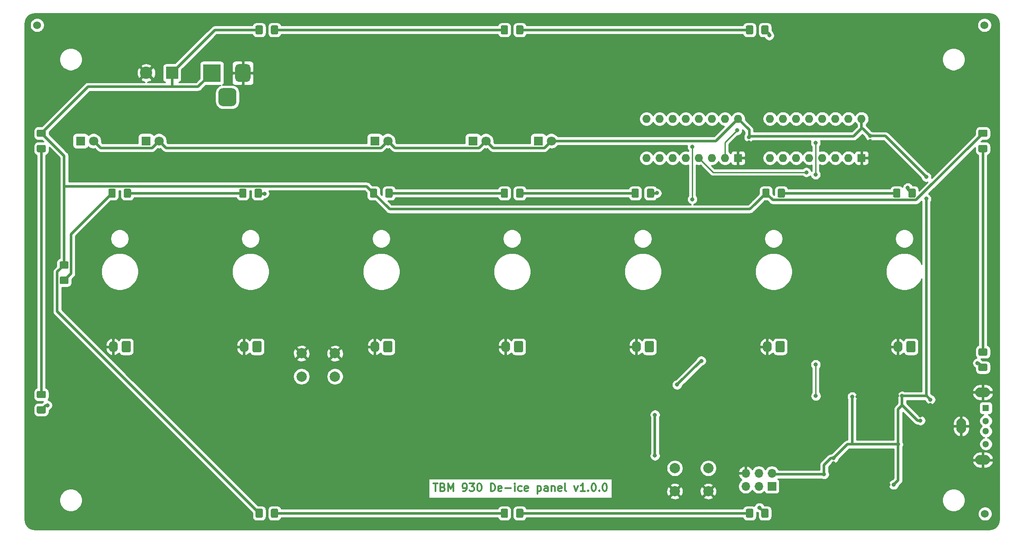
<source format=gtl>
G04 #@! TF.GenerationSoftware,KiCad,Pcbnew,(5.1.10)-1*
G04 #@! TF.CreationDate,2021-08-23T07:30:19-07:00*
G04 #@! TF.ProjectId,TBM930 - De-ice panel,54424d39-3330-4202-9d20-44652d696365,rev?*
G04 #@! TF.SameCoordinates,Original*
G04 #@! TF.FileFunction,Copper,L1,Top*
G04 #@! TF.FilePolarity,Positive*
%FSLAX46Y46*%
G04 Gerber Fmt 4.6, Leading zero omitted, Abs format (unit mm)*
G04 Created by KiCad (PCBNEW (5.1.10)-1) date 2021-08-23 07:30:19*
%MOMM*%
%LPD*%
G01*
G04 APERTURE LIST*
G04 #@! TA.AperFunction,NonConductor*
%ADD10C,0.300000*%
G04 #@! TD*
G04 #@! TA.AperFunction,WasherPad*
%ADD11C,1.524000*%
G04 #@! TD*
G04 #@! TA.AperFunction,ComponentPad*
%ADD12R,3.500000X3.500000*%
G04 #@! TD*
G04 #@! TA.AperFunction,ComponentPad*
%ADD13C,2.000000*%
G04 #@! TD*
G04 #@! TA.AperFunction,ComponentPad*
%ADD14R,1.700000X1.700000*%
G04 #@! TD*
G04 #@! TA.AperFunction,ComponentPad*
%ADD15O,1.700000X1.700000*%
G04 #@! TD*
G04 #@! TA.AperFunction,ComponentPad*
%ADD16R,1.800000X1.800000*%
G04 #@! TD*
G04 #@! TA.AperFunction,ComponentPad*
%ADD17C,1.800000*%
G04 #@! TD*
G04 #@! TA.AperFunction,ComponentPad*
%ADD18O,1.740000X2.190000*%
G04 #@! TD*
G04 #@! TA.AperFunction,ComponentPad*
%ADD19R,1.600000X1.600000*%
G04 #@! TD*
G04 #@! TA.AperFunction,ComponentPad*
%ADD20O,1.600000X1.600000*%
G04 #@! TD*
G04 #@! TA.AperFunction,ComponentPad*
%ADD21O,1.900000X2.900000*%
G04 #@! TD*
G04 #@! TA.AperFunction,ComponentPad*
%ADD22O,2.900000X1.900000*%
G04 #@! TD*
G04 #@! TA.AperFunction,ComponentPad*
%ADD23C,1.300000*%
G04 #@! TD*
G04 #@! TA.AperFunction,ComponentPad*
%ADD24R,1.300000X1.300000*%
G04 #@! TD*
G04 #@! TA.AperFunction,ComponentPad*
%ADD25R,2.400000X2.400000*%
G04 #@! TD*
G04 #@! TA.AperFunction,ComponentPad*
%ADD26C,2.400000*%
G04 #@! TD*
G04 #@! TA.AperFunction,ViaPad*
%ADD27C,0.800000*%
G04 #@! TD*
G04 #@! TA.AperFunction,Conductor*
%ADD28C,0.508000*%
G04 #@! TD*
G04 #@! TA.AperFunction,Conductor*
%ADD29C,0.228600*%
G04 #@! TD*
G04 #@! TA.AperFunction,Conductor*
%ADD30C,0.254000*%
G04 #@! TD*
G04 #@! TA.AperFunction,Conductor*
%ADD31C,0.100000*%
G04 #@! TD*
G04 APERTURE END LIST*
D10*
X119336857Y-134560571D02*
X120194000Y-134560571D01*
X119765428Y-136060571D02*
X119765428Y-134560571D01*
X121194000Y-135274857D02*
X121408285Y-135346285D01*
X121479714Y-135417714D01*
X121551142Y-135560571D01*
X121551142Y-135774857D01*
X121479714Y-135917714D01*
X121408285Y-135989142D01*
X121265428Y-136060571D01*
X120694000Y-136060571D01*
X120694000Y-134560571D01*
X121194000Y-134560571D01*
X121336857Y-134632000D01*
X121408285Y-134703428D01*
X121479714Y-134846285D01*
X121479714Y-134989142D01*
X121408285Y-135132000D01*
X121336857Y-135203428D01*
X121194000Y-135274857D01*
X120694000Y-135274857D01*
X122194000Y-136060571D02*
X122194000Y-134560571D01*
X122694000Y-135632000D01*
X123194000Y-134560571D01*
X123194000Y-136060571D01*
X125122571Y-136060571D02*
X125408285Y-136060571D01*
X125551142Y-135989142D01*
X125622571Y-135917714D01*
X125765428Y-135703428D01*
X125836857Y-135417714D01*
X125836857Y-134846285D01*
X125765428Y-134703428D01*
X125694000Y-134632000D01*
X125551142Y-134560571D01*
X125265428Y-134560571D01*
X125122571Y-134632000D01*
X125051142Y-134703428D01*
X124979714Y-134846285D01*
X124979714Y-135203428D01*
X125051142Y-135346285D01*
X125122571Y-135417714D01*
X125265428Y-135489142D01*
X125551142Y-135489142D01*
X125694000Y-135417714D01*
X125765428Y-135346285D01*
X125836857Y-135203428D01*
X126336857Y-134560571D02*
X127265428Y-134560571D01*
X126765428Y-135132000D01*
X126979714Y-135132000D01*
X127122571Y-135203428D01*
X127194000Y-135274857D01*
X127265428Y-135417714D01*
X127265428Y-135774857D01*
X127194000Y-135917714D01*
X127122571Y-135989142D01*
X126979714Y-136060571D01*
X126551142Y-136060571D01*
X126408285Y-135989142D01*
X126336857Y-135917714D01*
X128194000Y-134560571D02*
X128336857Y-134560571D01*
X128479714Y-134632000D01*
X128551142Y-134703428D01*
X128622571Y-134846285D01*
X128694000Y-135132000D01*
X128694000Y-135489142D01*
X128622571Y-135774857D01*
X128551142Y-135917714D01*
X128479714Y-135989142D01*
X128336857Y-136060571D01*
X128194000Y-136060571D01*
X128051142Y-135989142D01*
X127979714Y-135917714D01*
X127908285Y-135774857D01*
X127836857Y-135489142D01*
X127836857Y-135132000D01*
X127908285Y-134846285D01*
X127979714Y-134703428D01*
X128051142Y-134632000D01*
X128194000Y-134560571D01*
X130479714Y-136060571D02*
X130479714Y-134560571D01*
X130836857Y-134560571D01*
X131051142Y-134632000D01*
X131194000Y-134774857D01*
X131265428Y-134917714D01*
X131336857Y-135203428D01*
X131336857Y-135417714D01*
X131265428Y-135703428D01*
X131194000Y-135846285D01*
X131051142Y-135989142D01*
X130836857Y-136060571D01*
X130479714Y-136060571D01*
X132551142Y-135989142D02*
X132408285Y-136060571D01*
X132122571Y-136060571D01*
X131979714Y-135989142D01*
X131908285Y-135846285D01*
X131908285Y-135274857D01*
X131979714Y-135132000D01*
X132122571Y-135060571D01*
X132408285Y-135060571D01*
X132551142Y-135132000D01*
X132622571Y-135274857D01*
X132622571Y-135417714D01*
X131908285Y-135560571D01*
X133265428Y-135489142D02*
X134408285Y-135489142D01*
X135122571Y-136060571D02*
X135122571Y-135060571D01*
X135122571Y-134560571D02*
X135051142Y-134632000D01*
X135122571Y-134703428D01*
X135194000Y-134632000D01*
X135122571Y-134560571D01*
X135122571Y-134703428D01*
X136479714Y-135989142D02*
X136336857Y-136060571D01*
X136051142Y-136060571D01*
X135908285Y-135989142D01*
X135836857Y-135917714D01*
X135765428Y-135774857D01*
X135765428Y-135346285D01*
X135836857Y-135203428D01*
X135908285Y-135132000D01*
X136051142Y-135060571D01*
X136336857Y-135060571D01*
X136479714Y-135132000D01*
X137694000Y-135989142D02*
X137551142Y-136060571D01*
X137265428Y-136060571D01*
X137122571Y-135989142D01*
X137051142Y-135846285D01*
X137051142Y-135274857D01*
X137122571Y-135132000D01*
X137265428Y-135060571D01*
X137551142Y-135060571D01*
X137694000Y-135132000D01*
X137765428Y-135274857D01*
X137765428Y-135417714D01*
X137051142Y-135560571D01*
X139551142Y-135060571D02*
X139551142Y-136560571D01*
X139551142Y-135132000D02*
X139694000Y-135060571D01*
X139979714Y-135060571D01*
X140122571Y-135132000D01*
X140194000Y-135203428D01*
X140265428Y-135346285D01*
X140265428Y-135774857D01*
X140194000Y-135917714D01*
X140122571Y-135989142D01*
X139979714Y-136060571D01*
X139694000Y-136060571D01*
X139551142Y-135989142D01*
X141551142Y-136060571D02*
X141551142Y-135274857D01*
X141479714Y-135132000D01*
X141336857Y-135060571D01*
X141051142Y-135060571D01*
X140908285Y-135132000D01*
X141551142Y-135989142D02*
X141408285Y-136060571D01*
X141051142Y-136060571D01*
X140908285Y-135989142D01*
X140836857Y-135846285D01*
X140836857Y-135703428D01*
X140908285Y-135560571D01*
X141051142Y-135489142D01*
X141408285Y-135489142D01*
X141551142Y-135417714D01*
X142265428Y-135060571D02*
X142265428Y-136060571D01*
X142265428Y-135203428D02*
X142336857Y-135132000D01*
X142479714Y-135060571D01*
X142694000Y-135060571D01*
X142836857Y-135132000D01*
X142908285Y-135274857D01*
X142908285Y-136060571D01*
X144194000Y-135989142D02*
X144051142Y-136060571D01*
X143765428Y-136060571D01*
X143622571Y-135989142D01*
X143551142Y-135846285D01*
X143551142Y-135274857D01*
X143622571Y-135132000D01*
X143765428Y-135060571D01*
X144051142Y-135060571D01*
X144194000Y-135132000D01*
X144265428Y-135274857D01*
X144265428Y-135417714D01*
X143551142Y-135560571D01*
X145122571Y-136060571D02*
X144979714Y-135989142D01*
X144908285Y-135846285D01*
X144908285Y-134560571D01*
X146694000Y-135060571D02*
X147051142Y-136060571D01*
X147408285Y-135060571D01*
X148765428Y-136060571D02*
X147908285Y-136060571D01*
X148336857Y-136060571D02*
X148336857Y-134560571D01*
X148194000Y-134774857D01*
X148051142Y-134917714D01*
X147908285Y-134989142D01*
X149408285Y-135917714D02*
X149479714Y-135989142D01*
X149408285Y-136060571D01*
X149336857Y-135989142D01*
X149408285Y-135917714D01*
X149408285Y-136060571D01*
X150408285Y-134560571D02*
X150551142Y-134560571D01*
X150694000Y-134632000D01*
X150765428Y-134703428D01*
X150836857Y-134846285D01*
X150908285Y-135132000D01*
X150908285Y-135489142D01*
X150836857Y-135774857D01*
X150765428Y-135917714D01*
X150694000Y-135989142D01*
X150551142Y-136060571D01*
X150408285Y-136060571D01*
X150265428Y-135989142D01*
X150194000Y-135917714D01*
X150122571Y-135774857D01*
X150051142Y-135489142D01*
X150051142Y-135132000D01*
X150122571Y-134846285D01*
X150194000Y-134703428D01*
X150265428Y-134632000D01*
X150408285Y-134560571D01*
X151551142Y-135917714D02*
X151622571Y-135989142D01*
X151551142Y-136060571D01*
X151479714Y-135989142D01*
X151551142Y-135917714D01*
X151551142Y-136060571D01*
X152551142Y-134560571D02*
X152694000Y-134560571D01*
X152836857Y-134632000D01*
X152908285Y-134703428D01*
X152979714Y-134846285D01*
X153051142Y-135132000D01*
X153051142Y-135489142D01*
X152979714Y-135774857D01*
X152908285Y-135917714D01*
X152836857Y-135989142D01*
X152694000Y-136060571D01*
X152551142Y-136060571D01*
X152408285Y-135989142D01*
X152336857Y-135917714D01*
X152265428Y-135774857D01*
X152194000Y-135489142D01*
X152194000Y-135132000D01*
X152265428Y-134846285D01*
X152336857Y-134703428D01*
X152408285Y-134632000D01*
X152551142Y-134560571D01*
D11*
X226470000Y-140445000D03*
X226370000Y-45445000D03*
X42370000Y-45445000D03*
G04 #@! TA.AperFunction,ComponentPad*
G36*
G01*
X81077000Y-58562000D02*
X81077000Y-60312000D01*
G75*
G02*
X80202000Y-61187000I-875000J0D01*
G01*
X78452000Y-61187000D01*
G75*
G02*
X77577000Y-60312000I0J875000D01*
G01*
X77577000Y-58562000D01*
G75*
G02*
X78452000Y-57687000I875000J0D01*
G01*
X80202000Y-57687000D01*
G75*
G02*
X81077000Y-58562000I0J-875000D01*
G01*
G37*
G04 #@! TD.AperFunction*
G04 #@! TA.AperFunction,ComponentPad*
G36*
G01*
X83827000Y-53737000D02*
X83827000Y-55737000D01*
G75*
G02*
X83077000Y-56487000I-750000J0D01*
G01*
X81577000Y-56487000D01*
G75*
G02*
X80827000Y-55737000I0J750000D01*
G01*
X80827000Y-53737000D01*
G75*
G02*
X81577000Y-52987000I750000J0D01*
G01*
X83077000Y-52987000D01*
G75*
G02*
X83827000Y-53737000I0J-750000D01*
G01*
G37*
G04 #@! TD.AperFunction*
D12*
X76327000Y-54737000D03*
D13*
X172720000Y-136072000D03*
X172720000Y-131572000D03*
X166220000Y-136072000D03*
X166220000Y-131572000D03*
D14*
X185070000Y-135095000D03*
D15*
X185070000Y-132555000D03*
X182530000Y-135095000D03*
X182530000Y-132555000D03*
X179990000Y-135095000D03*
X179990000Y-132555000D03*
D13*
X93720000Y-113745000D03*
X93720000Y-109245000D03*
X100220000Y-113745000D03*
X100220000Y-109245000D03*
D16*
X50800000Y-67945000D03*
D17*
X53340000Y-67945000D03*
X66040000Y-67945000D03*
D16*
X63500000Y-67945000D03*
X107950000Y-67945000D03*
D17*
X110490000Y-67945000D03*
X129540000Y-67945000D03*
D16*
X127000000Y-67945000D03*
X139700000Y-67945000D03*
D17*
X142240000Y-67945000D03*
G04 #@! TA.AperFunction,ComponentPad*
G36*
G01*
X60560000Y-107104999D02*
X60560000Y-108795001D01*
G75*
G02*
X60310001Y-109045000I-249999J0D01*
G01*
X59069999Y-109045000D01*
G75*
G02*
X58820000Y-108795001I0J249999D01*
G01*
X58820000Y-107104999D01*
G75*
G02*
X59069999Y-106855000I249999J0D01*
G01*
X60310001Y-106855000D01*
G75*
G02*
X60560000Y-107104999I0J-249999D01*
G01*
G37*
G04 #@! TD.AperFunction*
D18*
X57150000Y-107950000D03*
X82550000Y-107950000D03*
G04 #@! TA.AperFunction,ComponentPad*
G36*
G01*
X85960000Y-107104999D02*
X85960000Y-108795001D01*
G75*
G02*
X85710001Y-109045000I-249999J0D01*
G01*
X84469999Y-109045000D01*
G75*
G02*
X84220000Y-108795001I0J249999D01*
G01*
X84220000Y-107104999D01*
G75*
G02*
X84469999Y-106855000I249999J0D01*
G01*
X85710001Y-106855000D01*
G75*
G02*
X85960000Y-107104999I0J-249999D01*
G01*
G37*
G04 #@! TD.AperFunction*
G04 #@! TA.AperFunction,ComponentPad*
G36*
G01*
X111360000Y-107104999D02*
X111360000Y-108795001D01*
G75*
G02*
X111110001Y-109045000I-249999J0D01*
G01*
X109869999Y-109045000D01*
G75*
G02*
X109620000Y-108795001I0J249999D01*
G01*
X109620000Y-107104999D01*
G75*
G02*
X109869999Y-106855000I249999J0D01*
G01*
X111110001Y-106855000D01*
G75*
G02*
X111360000Y-107104999I0J-249999D01*
G01*
G37*
G04 #@! TD.AperFunction*
X107950000Y-107950000D03*
X133350000Y-107950000D03*
G04 #@! TA.AperFunction,ComponentPad*
G36*
G01*
X136760000Y-107104999D02*
X136760000Y-108795001D01*
G75*
G02*
X136510001Y-109045000I-249999J0D01*
G01*
X135269999Y-109045000D01*
G75*
G02*
X135020000Y-108795001I0J249999D01*
G01*
X135020000Y-107104999D01*
G75*
G02*
X135269999Y-106855000I249999J0D01*
G01*
X136510001Y-106855000D01*
G75*
G02*
X136760000Y-107104999I0J-249999D01*
G01*
G37*
G04 #@! TD.AperFunction*
G04 #@! TA.AperFunction,ComponentPad*
G36*
G01*
X162160000Y-107104999D02*
X162160000Y-108795001D01*
G75*
G02*
X161910001Y-109045000I-249999J0D01*
G01*
X160669999Y-109045000D01*
G75*
G02*
X160420000Y-108795001I0J249999D01*
G01*
X160420000Y-107104999D01*
G75*
G02*
X160669999Y-106855000I249999J0D01*
G01*
X161910001Y-106855000D01*
G75*
G02*
X162160000Y-107104999I0J-249999D01*
G01*
G37*
G04 #@! TD.AperFunction*
X158750000Y-107950000D03*
X184150000Y-107950000D03*
G04 #@! TA.AperFunction,ComponentPad*
G36*
G01*
X187560000Y-107104999D02*
X187560000Y-108795001D01*
G75*
G02*
X187310001Y-109045000I-249999J0D01*
G01*
X186069999Y-109045000D01*
G75*
G02*
X185820000Y-108795001I0J249999D01*
G01*
X185820000Y-107104999D01*
G75*
G02*
X186069999Y-106855000I249999J0D01*
G01*
X187310001Y-106855000D01*
G75*
G02*
X187560000Y-107104999I0J-249999D01*
G01*
G37*
G04 #@! TD.AperFunction*
G04 #@! TA.AperFunction,ComponentPad*
G36*
G01*
X212960000Y-107104999D02*
X212960000Y-108795001D01*
G75*
G02*
X212710001Y-109045000I-249999J0D01*
G01*
X211469999Y-109045000D01*
G75*
G02*
X211220000Y-108795001I0J249999D01*
G01*
X211220000Y-107104999D01*
G75*
G02*
X211469999Y-106855000I249999J0D01*
G01*
X212710001Y-106855000D01*
G75*
G02*
X212960000Y-107104999I0J-249999D01*
G01*
G37*
G04 #@! TD.AperFunction*
X209550000Y-107950000D03*
D19*
X178500000Y-71267000D03*
D20*
X160720000Y-63647000D03*
X175960000Y-71267000D03*
X163260000Y-63647000D03*
X173420000Y-71267000D03*
X165800000Y-63647000D03*
X170880000Y-71267000D03*
X168340000Y-63647000D03*
X168340000Y-71267000D03*
X170880000Y-63647000D03*
X165800000Y-71267000D03*
X173420000Y-63647000D03*
X163260000Y-71267000D03*
X175960000Y-63647000D03*
X160720000Y-71267000D03*
X178500000Y-63647000D03*
X202500000Y-63624000D03*
X184720000Y-71244000D03*
X199960000Y-63624000D03*
X187260000Y-71244000D03*
X197420000Y-63624000D03*
X189800000Y-71244000D03*
X194880000Y-63624000D03*
X192340000Y-71244000D03*
X192340000Y-63624000D03*
X194880000Y-71244000D03*
X189800000Y-63624000D03*
X197420000Y-71244000D03*
X187260000Y-63624000D03*
X199960000Y-71244000D03*
X184720000Y-63624000D03*
D19*
X202500000Y-71244000D03*
D21*
X221851500Y-123388000D03*
D22*
X226031500Y-129958000D03*
X226031500Y-116818000D03*
D23*
X226631500Y-126888000D03*
X226631500Y-124388000D03*
X226631500Y-122388000D03*
D24*
X226631500Y-119888000D03*
D25*
X68570000Y-54695000D03*
D26*
X63570000Y-54695000D03*
G04 #@! TA.AperFunction,SMDPad,CuDef*
G36*
G01*
X48250000Y-92787500D02*
X47000000Y-92787500D01*
G75*
G02*
X46750000Y-92537500I0J250000D01*
G01*
X46750000Y-91612500D01*
G75*
G02*
X47000000Y-91362500I250000J0D01*
G01*
X48250000Y-91362500D01*
G75*
G02*
X48500000Y-91612500I0J-250000D01*
G01*
X48500000Y-92537500D01*
G75*
G02*
X48250000Y-92787500I-250000J0D01*
G01*
G37*
G04 #@! TD.AperFunction*
G04 #@! TA.AperFunction,SMDPad,CuDef*
G36*
G01*
X48250000Y-95762500D02*
X47000000Y-95762500D01*
G75*
G02*
X46750000Y-95512500I0J250000D01*
G01*
X46750000Y-94587500D01*
G75*
G02*
X47000000Y-94337500I250000J0D01*
G01*
X48250000Y-94337500D01*
G75*
G02*
X48500000Y-94587500I0J-250000D01*
G01*
X48500000Y-95512500D01*
G75*
G02*
X48250000Y-95762500I-250000J0D01*
G01*
G37*
G04 #@! TD.AperFunction*
G04 #@! TA.AperFunction,SMDPad,CuDef*
G36*
G01*
X60620000Y-77480000D02*
X60620000Y-78730000D01*
G75*
G02*
X60370000Y-78980000I-250000J0D01*
G01*
X59445000Y-78980000D01*
G75*
G02*
X59195000Y-78730000I0J250000D01*
G01*
X59195000Y-77480000D01*
G75*
G02*
X59445000Y-77230000I250000J0D01*
G01*
X60370000Y-77230000D01*
G75*
G02*
X60620000Y-77480000I0J-250000D01*
G01*
G37*
G04 #@! TD.AperFunction*
G04 #@! TA.AperFunction,SMDPad,CuDef*
G36*
G01*
X57645000Y-77480000D02*
X57645000Y-78730000D01*
G75*
G02*
X57395000Y-78980000I-250000J0D01*
G01*
X56470000Y-78980000D01*
G75*
G02*
X56220000Y-78730000I0J250000D01*
G01*
X56220000Y-77480000D01*
G75*
G02*
X56470000Y-77230000I250000J0D01*
G01*
X57395000Y-77230000D01*
G75*
G02*
X57645000Y-77480000I0J-250000D01*
G01*
G37*
G04 #@! TD.AperFunction*
G04 #@! TA.AperFunction,SMDPad,CuDef*
G36*
G01*
X83045000Y-77480000D02*
X83045000Y-78730000D01*
G75*
G02*
X82795000Y-78980000I-250000J0D01*
G01*
X81870000Y-78980000D01*
G75*
G02*
X81620000Y-78730000I0J250000D01*
G01*
X81620000Y-77480000D01*
G75*
G02*
X81870000Y-77230000I250000J0D01*
G01*
X82795000Y-77230000D01*
G75*
G02*
X83045000Y-77480000I0J-250000D01*
G01*
G37*
G04 #@! TD.AperFunction*
G04 #@! TA.AperFunction,SMDPad,CuDef*
G36*
G01*
X86020000Y-77480000D02*
X86020000Y-78730000D01*
G75*
G02*
X85770000Y-78980000I-250000J0D01*
G01*
X84845000Y-78980000D01*
G75*
G02*
X84595000Y-78730000I0J250000D01*
G01*
X84595000Y-77480000D01*
G75*
G02*
X84845000Y-77230000I250000J0D01*
G01*
X85770000Y-77230000D01*
G75*
G02*
X86020000Y-77480000I0J-250000D01*
G01*
G37*
G04 #@! TD.AperFunction*
G04 #@! TA.AperFunction,SMDPad,CuDef*
G36*
G01*
X111420000Y-77480000D02*
X111420000Y-78730000D01*
G75*
G02*
X111170000Y-78980000I-250000J0D01*
G01*
X110245000Y-78980000D01*
G75*
G02*
X109995000Y-78730000I0J250000D01*
G01*
X109995000Y-77480000D01*
G75*
G02*
X110245000Y-77230000I250000J0D01*
G01*
X111170000Y-77230000D01*
G75*
G02*
X111420000Y-77480000I0J-250000D01*
G01*
G37*
G04 #@! TD.AperFunction*
G04 #@! TA.AperFunction,SMDPad,CuDef*
G36*
G01*
X108445000Y-77480000D02*
X108445000Y-78730000D01*
G75*
G02*
X108195000Y-78980000I-250000J0D01*
G01*
X107270000Y-78980000D01*
G75*
G02*
X107020000Y-78730000I0J250000D01*
G01*
X107020000Y-77480000D01*
G75*
G02*
X107270000Y-77230000I250000J0D01*
G01*
X108195000Y-77230000D01*
G75*
G02*
X108445000Y-77480000I0J-250000D01*
G01*
G37*
G04 #@! TD.AperFunction*
G04 #@! TA.AperFunction,SMDPad,CuDef*
G36*
G01*
X136820000Y-77480000D02*
X136820000Y-78730000D01*
G75*
G02*
X136570000Y-78980000I-250000J0D01*
G01*
X135645000Y-78980000D01*
G75*
G02*
X135395000Y-78730000I0J250000D01*
G01*
X135395000Y-77480000D01*
G75*
G02*
X135645000Y-77230000I250000J0D01*
G01*
X136570000Y-77230000D01*
G75*
G02*
X136820000Y-77480000I0J-250000D01*
G01*
G37*
G04 #@! TD.AperFunction*
G04 #@! TA.AperFunction,SMDPad,CuDef*
G36*
G01*
X133845000Y-77480000D02*
X133845000Y-78730000D01*
G75*
G02*
X133595000Y-78980000I-250000J0D01*
G01*
X132670000Y-78980000D01*
G75*
G02*
X132420000Y-78730000I0J250000D01*
G01*
X132420000Y-77480000D01*
G75*
G02*
X132670000Y-77230000I250000J0D01*
G01*
X133595000Y-77230000D01*
G75*
G02*
X133845000Y-77480000I0J-250000D01*
G01*
G37*
G04 #@! TD.AperFunction*
G04 #@! TA.AperFunction,SMDPad,CuDef*
G36*
G01*
X159245000Y-77480000D02*
X159245000Y-78730000D01*
G75*
G02*
X158995000Y-78980000I-250000J0D01*
G01*
X158070000Y-78980000D01*
G75*
G02*
X157820000Y-78730000I0J250000D01*
G01*
X157820000Y-77480000D01*
G75*
G02*
X158070000Y-77230000I250000J0D01*
G01*
X158995000Y-77230000D01*
G75*
G02*
X159245000Y-77480000I0J-250000D01*
G01*
G37*
G04 #@! TD.AperFunction*
G04 #@! TA.AperFunction,SMDPad,CuDef*
G36*
G01*
X162220000Y-77480000D02*
X162220000Y-78730000D01*
G75*
G02*
X161970000Y-78980000I-250000J0D01*
G01*
X161045000Y-78980000D01*
G75*
G02*
X160795000Y-78730000I0J250000D01*
G01*
X160795000Y-77480000D01*
G75*
G02*
X161045000Y-77230000I250000J0D01*
G01*
X161970000Y-77230000D01*
G75*
G02*
X162220000Y-77480000I0J-250000D01*
G01*
G37*
G04 #@! TD.AperFunction*
G04 #@! TA.AperFunction,SMDPad,CuDef*
G36*
G01*
X187620000Y-77480000D02*
X187620000Y-78730000D01*
G75*
G02*
X187370000Y-78980000I-250000J0D01*
G01*
X186445000Y-78980000D01*
G75*
G02*
X186195000Y-78730000I0J250000D01*
G01*
X186195000Y-77480000D01*
G75*
G02*
X186445000Y-77230000I250000J0D01*
G01*
X187370000Y-77230000D01*
G75*
G02*
X187620000Y-77480000I0J-250000D01*
G01*
G37*
G04 #@! TD.AperFunction*
G04 #@! TA.AperFunction,SMDPad,CuDef*
G36*
G01*
X184645000Y-77480000D02*
X184645000Y-78730000D01*
G75*
G02*
X184395000Y-78980000I-250000J0D01*
G01*
X183470000Y-78980000D01*
G75*
G02*
X183220000Y-78730000I0J250000D01*
G01*
X183220000Y-77480000D01*
G75*
G02*
X183470000Y-77230000I250000J0D01*
G01*
X184395000Y-77230000D01*
G75*
G02*
X184645000Y-77480000I0J-250000D01*
G01*
G37*
G04 #@! TD.AperFunction*
G04 #@! TA.AperFunction,SMDPad,CuDef*
G36*
G01*
X210045000Y-77480000D02*
X210045000Y-78730000D01*
G75*
G02*
X209795000Y-78980000I-250000J0D01*
G01*
X208870000Y-78980000D01*
G75*
G02*
X208620000Y-78730000I0J250000D01*
G01*
X208620000Y-77480000D01*
G75*
G02*
X208870000Y-77230000I250000J0D01*
G01*
X209795000Y-77230000D01*
G75*
G02*
X210045000Y-77480000I0J-250000D01*
G01*
G37*
G04 #@! TD.AperFunction*
G04 #@! TA.AperFunction,SMDPad,CuDef*
G36*
G01*
X213020000Y-77480000D02*
X213020000Y-78730000D01*
G75*
G02*
X212770000Y-78980000I-250000J0D01*
G01*
X211845000Y-78980000D01*
G75*
G02*
X211595000Y-78730000I0J250000D01*
G01*
X211595000Y-77480000D01*
G75*
G02*
X211845000Y-77230000I250000J0D01*
G01*
X212770000Y-77230000D01*
G75*
G02*
X213020000Y-77480000I0J-250000D01*
G01*
G37*
G04 #@! TD.AperFunction*
G04 #@! TA.AperFunction,SMDPad,CuDef*
G36*
G01*
X86220000Y-45730000D02*
X86220000Y-46980000D01*
G75*
G02*
X85970000Y-47230000I-250000J0D01*
G01*
X85045000Y-47230000D01*
G75*
G02*
X84795000Y-46980000I0J250000D01*
G01*
X84795000Y-45730000D01*
G75*
G02*
X85045000Y-45480000I250000J0D01*
G01*
X85970000Y-45480000D01*
G75*
G02*
X86220000Y-45730000I0J-250000D01*
G01*
G37*
G04 #@! TD.AperFunction*
G04 #@! TA.AperFunction,SMDPad,CuDef*
G36*
G01*
X89195000Y-45730000D02*
X89195000Y-46980000D01*
G75*
G02*
X88945000Y-47230000I-250000J0D01*
G01*
X88020000Y-47230000D01*
G75*
G02*
X87770000Y-46980000I0J250000D01*
G01*
X87770000Y-45730000D01*
G75*
G02*
X88020000Y-45480000I250000J0D01*
G01*
X88945000Y-45480000D01*
G75*
G02*
X89195000Y-45730000I0J-250000D01*
G01*
G37*
G04 #@! TD.AperFunction*
G04 #@! TA.AperFunction,SMDPad,CuDef*
G36*
G01*
X136820000Y-45730000D02*
X136820000Y-46980000D01*
G75*
G02*
X136570000Y-47230000I-250000J0D01*
G01*
X135645000Y-47230000D01*
G75*
G02*
X135395000Y-46980000I0J250000D01*
G01*
X135395000Y-45730000D01*
G75*
G02*
X135645000Y-45480000I250000J0D01*
G01*
X136570000Y-45480000D01*
G75*
G02*
X136820000Y-45730000I0J-250000D01*
G01*
G37*
G04 #@! TD.AperFunction*
G04 #@! TA.AperFunction,SMDPad,CuDef*
G36*
G01*
X133845000Y-45730000D02*
X133845000Y-46980000D01*
G75*
G02*
X133595000Y-47230000I-250000J0D01*
G01*
X132670000Y-47230000D01*
G75*
G02*
X132420000Y-46980000I0J250000D01*
G01*
X132420000Y-45730000D01*
G75*
G02*
X132670000Y-45480000I250000J0D01*
G01*
X133595000Y-45480000D01*
G75*
G02*
X133845000Y-45730000I0J-250000D01*
G01*
G37*
G04 #@! TD.AperFunction*
G04 #@! TA.AperFunction,SMDPad,CuDef*
G36*
G01*
X184445000Y-45730000D02*
X184445000Y-46980000D01*
G75*
G02*
X184195000Y-47230000I-250000J0D01*
G01*
X183270000Y-47230000D01*
G75*
G02*
X183020000Y-46980000I0J250000D01*
G01*
X183020000Y-45730000D01*
G75*
G02*
X183270000Y-45480000I250000J0D01*
G01*
X184195000Y-45480000D01*
G75*
G02*
X184445000Y-45730000I0J-250000D01*
G01*
G37*
G04 #@! TD.AperFunction*
G04 #@! TA.AperFunction,SMDPad,CuDef*
G36*
G01*
X181470000Y-45730000D02*
X181470000Y-46980000D01*
G75*
G02*
X181220000Y-47230000I-250000J0D01*
G01*
X180295000Y-47230000D01*
G75*
G02*
X180045000Y-46980000I0J250000D01*
G01*
X180045000Y-45730000D01*
G75*
G02*
X180295000Y-45480000I250000J0D01*
G01*
X181220000Y-45480000D01*
G75*
G02*
X181470000Y-45730000I0J-250000D01*
G01*
G37*
G04 #@! TD.AperFunction*
G04 #@! TA.AperFunction,SMDPad,CuDef*
G36*
G01*
X86220000Y-139710000D02*
X86220000Y-140960000D01*
G75*
G02*
X85970000Y-141210000I-250000J0D01*
G01*
X85045000Y-141210000D01*
G75*
G02*
X84795000Y-140960000I0J250000D01*
G01*
X84795000Y-139710000D01*
G75*
G02*
X85045000Y-139460000I250000J0D01*
G01*
X85970000Y-139460000D01*
G75*
G02*
X86220000Y-139710000I0J-250000D01*
G01*
G37*
G04 #@! TD.AperFunction*
G04 #@! TA.AperFunction,SMDPad,CuDef*
G36*
G01*
X89195000Y-139710000D02*
X89195000Y-140960000D01*
G75*
G02*
X88945000Y-141210000I-250000J0D01*
G01*
X88020000Y-141210000D01*
G75*
G02*
X87770000Y-140960000I0J250000D01*
G01*
X87770000Y-139710000D01*
G75*
G02*
X88020000Y-139460000I250000J0D01*
G01*
X88945000Y-139460000D01*
G75*
G02*
X89195000Y-139710000I0J-250000D01*
G01*
G37*
G04 #@! TD.AperFunction*
G04 #@! TA.AperFunction,SMDPad,CuDef*
G36*
G01*
X133845000Y-139710000D02*
X133845000Y-140960000D01*
G75*
G02*
X133595000Y-141210000I-250000J0D01*
G01*
X132670000Y-141210000D01*
G75*
G02*
X132420000Y-140960000I0J250000D01*
G01*
X132420000Y-139710000D01*
G75*
G02*
X132670000Y-139460000I250000J0D01*
G01*
X133595000Y-139460000D01*
G75*
G02*
X133845000Y-139710000I0J-250000D01*
G01*
G37*
G04 #@! TD.AperFunction*
G04 #@! TA.AperFunction,SMDPad,CuDef*
G36*
G01*
X136820000Y-139710000D02*
X136820000Y-140960000D01*
G75*
G02*
X136570000Y-141210000I-250000J0D01*
G01*
X135645000Y-141210000D01*
G75*
G02*
X135395000Y-140960000I0J250000D01*
G01*
X135395000Y-139710000D01*
G75*
G02*
X135645000Y-139460000I250000J0D01*
G01*
X136570000Y-139460000D01*
G75*
G02*
X136820000Y-139710000I0J-250000D01*
G01*
G37*
G04 #@! TD.AperFunction*
G04 #@! TA.AperFunction,SMDPad,CuDef*
G36*
G01*
X184445000Y-139710000D02*
X184445000Y-140960000D01*
G75*
G02*
X184195000Y-141210000I-250000J0D01*
G01*
X183270000Y-141210000D01*
G75*
G02*
X183020000Y-140960000I0J250000D01*
G01*
X183020000Y-139710000D01*
G75*
G02*
X183270000Y-139460000I250000J0D01*
G01*
X184195000Y-139460000D01*
G75*
G02*
X184445000Y-139710000I0J-250000D01*
G01*
G37*
G04 #@! TD.AperFunction*
G04 #@! TA.AperFunction,SMDPad,CuDef*
G36*
G01*
X181470000Y-139710000D02*
X181470000Y-140960000D01*
G75*
G02*
X181220000Y-141210000I-250000J0D01*
G01*
X180295000Y-141210000D01*
G75*
G02*
X180045000Y-140960000I0J250000D01*
G01*
X180045000Y-139710000D01*
G75*
G02*
X180295000Y-139460000I250000J0D01*
G01*
X181220000Y-139460000D01*
G75*
G02*
X181470000Y-139710000I0J-250000D01*
G01*
G37*
G04 #@! TD.AperFunction*
G04 #@! TA.AperFunction,SMDPad,CuDef*
G36*
G01*
X43805000Y-67170000D02*
X42555000Y-67170000D01*
G75*
G02*
X42305000Y-66920000I0J250000D01*
G01*
X42305000Y-65995000D01*
G75*
G02*
X42555000Y-65745000I250000J0D01*
G01*
X43805000Y-65745000D01*
G75*
G02*
X44055000Y-65995000I0J-250000D01*
G01*
X44055000Y-66920000D01*
G75*
G02*
X43805000Y-67170000I-250000J0D01*
G01*
G37*
G04 #@! TD.AperFunction*
G04 #@! TA.AperFunction,SMDPad,CuDef*
G36*
G01*
X43805000Y-70145000D02*
X42555000Y-70145000D01*
G75*
G02*
X42305000Y-69895000I0J250000D01*
G01*
X42305000Y-68970000D01*
G75*
G02*
X42555000Y-68720000I250000J0D01*
G01*
X43805000Y-68720000D01*
G75*
G02*
X44055000Y-68970000I0J-250000D01*
G01*
X44055000Y-69895000D01*
G75*
G02*
X43805000Y-70145000I-250000J0D01*
G01*
G37*
G04 #@! TD.AperFunction*
G04 #@! TA.AperFunction,SMDPad,CuDef*
G36*
G01*
X43805000Y-120945000D02*
X42555000Y-120945000D01*
G75*
G02*
X42305000Y-120695000I0J250000D01*
G01*
X42305000Y-119770000D01*
G75*
G02*
X42555000Y-119520000I250000J0D01*
G01*
X43805000Y-119520000D01*
G75*
G02*
X44055000Y-119770000I0J-250000D01*
G01*
X44055000Y-120695000D01*
G75*
G02*
X43805000Y-120945000I-250000J0D01*
G01*
G37*
G04 #@! TD.AperFunction*
G04 #@! TA.AperFunction,SMDPad,CuDef*
G36*
G01*
X43805000Y-117970000D02*
X42555000Y-117970000D01*
G75*
G02*
X42305000Y-117720000I0J250000D01*
G01*
X42305000Y-116795000D01*
G75*
G02*
X42555000Y-116545000I250000J0D01*
G01*
X43805000Y-116545000D01*
G75*
G02*
X44055000Y-116795000I0J-250000D01*
G01*
X44055000Y-117720000D01*
G75*
G02*
X43805000Y-117970000I-250000J0D01*
G01*
G37*
G04 #@! TD.AperFunction*
G04 #@! TA.AperFunction,SMDPad,CuDef*
G36*
G01*
X226685000Y-67170000D02*
X225435000Y-67170000D01*
G75*
G02*
X225185000Y-66920000I0J250000D01*
G01*
X225185000Y-65995000D01*
G75*
G02*
X225435000Y-65745000I250000J0D01*
G01*
X226685000Y-65745000D01*
G75*
G02*
X226935000Y-65995000I0J-250000D01*
G01*
X226935000Y-66920000D01*
G75*
G02*
X226685000Y-67170000I-250000J0D01*
G01*
G37*
G04 #@! TD.AperFunction*
G04 #@! TA.AperFunction,SMDPad,CuDef*
G36*
G01*
X226685000Y-70145000D02*
X225435000Y-70145000D01*
G75*
G02*
X225185000Y-69895000I0J250000D01*
G01*
X225185000Y-68970000D01*
G75*
G02*
X225435000Y-68720000I250000J0D01*
G01*
X226685000Y-68720000D01*
G75*
G02*
X226935000Y-68970000I0J-250000D01*
G01*
X226935000Y-69895000D01*
G75*
G02*
X226685000Y-70145000I-250000J0D01*
G01*
G37*
G04 #@! TD.AperFunction*
G04 #@! TA.AperFunction,SMDPad,CuDef*
G36*
G01*
X226685000Y-112690000D02*
X225435000Y-112690000D01*
G75*
G02*
X225185000Y-112440000I0J250000D01*
G01*
X225185000Y-111515000D01*
G75*
G02*
X225435000Y-111265000I250000J0D01*
G01*
X226685000Y-111265000D01*
G75*
G02*
X226935000Y-111515000I0J-250000D01*
G01*
X226935000Y-112440000D01*
G75*
G02*
X226685000Y-112690000I-250000J0D01*
G01*
G37*
G04 #@! TD.AperFunction*
G04 #@! TA.AperFunction,SMDPad,CuDef*
G36*
G01*
X226685000Y-109715000D02*
X225435000Y-109715000D01*
G75*
G02*
X225185000Y-109465000I0J250000D01*
G01*
X225185000Y-108540000D01*
G75*
G02*
X225435000Y-108290000I250000J0D01*
G01*
X226685000Y-108290000D01*
G75*
G02*
X226935000Y-108540000I0J-250000D01*
G01*
X226935000Y-109465000D01*
G75*
G02*
X226685000Y-109715000I-250000J0D01*
G01*
G37*
G04 #@! TD.AperFunction*
D27*
X195220000Y-132770000D03*
X197070000Y-129644997D03*
X215870000Y-118244997D03*
X180620000Y-67195000D03*
X204170000Y-66994997D03*
X215070000Y-79195000D03*
X215070000Y-74945000D03*
X208720000Y-134795000D03*
X200669997Y-117695000D03*
X209620000Y-126945000D03*
X213922767Y-122294616D03*
X210374993Y-117546600D03*
X215870000Y-119245000D03*
X206820000Y-134845000D03*
X205593709Y-138158731D03*
X204489317Y-137026606D03*
X203595000Y-138170000D03*
X189045000Y-135145000D03*
X190695000Y-135145000D03*
X197070000Y-130645000D03*
X176145000Y-59370000D03*
X199770000Y-59220000D03*
X180620000Y-68195003D03*
X204170000Y-67995000D03*
X196920000Y-133745000D03*
X207719997Y-134795000D03*
X201670000Y-117695000D03*
X209375011Y-117540325D03*
X217970000Y-131595000D03*
X213895000Y-121295000D03*
X212770000Y-125345000D03*
X214520000Y-125595000D03*
X208520000Y-116395000D03*
X196970000Y-120345000D03*
X219470000Y-116245000D03*
X86520000Y-78195000D03*
X162720000Y-78095000D03*
X211470000Y-77045000D03*
X184570000Y-47445000D03*
X182670000Y-139245000D03*
X162370000Y-129145000D03*
X162370000Y-121195000D03*
X166670000Y-115345000D03*
X171370000Y-110695000D03*
X191770000Y-74045000D03*
X44370000Y-119345000D03*
X225020000Y-111145000D03*
X169620000Y-79295000D03*
X169620000Y-69095000D03*
X193620000Y-117520000D03*
X193570000Y-74495000D03*
X193595000Y-111420000D03*
X193570000Y-68295000D03*
X178320000Y-65895000D03*
D28*
X202500000Y-63624000D02*
X202624000Y-63624000D01*
X174202000Y-67945000D02*
X142240000Y-67945000D01*
X178500000Y-63647000D02*
X174202000Y-67945000D01*
X202700003Y-65525000D02*
X204170000Y-66994997D01*
X178500000Y-63647000D02*
X180670000Y-65817000D01*
X180670000Y-67145000D02*
X180620000Y-67195000D01*
X180670000Y-65817000D02*
X180670000Y-67145000D01*
X185285000Y-132770000D02*
X185070000Y-132555000D01*
X195220000Y-132770000D02*
X185285000Y-132770000D01*
X130894001Y-69299001D02*
X129540000Y-67945000D01*
X140885999Y-69299001D02*
X130894001Y-69299001D01*
X142240000Y-67945000D02*
X140885999Y-69299001D01*
X111844001Y-69299001D02*
X110490000Y-67945000D01*
X128185999Y-69299001D02*
X111844001Y-69299001D01*
X129540000Y-67945000D02*
X128185999Y-69299001D01*
X67394001Y-69299001D02*
X66040000Y-67945000D01*
X109135999Y-69299001D02*
X67394001Y-69299001D01*
X110490000Y-67945000D02*
X109135999Y-69299001D01*
X54694001Y-69299001D02*
X53340000Y-67945000D01*
X64685999Y-69299001D02*
X54694001Y-69299001D01*
X66040000Y-67945000D02*
X64685999Y-69299001D01*
X180770000Y-67045000D02*
X180620000Y-67195000D01*
X200980000Y-67045000D02*
X180770000Y-67045000D01*
X202500000Y-65525000D02*
X200980000Y-67045000D01*
X202500000Y-63624000D02*
X202500000Y-65525000D01*
X215065999Y-79199001D02*
X215070000Y-79195000D01*
X215065999Y-117440996D02*
X215065999Y-79199001D01*
X215870000Y-118244997D02*
X215065999Y-117440996D01*
X207119997Y-66994997D02*
X204170000Y-66994997D01*
X215070000Y-74945000D02*
X207119997Y-66994997D01*
X209620000Y-126945000D02*
X209620000Y-120095000D01*
X210374993Y-119340007D02*
X210374993Y-117546600D01*
X209620000Y-120095000D02*
X210374993Y-119340007D01*
X209620000Y-133895000D02*
X208720000Y-134795000D01*
X209620000Y-126945000D02*
X209620000Y-133895000D01*
X199769997Y-126945000D02*
X197070000Y-129644997D01*
X213357082Y-122294616D02*
X213922767Y-122294616D01*
X210374993Y-119312527D02*
X213357082Y-122294616D01*
X210374993Y-117546600D02*
X210374993Y-119312527D01*
X214960395Y-117546600D02*
X215065999Y-117440996D01*
X210374993Y-117546600D02*
X214960395Y-117546600D01*
X200669997Y-126794997D02*
X200820000Y-126945000D01*
X200669997Y-117695000D02*
X200669997Y-126794997D01*
X200820000Y-126945000D02*
X199769997Y-126945000D01*
X209620000Y-126945000D02*
X200820000Y-126945000D01*
X195220000Y-130929312D02*
X195220000Y-132770000D01*
X196504315Y-129644997D02*
X195220000Y-130929312D01*
X197070000Y-129644997D02*
X196504315Y-129644997D01*
X107950000Y-67945000D02*
X107920000Y-67945000D01*
X52233500Y-57404000D02*
X43180000Y-66457500D01*
X107732500Y-78105000D02*
X107680000Y-78105000D01*
X79885000Y-46355000D02*
X85507500Y-46355000D01*
X79410000Y-46355000D02*
X79885000Y-46355000D01*
X76327000Y-54737000D02*
X76278000Y-54737000D01*
X107732500Y-78105000D02*
X106403490Y-76775990D01*
X53550990Y-76775990D02*
X55000990Y-76775990D01*
X106403490Y-76775990D02*
X55000990Y-76775990D01*
X43180000Y-66457500D02*
X43232500Y-66457500D01*
X46295990Y-101123490D02*
X85507500Y-140335000D01*
X46295990Y-93404010D02*
X46295990Y-101123490D01*
X47625000Y-92075000D02*
X46295990Y-93404010D01*
X47625000Y-70850000D02*
X43232500Y-66457500D01*
X47649010Y-76775990D02*
X47625000Y-76800000D01*
X55000990Y-76775990D02*
X47649010Y-76775990D01*
X47625000Y-76800000D02*
X47625000Y-70850000D01*
X47625000Y-92075000D02*
X47625000Y-76800000D01*
X213083490Y-79434010D02*
X226060000Y-66457500D01*
X185261510Y-79434010D02*
X213083490Y-79434010D01*
X183932500Y-78105000D02*
X185261510Y-79434010D01*
X181888499Y-80149001D02*
X181865999Y-80149001D01*
X183932500Y-78105000D02*
X181888499Y-80149001D01*
X181865999Y-80149001D02*
X180820000Y-81195000D01*
X110822500Y-81195000D02*
X107732500Y-78105000D01*
X180820000Y-81195000D02*
X110822500Y-81195000D01*
X76910000Y-46355000D02*
X68570000Y-54695000D01*
X79885000Y-46355000D02*
X76910000Y-46355000D01*
X76278000Y-54737000D02*
X73611000Y-57404000D01*
X66479000Y-57404000D02*
X67484000Y-57404000D01*
X52233500Y-57404000D02*
X66479000Y-57404000D01*
X68570000Y-57345000D02*
X68511000Y-57404000D01*
X68570000Y-54695000D02*
X68570000Y-57345000D01*
X68511000Y-57404000D02*
X66479000Y-57404000D01*
X73611000Y-57404000D02*
X68511000Y-57404000D01*
X85397500Y-78195000D02*
X85307500Y-78105000D01*
X86520000Y-78195000D02*
X85397500Y-78195000D01*
X161567500Y-78045000D02*
X161507500Y-78105000D01*
X161547500Y-78145000D02*
X161507500Y-78105000D01*
X162710000Y-78105000D02*
X162720000Y-78095000D01*
X161507500Y-78105000D02*
X162710000Y-78105000D01*
X110707500Y-78105000D02*
X133132500Y-78105000D01*
X212270000Y-78067500D02*
X212307500Y-78105000D01*
X211470000Y-77267500D02*
X212307500Y-78105000D01*
X211470000Y-77045000D02*
X211470000Y-77267500D01*
X186907500Y-78105000D02*
X209332500Y-78105000D01*
X184570000Y-47192500D02*
X183732500Y-46355000D01*
X184570000Y-47445000D02*
X184570000Y-47192500D01*
X88482500Y-46355000D02*
X133132500Y-46355000D01*
X183732500Y-140307500D02*
X182670000Y-139245000D01*
X183732500Y-140335000D02*
X183732500Y-140307500D01*
X162370000Y-129145000D02*
X162370000Y-121195000D01*
X171320000Y-110695000D02*
X171370000Y-110695000D01*
X166670000Y-115345000D02*
X171320000Y-110695000D01*
D29*
X173658000Y-74045000D02*
X170880000Y-71267000D01*
X191770000Y-74045000D02*
X173658000Y-74045000D01*
D28*
X44067500Y-119345000D02*
X43180000Y-120232500D01*
X44370000Y-119345000D02*
X44067500Y-119345000D01*
X59907500Y-78105000D02*
X82332500Y-78105000D01*
X136107500Y-78105000D02*
X158532500Y-78105000D01*
X136107500Y-46355000D02*
X180757500Y-46355000D01*
X225227500Y-111145000D02*
X226060000Y-111977500D01*
X225020000Y-111145000D02*
X225227500Y-111145000D01*
D29*
X169620000Y-79295000D02*
X169620000Y-69095000D01*
X193620000Y-74445000D02*
X193570000Y-74495000D01*
X193595000Y-111420000D02*
X193595000Y-117495000D01*
X193595000Y-117495000D02*
X193620000Y-117520000D01*
X193570000Y-74495000D02*
X193570000Y-68295000D01*
X175960000Y-68255000D02*
X178320000Y-65895000D01*
X175960000Y-71267000D02*
X175960000Y-68255000D01*
D28*
X88482500Y-140335000D02*
X133132500Y-140335000D01*
X48954010Y-86083490D02*
X56932500Y-78105000D01*
X48954010Y-93720990D02*
X48954010Y-86083490D01*
X47625000Y-95050000D02*
X48954010Y-93720990D01*
X136107500Y-140335000D02*
X180757500Y-140335000D01*
X43180000Y-69432500D02*
X43180000Y-117257500D01*
X226060000Y-69432500D02*
X226060000Y-109002500D01*
D30*
X227694545Y-43243909D02*
X228045208Y-43349780D01*
X228368625Y-43521744D01*
X228652484Y-43753254D01*
X228885965Y-44035486D01*
X229060183Y-44357695D01*
X229168502Y-44707614D01*
X229210001Y-45102452D01*
X229210000Y-141572721D01*
X229171091Y-141969545D01*
X229065220Y-142320206D01*
X228893257Y-142643623D01*
X228661748Y-142927482D01*
X228379514Y-143160965D01*
X228057304Y-143335184D01*
X227707385Y-143443502D01*
X227312557Y-143485000D01*
X41942279Y-143485000D01*
X41545455Y-143446091D01*
X41194794Y-143340220D01*
X40871377Y-143168257D01*
X40587518Y-142936748D01*
X40354035Y-142654514D01*
X40179816Y-142332304D01*
X40071498Y-141982385D01*
X40030000Y-141587557D01*
X40030000Y-137574872D01*
X46660000Y-137574872D01*
X46660000Y-138015128D01*
X46745890Y-138446925D01*
X46914369Y-138853669D01*
X47158962Y-139219729D01*
X47470271Y-139531038D01*
X47836331Y-139775631D01*
X48243075Y-139944110D01*
X48674872Y-140030000D01*
X49115128Y-140030000D01*
X49546925Y-139944110D01*
X49953669Y-139775631D01*
X50319729Y-139531038D01*
X50631038Y-139219729D01*
X50875631Y-138853669D01*
X51044110Y-138446925D01*
X51130000Y-138015128D01*
X51130000Y-137574872D01*
X51044110Y-137143075D01*
X50875631Y-136736331D01*
X50631038Y-136370271D01*
X50319729Y-136058962D01*
X49953669Y-135814369D01*
X49546925Y-135645890D01*
X49115128Y-135560000D01*
X48674872Y-135560000D01*
X48243075Y-135645890D01*
X47836331Y-135814369D01*
X47470271Y-136058962D01*
X47158962Y-136370271D01*
X46914369Y-136736331D01*
X46745890Y-137143075D01*
X46660000Y-137574872D01*
X40030000Y-137574872D01*
X40030000Y-65995000D01*
X41666928Y-65995000D01*
X41666928Y-66920000D01*
X41683992Y-67093254D01*
X41734528Y-67259850D01*
X41816595Y-67413386D01*
X41927038Y-67547962D01*
X42061614Y-67658405D01*
X42215150Y-67740472D01*
X42381746Y-67791008D01*
X42555000Y-67808072D01*
X43325837Y-67808072D01*
X43599693Y-68081928D01*
X42555000Y-68081928D01*
X42381746Y-68098992D01*
X42215150Y-68149528D01*
X42061614Y-68231595D01*
X41927038Y-68342038D01*
X41816595Y-68476614D01*
X41734528Y-68630150D01*
X41683992Y-68796746D01*
X41666928Y-68970000D01*
X41666928Y-69895000D01*
X41683992Y-70068254D01*
X41734528Y-70234850D01*
X41816595Y-70388386D01*
X41927038Y-70522962D01*
X42061614Y-70633405D01*
X42215150Y-70715472D01*
X42291000Y-70738481D01*
X42291001Y-115951519D01*
X42215150Y-115974528D01*
X42061614Y-116056595D01*
X41927038Y-116167038D01*
X41816595Y-116301614D01*
X41734528Y-116455150D01*
X41683992Y-116621746D01*
X41666928Y-116795000D01*
X41666928Y-117720000D01*
X41683992Y-117893254D01*
X41734528Y-118059850D01*
X41816595Y-118213386D01*
X41927038Y-118347962D01*
X42061614Y-118458405D01*
X42215150Y-118540472D01*
X42381746Y-118591008D01*
X42555000Y-118608072D01*
X43564111Y-118608072D01*
X43435841Y-118713341D01*
X43408005Y-118747259D01*
X43273336Y-118881928D01*
X42555000Y-118881928D01*
X42381746Y-118898992D01*
X42215150Y-118949528D01*
X42061614Y-119031595D01*
X41927038Y-119142038D01*
X41816595Y-119276614D01*
X41734528Y-119430150D01*
X41683992Y-119596746D01*
X41666928Y-119770000D01*
X41666928Y-120695000D01*
X41683992Y-120868254D01*
X41734528Y-121034850D01*
X41816595Y-121188386D01*
X41927038Y-121322962D01*
X42061614Y-121433405D01*
X42215150Y-121515472D01*
X42381746Y-121566008D01*
X42555000Y-121583072D01*
X43805000Y-121583072D01*
X43978254Y-121566008D01*
X44144850Y-121515472D01*
X44298386Y-121433405D01*
X44432962Y-121322962D01*
X44543405Y-121188386D01*
X44625472Y-121034850D01*
X44676008Y-120868254D01*
X44693072Y-120695000D01*
X44693072Y-120331455D01*
X44860256Y-120262205D01*
X45029774Y-120148937D01*
X45173937Y-120004774D01*
X45287205Y-119835256D01*
X45365226Y-119646898D01*
X45405000Y-119446939D01*
X45405000Y-119243061D01*
X45365226Y-119043102D01*
X45287205Y-118854744D01*
X45173937Y-118685226D01*
X45029774Y-118541063D01*
X44860256Y-118427795D01*
X44671898Y-118349774D01*
X44471939Y-118310000D01*
X44464116Y-118310000D01*
X44543405Y-118213386D01*
X44625472Y-118059850D01*
X44676008Y-117893254D01*
X44693072Y-117720000D01*
X44693072Y-116795000D01*
X44676008Y-116621746D01*
X44625472Y-116455150D01*
X44543405Y-116301614D01*
X44432962Y-116167038D01*
X44298386Y-116056595D01*
X44144850Y-115974528D01*
X44069000Y-115951519D01*
X44069000Y-70738481D01*
X44144850Y-70715472D01*
X44298386Y-70633405D01*
X44432962Y-70522962D01*
X44543405Y-70388386D01*
X44625472Y-70234850D01*
X44676008Y-70068254D01*
X44693072Y-69895000D01*
X44693072Y-69175307D01*
X46736001Y-71218237D01*
X46736000Y-76756340D01*
X46731700Y-76800000D01*
X46736000Y-76843660D01*
X46736000Y-76843666D01*
X46736001Y-76843676D01*
X46736000Y-90769019D01*
X46660150Y-90792028D01*
X46506614Y-90874095D01*
X46372038Y-90984538D01*
X46261595Y-91119114D01*
X46179528Y-91272650D01*
X46128992Y-91439246D01*
X46111928Y-91612500D01*
X46111928Y-92330837D01*
X45698254Y-92744511D01*
X45664331Y-92772351D01*
X45553237Y-92907720D01*
X45470687Y-93062160D01*
X45419854Y-93229737D01*
X45406990Y-93360344D01*
X45406990Y-93360350D01*
X45402690Y-93404010D01*
X45406990Y-93447670D01*
X45406991Y-101079820D01*
X45402690Y-101123490D01*
X45419854Y-101297764D01*
X45470688Y-101465342D01*
X45553238Y-101619781D01*
X45664332Y-101755149D01*
X45698249Y-101782984D01*
X84156928Y-140241663D01*
X84156928Y-140960000D01*
X84173992Y-141133254D01*
X84224528Y-141299850D01*
X84306595Y-141453386D01*
X84417038Y-141587962D01*
X84551614Y-141698405D01*
X84705150Y-141780472D01*
X84871746Y-141831008D01*
X85045000Y-141848072D01*
X85970000Y-141848072D01*
X86143254Y-141831008D01*
X86309850Y-141780472D01*
X86463386Y-141698405D01*
X86597962Y-141587962D01*
X86708405Y-141453386D01*
X86790472Y-141299850D01*
X86841008Y-141133254D01*
X86858072Y-140960000D01*
X86858072Y-139710000D01*
X87131928Y-139710000D01*
X87131928Y-140960000D01*
X87148992Y-141133254D01*
X87199528Y-141299850D01*
X87281595Y-141453386D01*
X87392038Y-141587962D01*
X87526614Y-141698405D01*
X87680150Y-141780472D01*
X87846746Y-141831008D01*
X88020000Y-141848072D01*
X88945000Y-141848072D01*
X89118254Y-141831008D01*
X89284850Y-141780472D01*
X89438386Y-141698405D01*
X89572962Y-141587962D01*
X89683405Y-141453386D01*
X89765472Y-141299850D01*
X89788481Y-141224000D01*
X131826519Y-141224000D01*
X131849528Y-141299850D01*
X131931595Y-141453386D01*
X132042038Y-141587962D01*
X132176614Y-141698405D01*
X132330150Y-141780472D01*
X132496746Y-141831008D01*
X132670000Y-141848072D01*
X133595000Y-141848072D01*
X133768254Y-141831008D01*
X133934850Y-141780472D01*
X134088386Y-141698405D01*
X134222962Y-141587962D01*
X134333405Y-141453386D01*
X134415472Y-141299850D01*
X134466008Y-141133254D01*
X134483072Y-140960000D01*
X134483072Y-139710000D01*
X134756928Y-139710000D01*
X134756928Y-140960000D01*
X134773992Y-141133254D01*
X134824528Y-141299850D01*
X134906595Y-141453386D01*
X135017038Y-141587962D01*
X135151614Y-141698405D01*
X135305150Y-141780472D01*
X135471746Y-141831008D01*
X135645000Y-141848072D01*
X136570000Y-141848072D01*
X136743254Y-141831008D01*
X136909850Y-141780472D01*
X137063386Y-141698405D01*
X137197962Y-141587962D01*
X137308405Y-141453386D01*
X137390472Y-141299850D01*
X137413481Y-141224000D01*
X179451519Y-141224000D01*
X179474528Y-141299850D01*
X179556595Y-141453386D01*
X179667038Y-141587962D01*
X179801614Y-141698405D01*
X179955150Y-141780472D01*
X180121746Y-141831008D01*
X180295000Y-141848072D01*
X181220000Y-141848072D01*
X181393254Y-141831008D01*
X181559850Y-141780472D01*
X181713386Y-141698405D01*
X181847962Y-141587962D01*
X181958405Y-141453386D01*
X182040472Y-141299850D01*
X182091008Y-141133254D01*
X182108072Y-140960000D01*
X182108072Y-140114315D01*
X182179744Y-140162205D01*
X182368102Y-140240226D01*
X182381928Y-140242976D01*
X182381928Y-140960000D01*
X182398992Y-141133254D01*
X182449528Y-141299850D01*
X182531595Y-141453386D01*
X182642038Y-141587962D01*
X182776614Y-141698405D01*
X182930150Y-141780472D01*
X183096746Y-141831008D01*
X183270000Y-141848072D01*
X184195000Y-141848072D01*
X184368254Y-141831008D01*
X184534850Y-141780472D01*
X184688386Y-141698405D01*
X184822962Y-141587962D01*
X184933405Y-141453386D01*
X185015472Y-141299850D01*
X185066008Y-141133254D01*
X185083072Y-140960000D01*
X185083072Y-140307408D01*
X225073000Y-140307408D01*
X225073000Y-140582592D01*
X225126686Y-140852490D01*
X225231995Y-141106727D01*
X225384880Y-141335535D01*
X225579465Y-141530120D01*
X225808273Y-141683005D01*
X226062510Y-141788314D01*
X226332408Y-141842000D01*
X226607592Y-141842000D01*
X226877490Y-141788314D01*
X227131727Y-141683005D01*
X227360535Y-141530120D01*
X227555120Y-141335535D01*
X227708005Y-141106727D01*
X227813314Y-140852490D01*
X227867000Y-140582592D01*
X227867000Y-140307408D01*
X227813314Y-140037510D01*
X227708005Y-139783273D01*
X227555120Y-139554465D01*
X227360535Y-139359880D01*
X227131727Y-139206995D01*
X226877490Y-139101686D01*
X226607592Y-139048000D01*
X226332408Y-139048000D01*
X226062510Y-139101686D01*
X225808273Y-139206995D01*
X225579465Y-139359880D01*
X225384880Y-139554465D01*
X225231995Y-139783273D01*
X225126686Y-140037510D01*
X225073000Y-140307408D01*
X185083072Y-140307408D01*
X185083072Y-139710000D01*
X185066008Y-139536746D01*
X185015472Y-139370150D01*
X184933405Y-139216614D01*
X184822962Y-139082038D01*
X184688386Y-138971595D01*
X184534850Y-138889528D01*
X184368254Y-138838992D01*
X184195000Y-138821928D01*
X183615034Y-138821928D01*
X183587205Y-138754744D01*
X183473937Y-138585226D01*
X183329774Y-138441063D01*
X183160256Y-138327795D01*
X182971898Y-138249774D01*
X182771939Y-138210000D01*
X182568061Y-138210000D01*
X182368102Y-138249774D01*
X182179744Y-138327795D01*
X182010226Y-138441063D01*
X181866063Y-138585226D01*
X181752795Y-138754744D01*
X181674774Y-138943102D01*
X181673362Y-138950202D01*
X181559850Y-138889528D01*
X181393254Y-138838992D01*
X181220000Y-138821928D01*
X180295000Y-138821928D01*
X180121746Y-138838992D01*
X179955150Y-138889528D01*
X179801614Y-138971595D01*
X179667038Y-139082038D01*
X179556595Y-139216614D01*
X179474528Y-139370150D01*
X179451519Y-139446000D01*
X137413481Y-139446000D01*
X137390472Y-139370150D01*
X137308405Y-139216614D01*
X137197962Y-139082038D01*
X137063386Y-138971595D01*
X136909850Y-138889528D01*
X136743254Y-138838992D01*
X136570000Y-138821928D01*
X135645000Y-138821928D01*
X135471746Y-138838992D01*
X135305150Y-138889528D01*
X135151614Y-138971595D01*
X135017038Y-139082038D01*
X134906595Y-139216614D01*
X134824528Y-139370150D01*
X134773992Y-139536746D01*
X134756928Y-139710000D01*
X134483072Y-139710000D01*
X134466008Y-139536746D01*
X134415472Y-139370150D01*
X134333405Y-139216614D01*
X134222962Y-139082038D01*
X134088386Y-138971595D01*
X133934850Y-138889528D01*
X133768254Y-138838992D01*
X133595000Y-138821928D01*
X132670000Y-138821928D01*
X132496746Y-138838992D01*
X132330150Y-138889528D01*
X132176614Y-138971595D01*
X132042038Y-139082038D01*
X131931595Y-139216614D01*
X131849528Y-139370150D01*
X131826519Y-139446000D01*
X89788481Y-139446000D01*
X89765472Y-139370150D01*
X89683405Y-139216614D01*
X89572962Y-139082038D01*
X89438386Y-138971595D01*
X89284850Y-138889528D01*
X89118254Y-138838992D01*
X88945000Y-138821928D01*
X88020000Y-138821928D01*
X87846746Y-138838992D01*
X87680150Y-138889528D01*
X87526614Y-138971595D01*
X87392038Y-139082038D01*
X87281595Y-139216614D01*
X87199528Y-139370150D01*
X87148992Y-139536746D01*
X87131928Y-139710000D01*
X86858072Y-139710000D01*
X86841008Y-139536746D01*
X86790472Y-139370150D01*
X86708405Y-139216614D01*
X86597962Y-139082038D01*
X86463386Y-138971595D01*
X86309850Y-138889528D01*
X86143254Y-138838992D01*
X85970000Y-138821928D01*
X85251663Y-138821928D01*
X80021735Y-133592000D01*
X118364000Y-133592000D01*
X118364000Y-137412000D01*
X154076857Y-137412000D01*
X154076857Y-137207413D01*
X165264192Y-137207413D01*
X165359956Y-137471814D01*
X165649571Y-137612704D01*
X165961108Y-137694384D01*
X166282595Y-137713718D01*
X166601675Y-137669961D01*
X166906088Y-137564795D01*
X167080044Y-137471814D01*
X167175808Y-137207413D01*
X171764192Y-137207413D01*
X171859956Y-137471814D01*
X172149571Y-137612704D01*
X172461108Y-137694384D01*
X172782595Y-137713718D01*
X173101675Y-137669961D01*
X173376919Y-137574872D01*
X218110000Y-137574872D01*
X218110000Y-138015128D01*
X218195890Y-138446925D01*
X218364369Y-138853669D01*
X218608962Y-139219729D01*
X218920271Y-139531038D01*
X219286331Y-139775631D01*
X219693075Y-139944110D01*
X220124872Y-140030000D01*
X220565128Y-140030000D01*
X220996925Y-139944110D01*
X221403669Y-139775631D01*
X221769729Y-139531038D01*
X222081038Y-139219729D01*
X222325631Y-138853669D01*
X222494110Y-138446925D01*
X222580000Y-138015128D01*
X222580000Y-137574872D01*
X222494110Y-137143075D01*
X222325631Y-136736331D01*
X222081038Y-136370271D01*
X221769729Y-136058962D01*
X221403669Y-135814369D01*
X220996925Y-135645890D01*
X220565128Y-135560000D01*
X220124872Y-135560000D01*
X219693075Y-135645890D01*
X219286331Y-135814369D01*
X218920271Y-136058962D01*
X218608962Y-136370271D01*
X218364369Y-136736331D01*
X218195890Y-137143075D01*
X218110000Y-137574872D01*
X173376919Y-137574872D01*
X173406088Y-137564795D01*
X173580044Y-137471814D01*
X173675808Y-137207413D01*
X172720000Y-136251605D01*
X171764192Y-137207413D01*
X167175808Y-137207413D01*
X166220000Y-136251605D01*
X165264192Y-137207413D01*
X154076857Y-137207413D01*
X154076857Y-136134595D01*
X164578282Y-136134595D01*
X164622039Y-136453675D01*
X164727205Y-136758088D01*
X164820186Y-136932044D01*
X165084587Y-137027808D01*
X166040395Y-136072000D01*
X166399605Y-136072000D01*
X167355413Y-137027808D01*
X167619814Y-136932044D01*
X167760704Y-136642429D01*
X167842384Y-136330892D01*
X167854189Y-136134595D01*
X171078282Y-136134595D01*
X171122039Y-136453675D01*
X171227205Y-136758088D01*
X171320186Y-136932044D01*
X171584587Y-137027808D01*
X172540395Y-136072000D01*
X172899605Y-136072000D01*
X173855413Y-137027808D01*
X174119814Y-136932044D01*
X174260704Y-136642429D01*
X174342384Y-136330892D01*
X174361718Y-136009405D01*
X174317961Y-135690325D01*
X174212795Y-135385912D01*
X174119814Y-135211956D01*
X173855413Y-135116192D01*
X172899605Y-136072000D01*
X172540395Y-136072000D01*
X171584587Y-135116192D01*
X171320186Y-135211956D01*
X171179296Y-135501571D01*
X171097616Y-135813108D01*
X171078282Y-136134595D01*
X167854189Y-136134595D01*
X167861718Y-136009405D01*
X167817961Y-135690325D01*
X167712795Y-135385912D01*
X167619814Y-135211956D01*
X167355413Y-135116192D01*
X166399605Y-136072000D01*
X166040395Y-136072000D01*
X165084587Y-135116192D01*
X164820186Y-135211956D01*
X164679296Y-135501571D01*
X164597616Y-135813108D01*
X164578282Y-136134595D01*
X154076857Y-136134595D01*
X154076857Y-134936587D01*
X165264192Y-134936587D01*
X166220000Y-135892395D01*
X167175808Y-134936587D01*
X171764192Y-134936587D01*
X172720000Y-135892395D01*
X173675808Y-134936587D01*
X173580044Y-134672186D01*
X173290429Y-134531296D01*
X172978892Y-134449616D01*
X172657405Y-134430282D01*
X172338325Y-134474039D01*
X172033912Y-134579205D01*
X171859956Y-134672186D01*
X171764192Y-134936587D01*
X167175808Y-134936587D01*
X167080044Y-134672186D01*
X166790429Y-134531296D01*
X166478892Y-134449616D01*
X166157405Y-134430282D01*
X165838325Y-134474039D01*
X165533912Y-134579205D01*
X165359956Y-134672186D01*
X165264192Y-134936587D01*
X154076857Y-134936587D01*
X154076857Y-133592000D01*
X118364000Y-133592000D01*
X80021735Y-133592000D01*
X77840702Y-131410967D01*
X164585000Y-131410967D01*
X164585000Y-131733033D01*
X164647832Y-132048912D01*
X164771082Y-132346463D01*
X164950013Y-132614252D01*
X165177748Y-132841987D01*
X165445537Y-133020918D01*
X165743088Y-133144168D01*
X166058967Y-133207000D01*
X166381033Y-133207000D01*
X166696912Y-133144168D01*
X166994463Y-133020918D01*
X167262252Y-132841987D01*
X167489987Y-132614252D01*
X167668918Y-132346463D01*
X167792168Y-132048912D01*
X167855000Y-131733033D01*
X167855000Y-131410967D01*
X171085000Y-131410967D01*
X171085000Y-131733033D01*
X171147832Y-132048912D01*
X171271082Y-132346463D01*
X171450013Y-132614252D01*
X171677748Y-132841987D01*
X171945537Y-133020918D01*
X172243088Y-133144168D01*
X172558967Y-133207000D01*
X172881033Y-133207000D01*
X173196912Y-133144168D01*
X173494463Y-133020918D01*
X173762252Y-132841987D01*
X173989987Y-132614252D01*
X174168918Y-132346463D01*
X174230368Y-132198109D01*
X178548519Y-132198109D01*
X178669186Y-132428000D01*
X179863000Y-132428000D01*
X179863000Y-131234845D01*
X179633110Y-131113524D01*
X179485901Y-131158175D01*
X179223080Y-131283359D01*
X178989731Y-131457412D01*
X178794822Y-131673645D01*
X178645843Y-131923748D01*
X178548519Y-132198109D01*
X174230368Y-132198109D01*
X174292168Y-132048912D01*
X174355000Y-131733033D01*
X174355000Y-131410967D01*
X174292168Y-131095088D01*
X174168918Y-130797537D01*
X173989987Y-130529748D01*
X173762252Y-130302013D01*
X173494463Y-130123082D01*
X173196912Y-129999832D01*
X172881033Y-129937000D01*
X172558967Y-129937000D01*
X172243088Y-129999832D01*
X171945537Y-130123082D01*
X171677748Y-130302013D01*
X171450013Y-130529748D01*
X171271082Y-130797537D01*
X171147832Y-131095088D01*
X171085000Y-131410967D01*
X167855000Y-131410967D01*
X167792168Y-131095088D01*
X167668918Y-130797537D01*
X167489987Y-130529748D01*
X167262252Y-130302013D01*
X166994463Y-130123082D01*
X166696912Y-129999832D01*
X166381033Y-129937000D01*
X166058967Y-129937000D01*
X165743088Y-129999832D01*
X165445537Y-130123082D01*
X165177748Y-130302013D01*
X164950013Y-130529748D01*
X164771082Y-130797537D01*
X164647832Y-131095088D01*
X164585000Y-131410967D01*
X77840702Y-131410967D01*
X67522796Y-121093061D01*
X161335000Y-121093061D01*
X161335000Y-121296939D01*
X161374774Y-121496898D01*
X161452795Y-121685256D01*
X161481001Y-121727469D01*
X161481000Y-128612532D01*
X161452795Y-128654744D01*
X161374774Y-128843102D01*
X161335000Y-129043061D01*
X161335000Y-129246939D01*
X161374774Y-129446898D01*
X161452795Y-129635256D01*
X161566063Y-129804774D01*
X161710226Y-129948937D01*
X161879744Y-130062205D01*
X162068102Y-130140226D01*
X162268061Y-130180000D01*
X162471939Y-130180000D01*
X162671898Y-130140226D01*
X162860256Y-130062205D01*
X163029774Y-129948937D01*
X163173937Y-129804774D01*
X163287205Y-129635256D01*
X163365226Y-129446898D01*
X163405000Y-129246939D01*
X163405000Y-129043061D01*
X163365226Y-128843102D01*
X163287205Y-128654744D01*
X163259000Y-128612532D01*
X163259000Y-121727468D01*
X163287205Y-121685256D01*
X163365226Y-121496898D01*
X163405000Y-121296939D01*
X163405000Y-121093061D01*
X163365226Y-120893102D01*
X163287205Y-120704744D01*
X163173937Y-120535226D01*
X163029774Y-120391063D01*
X162860256Y-120277795D01*
X162671898Y-120199774D01*
X162471939Y-120160000D01*
X162268061Y-120160000D01*
X162068102Y-120199774D01*
X161879744Y-120277795D01*
X161710226Y-120391063D01*
X161566063Y-120535226D01*
X161452795Y-120704744D01*
X161374774Y-120893102D01*
X161335000Y-121093061D01*
X67522796Y-121093061D01*
X60013702Y-113583967D01*
X92085000Y-113583967D01*
X92085000Y-113906033D01*
X92147832Y-114221912D01*
X92271082Y-114519463D01*
X92450013Y-114787252D01*
X92677748Y-115014987D01*
X92945537Y-115193918D01*
X93243088Y-115317168D01*
X93558967Y-115380000D01*
X93881033Y-115380000D01*
X94196912Y-115317168D01*
X94494463Y-115193918D01*
X94762252Y-115014987D01*
X94989987Y-114787252D01*
X95168918Y-114519463D01*
X95292168Y-114221912D01*
X95355000Y-113906033D01*
X95355000Y-113583967D01*
X98585000Y-113583967D01*
X98585000Y-113906033D01*
X98647832Y-114221912D01*
X98771082Y-114519463D01*
X98950013Y-114787252D01*
X99177748Y-115014987D01*
X99445537Y-115193918D01*
X99743088Y-115317168D01*
X100058967Y-115380000D01*
X100381033Y-115380000D01*
X100696912Y-115317168D01*
X100875821Y-115243061D01*
X165635000Y-115243061D01*
X165635000Y-115446939D01*
X165674774Y-115646898D01*
X165752795Y-115835256D01*
X165866063Y-116004774D01*
X166010226Y-116148937D01*
X166179744Y-116262205D01*
X166368102Y-116340226D01*
X166568061Y-116380000D01*
X166771939Y-116380000D01*
X166971898Y-116340226D01*
X167160256Y-116262205D01*
X167329774Y-116148937D01*
X167473937Y-116004774D01*
X167587205Y-115835256D01*
X167665226Y-115646898D01*
X167675130Y-115597105D01*
X171559691Y-111712545D01*
X171671898Y-111690226D01*
X171860256Y-111612205D01*
X172029774Y-111498937D01*
X172173937Y-111354774D01*
X172198467Y-111318061D01*
X192560000Y-111318061D01*
X192560000Y-111521939D01*
X192599774Y-111721898D01*
X192677795Y-111910256D01*
X192791063Y-112079774D01*
X192845700Y-112134411D01*
X192845701Y-116830588D01*
X192816063Y-116860226D01*
X192702795Y-117029744D01*
X192624774Y-117218102D01*
X192585000Y-117418061D01*
X192585000Y-117621939D01*
X192624774Y-117821898D01*
X192702795Y-118010256D01*
X192816063Y-118179774D01*
X192960226Y-118323937D01*
X193129744Y-118437205D01*
X193318102Y-118515226D01*
X193518061Y-118555000D01*
X193721939Y-118555000D01*
X193921898Y-118515226D01*
X194110256Y-118437205D01*
X194279774Y-118323937D01*
X194423937Y-118179774D01*
X194537205Y-118010256D01*
X194615226Y-117821898D01*
X194655000Y-117621939D01*
X194655000Y-117418061D01*
X194615226Y-117218102D01*
X194537205Y-117029744D01*
X194423937Y-116860226D01*
X194344300Y-116780589D01*
X194344300Y-112134411D01*
X194398937Y-112079774D01*
X194512205Y-111910256D01*
X194590226Y-111721898D01*
X194630000Y-111521939D01*
X194630000Y-111318061D01*
X194590226Y-111118102D01*
X194512205Y-110929744D01*
X194398937Y-110760226D01*
X194254774Y-110616063D01*
X194085256Y-110502795D01*
X193896898Y-110424774D01*
X193696939Y-110385000D01*
X193493061Y-110385000D01*
X193293102Y-110424774D01*
X193104744Y-110502795D01*
X192935226Y-110616063D01*
X192791063Y-110760226D01*
X192677795Y-110929744D01*
X192599774Y-111118102D01*
X192560000Y-111318061D01*
X172198467Y-111318061D01*
X172287205Y-111185256D01*
X172365226Y-110996898D01*
X172405000Y-110796939D01*
X172405000Y-110593061D01*
X172365226Y-110393102D01*
X172287205Y-110204744D01*
X172173937Y-110035226D01*
X172029774Y-109891063D01*
X171860256Y-109777795D01*
X171671898Y-109699774D01*
X171471939Y-109660000D01*
X171268061Y-109660000D01*
X171068102Y-109699774D01*
X170879744Y-109777795D01*
X170710226Y-109891063D01*
X170566063Y-110035226D01*
X170452795Y-110204744D01*
X170381924Y-110375840D01*
X166417895Y-114339870D01*
X166368102Y-114349774D01*
X166179744Y-114427795D01*
X166010226Y-114541063D01*
X165866063Y-114685226D01*
X165752795Y-114854744D01*
X165674774Y-115043102D01*
X165635000Y-115243061D01*
X100875821Y-115243061D01*
X100994463Y-115193918D01*
X101262252Y-115014987D01*
X101489987Y-114787252D01*
X101668918Y-114519463D01*
X101792168Y-114221912D01*
X101855000Y-113906033D01*
X101855000Y-113583967D01*
X101792168Y-113268088D01*
X101668918Y-112970537D01*
X101489987Y-112702748D01*
X101262252Y-112475013D01*
X100994463Y-112296082D01*
X100696912Y-112172832D01*
X100381033Y-112110000D01*
X100058967Y-112110000D01*
X99743088Y-112172832D01*
X99445537Y-112296082D01*
X99177748Y-112475013D01*
X98950013Y-112702748D01*
X98771082Y-112970537D01*
X98647832Y-113268088D01*
X98585000Y-113583967D01*
X95355000Y-113583967D01*
X95292168Y-113268088D01*
X95168918Y-112970537D01*
X94989987Y-112702748D01*
X94762252Y-112475013D01*
X94494463Y-112296082D01*
X94196912Y-112172832D01*
X93881033Y-112110000D01*
X93558967Y-112110000D01*
X93243088Y-112172832D01*
X92945537Y-112296082D01*
X92677748Y-112475013D01*
X92450013Y-112702748D01*
X92271082Y-112970537D01*
X92147832Y-113268088D01*
X92085000Y-113583967D01*
X60013702Y-113583967D01*
X56810148Y-110380413D01*
X92764192Y-110380413D01*
X92859956Y-110644814D01*
X93149571Y-110785704D01*
X93461108Y-110867384D01*
X93782595Y-110886718D01*
X94101675Y-110842961D01*
X94406088Y-110737795D01*
X94580044Y-110644814D01*
X94675808Y-110380413D01*
X99264192Y-110380413D01*
X99359956Y-110644814D01*
X99649571Y-110785704D01*
X99961108Y-110867384D01*
X100282595Y-110886718D01*
X100601675Y-110842961D01*
X100906088Y-110737795D01*
X101080044Y-110644814D01*
X101175808Y-110380413D01*
X100220000Y-109424605D01*
X99264192Y-110380413D01*
X94675808Y-110380413D01*
X93720000Y-109424605D01*
X92764192Y-110380413D01*
X56810148Y-110380413D01*
X54744021Y-108314286D01*
X55644123Y-108314286D01*
X55700231Y-108605392D01*
X55812053Y-108879958D01*
X55975292Y-109127433D01*
X56183674Y-109338306D01*
X56429191Y-109504474D01*
X56702409Y-109619551D01*
X56789969Y-109636302D01*
X57023000Y-109515246D01*
X57023000Y-108077000D01*
X55799624Y-108077000D01*
X55644123Y-108314286D01*
X54744021Y-108314286D01*
X54015449Y-107585714D01*
X55644123Y-107585714D01*
X55799624Y-107823000D01*
X57023000Y-107823000D01*
X57023000Y-106384754D01*
X57277000Y-106384754D01*
X57277000Y-107823000D01*
X57297000Y-107823000D01*
X57297000Y-108077000D01*
X57277000Y-108077000D01*
X57277000Y-109515246D01*
X57510031Y-109636302D01*
X57597591Y-109619551D01*
X57870809Y-109504474D01*
X58116326Y-109338306D01*
X58273345Y-109179410D01*
X58331595Y-109288387D01*
X58442038Y-109422962D01*
X58576613Y-109533405D01*
X58730149Y-109615472D01*
X58896745Y-109666008D01*
X59069999Y-109683072D01*
X60310001Y-109683072D01*
X60483255Y-109666008D01*
X60649851Y-109615472D01*
X60803387Y-109533405D01*
X60937962Y-109422962D01*
X61048405Y-109288387D01*
X61130472Y-109134851D01*
X61181008Y-108968255D01*
X61198072Y-108795001D01*
X61198072Y-108314286D01*
X81044123Y-108314286D01*
X81100231Y-108605392D01*
X81212053Y-108879958D01*
X81375292Y-109127433D01*
X81583674Y-109338306D01*
X81829191Y-109504474D01*
X82102409Y-109619551D01*
X82189969Y-109636302D01*
X82423000Y-109515246D01*
X82423000Y-108077000D01*
X81199624Y-108077000D01*
X81044123Y-108314286D01*
X61198072Y-108314286D01*
X61198072Y-107585714D01*
X81044123Y-107585714D01*
X81199624Y-107823000D01*
X82423000Y-107823000D01*
X82423000Y-106384754D01*
X82677000Y-106384754D01*
X82677000Y-107823000D01*
X82697000Y-107823000D01*
X82697000Y-108077000D01*
X82677000Y-108077000D01*
X82677000Y-109515246D01*
X82910031Y-109636302D01*
X82997591Y-109619551D01*
X83270809Y-109504474D01*
X83516326Y-109338306D01*
X83673345Y-109179410D01*
X83731595Y-109288387D01*
X83842038Y-109422962D01*
X83976613Y-109533405D01*
X84130149Y-109615472D01*
X84296745Y-109666008D01*
X84469999Y-109683072D01*
X85710001Y-109683072D01*
X85883255Y-109666008D01*
X86049851Y-109615472D01*
X86203387Y-109533405D01*
X86337962Y-109422962D01*
X86432641Y-109307595D01*
X92078282Y-109307595D01*
X92122039Y-109626675D01*
X92227205Y-109931088D01*
X92320186Y-110105044D01*
X92584587Y-110200808D01*
X93540395Y-109245000D01*
X93899605Y-109245000D01*
X94855413Y-110200808D01*
X95119814Y-110105044D01*
X95260704Y-109815429D01*
X95342384Y-109503892D01*
X95354189Y-109307595D01*
X98578282Y-109307595D01*
X98622039Y-109626675D01*
X98727205Y-109931088D01*
X98820186Y-110105044D01*
X99084587Y-110200808D01*
X100040395Y-109245000D01*
X100399605Y-109245000D01*
X101355413Y-110200808D01*
X101619814Y-110105044D01*
X101760704Y-109815429D01*
X101842384Y-109503892D01*
X101861718Y-109182405D01*
X101817961Y-108863325D01*
X101712795Y-108558912D01*
X101619814Y-108384956D01*
X101424697Y-108314286D01*
X106444123Y-108314286D01*
X106500231Y-108605392D01*
X106612053Y-108879958D01*
X106775292Y-109127433D01*
X106983674Y-109338306D01*
X107229191Y-109504474D01*
X107502409Y-109619551D01*
X107589969Y-109636302D01*
X107823000Y-109515246D01*
X107823000Y-108077000D01*
X106599624Y-108077000D01*
X106444123Y-108314286D01*
X101424697Y-108314286D01*
X101355413Y-108289192D01*
X100399605Y-109245000D01*
X100040395Y-109245000D01*
X99084587Y-108289192D01*
X98820186Y-108384956D01*
X98679296Y-108674571D01*
X98597616Y-108986108D01*
X98578282Y-109307595D01*
X95354189Y-109307595D01*
X95361718Y-109182405D01*
X95317961Y-108863325D01*
X95212795Y-108558912D01*
X95119814Y-108384956D01*
X94855413Y-108289192D01*
X93899605Y-109245000D01*
X93540395Y-109245000D01*
X92584587Y-108289192D01*
X92320186Y-108384956D01*
X92179296Y-108674571D01*
X92097616Y-108986108D01*
X92078282Y-109307595D01*
X86432641Y-109307595D01*
X86448405Y-109288387D01*
X86530472Y-109134851D01*
X86581008Y-108968255D01*
X86598072Y-108795001D01*
X86598072Y-108109587D01*
X92764192Y-108109587D01*
X93720000Y-109065395D01*
X94675808Y-108109587D01*
X99264192Y-108109587D01*
X100220000Y-109065395D01*
X101175808Y-108109587D01*
X101080044Y-107845186D01*
X100790429Y-107704296D01*
X100478892Y-107622616D01*
X100157405Y-107603282D01*
X99838325Y-107647039D01*
X99533912Y-107752205D01*
X99359956Y-107845186D01*
X99264192Y-108109587D01*
X94675808Y-108109587D01*
X94580044Y-107845186D01*
X94290429Y-107704296D01*
X93978892Y-107622616D01*
X93657405Y-107603282D01*
X93338325Y-107647039D01*
X93033912Y-107752205D01*
X92859956Y-107845186D01*
X92764192Y-108109587D01*
X86598072Y-108109587D01*
X86598072Y-107585714D01*
X106444123Y-107585714D01*
X106599624Y-107823000D01*
X107823000Y-107823000D01*
X107823000Y-106384754D01*
X108077000Y-106384754D01*
X108077000Y-107823000D01*
X108097000Y-107823000D01*
X108097000Y-108077000D01*
X108077000Y-108077000D01*
X108077000Y-109515246D01*
X108310031Y-109636302D01*
X108397591Y-109619551D01*
X108670809Y-109504474D01*
X108916326Y-109338306D01*
X109073345Y-109179410D01*
X109131595Y-109288387D01*
X109242038Y-109422962D01*
X109376613Y-109533405D01*
X109530149Y-109615472D01*
X109696745Y-109666008D01*
X109869999Y-109683072D01*
X111110001Y-109683072D01*
X111283255Y-109666008D01*
X111449851Y-109615472D01*
X111603387Y-109533405D01*
X111737962Y-109422962D01*
X111848405Y-109288387D01*
X111930472Y-109134851D01*
X111981008Y-108968255D01*
X111998072Y-108795001D01*
X111998072Y-108314286D01*
X131844123Y-108314286D01*
X131900231Y-108605392D01*
X132012053Y-108879958D01*
X132175292Y-109127433D01*
X132383674Y-109338306D01*
X132629191Y-109504474D01*
X132902409Y-109619551D01*
X132989969Y-109636302D01*
X133223000Y-109515246D01*
X133223000Y-108077000D01*
X131999624Y-108077000D01*
X131844123Y-108314286D01*
X111998072Y-108314286D01*
X111998072Y-107585714D01*
X131844123Y-107585714D01*
X131999624Y-107823000D01*
X133223000Y-107823000D01*
X133223000Y-106384754D01*
X133477000Y-106384754D01*
X133477000Y-107823000D01*
X133497000Y-107823000D01*
X133497000Y-108077000D01*
X133477000Y-108077000D01*
X133477000Y-109515246D01*
X133710031Y-109636302D01*
X133797591Y-109619551D01*
X134070809Y-109504474D01*
X134316326Y-109338306D01*
X134473345Y-109179410D01*
X134531595Y-109288387D01*
X134642038Y-109422962D01*
X134776613Y-109533405D01*
X134930149Y-109615472D01*
X135096745Y-109666008D01*
X135269999Y-109683072D01*
X136510001Y-109683072D01*
X136683255Y-109666008D01*
X136849851Y-109615472D01*
X137003387Y-109533405D01*
X137137962Y-109422962D01*
X137248405Y-109288387D01*
X137330472Y-109134851D01*
X137381008Y-108968255D01*
X137398072Y-108795001D01*
X137398072Y-108314286D01*
X157244123Y-108314286D01*
X157300231Y-108605392D01*
X157412053Y-108879958D01*
X157575292Y-109127433D01*
X157783674Y-109338306D01*
X158029191Y-109504474D01*
X158302409Y-109619551D01*
X158389969Y-109636302D01*
X158623000Y-109515246D01*
X158623000Y-108077000D01*
X157399624Y-108077000D01*
X157244123Y-108314286D01*
X137398072Y-108314286D01*
X137398072Y-107585714D01*
X157244123Y-107585714D01*
X157399624Y-107823000D01*
X158623000Y-107823000D01*
X158623000Y-106384754D01*
X158877000Y-106384754D01*
X158877000Y-107823000D01*
X158897000Y-107823000D01*
X158897000Y-108077000D01*
X158877000Y-108077000D01*
X158877000Y-109515246D01*
X159110031Y-109636302D01*
X159197591Y-109619551D01*
X159470809Y-109504474D01*
X159716326Y-109338306D01*
X159873345Y-109179410D01*
X159931595Y-109288387D01*
X160042038Y-109422962D01*
X160176613Y-109533405D01*
X160330149Y-109615472D01*
X160496745Y-109666008D01*
X160669999Y-109683072D01*
X161910001Y-109683072D01*
X162083255Y-109666008D01*
X162249851Y-109615472D01*
X162403387Y-109533405D01*
X162537962Y-109422962D01*
X162648405Y-109288387D01*
X162730472Y-109134851D01*
X162781008Y-108968255D01*
X162798072Y-108795001D01*
X162798072Y-108314286D01*
X182644123Y-108314286D01*
X182700231Y-108605392D01*
X182812053Y-108879958D01*
X182975292Y-109127433D01*
X183183674Y-109338306D01*
X183429191Y-109504474D01*
X183702409Y-109619551D01*
X183789969Y-109636302D01*
X184023000Y-109515246D01*
X184023000Y-108077000D01*
X182799624Y-108077000D01*
X182644123Y-108314286D01*
X162798072Y-108314286D01*
X162798072Y-107585714D01*
X182644123Y-107585714D01*
X182799624Y-107823000D01*
X184023000Y-107823000D01*
X184023000Y-106384754D01*
X184277000Y-106384754D01*
X184277000Y-107823000D01*
X184297000Y-107823000D01*
X184297000Y-108077000D01*
X184277000Y-108077000D01*
X184277000Y-109515246D01*
X184510031Y-109636302D01*
X184597591Y-109619551D01*
X184870809Y-109504474D01*
X185116326Y-109338306D01*
X185273345Y-109179410D01*
X185331595Y-109288387D01*
X185442038Y-109422962D01*
X185576613Y-109533405D01*
X185730149Y-109615472D01*
X185896745Y-109666008D01*
X186069999Y-109683072D01*
X187310001Y-109683072D01*
X187483255Y-109666008D01*
X187649851Y-109615472D01*
X187803387Y-109533405D01*
X187937962Y-109422962D01*
X188048405Y-109288387D01*
X188130472Y-109134851D01*
X188181008Y-108968255D01*
X188198072Y-108795001D01*
X188198072Y-108314286D01*
X208044123Y-108314286D01*
X208100231Y-108605392D01*
X208212053Y-108879958D01*
X208375292Y-109127433D01*
X208583674Y-109338306D01*
X208829191Y-109504474D01*
X209102409Y-109619551D01*
X209189969Y-109636302D01*
X209423000Y-109515246D01*
X209423000Y-108077000D01*
X208199624Y-108077000D01*
X208044123Y-108314286D01*
X188198072Y-108314286D01*
X188198072Y-107585714D01*
X208044123Y-107585714D01*
X208199624Y-107823000D01*
X209423000Y-107823000D01*
X209423000Y-106384754D01*
X209677000Y-106384754D01*
X209677000Y-107823000D01*
X209697000Y-107823000D01*
X209697000Y-108077000D01*
X209677000Y-108077000D01*
X209677000Y-109515246D01*
X209910031Y-109636302D01*
X209997591Y-109619551D01*
X210270809Y-109504474D01*
X210516326Y-109338306D01*
X210673345Y-109179410D01*
X210731595Y-109288387D01*
X210842038Y-109422962D01*
X210976613Y-109533405D01*
X211130149Y-109615472D01*
X211296745Y-109666008D01*
X211469999Y-109683072D01*
X212710001Y-109683072D01*
X212883255Y-109666008D01*
X213049851Y-109615472D01*
X213203387Y-109533405D01*
X213337962Y-109422962D01*
X213448405Y-109288387D01*
X213530472Y-109134851D01*
X213581008Y-108968255D01*
X213598072Y-108795001D01*
X213598072Y-107104999D01*
X213581008Y-106931745D01*
X213530472Y-106765149D01*
X213448405Y-106611613D01*
X213337962Y-106477038D01*
X213203387Y-106366595D01*
X213049851Y-106284528D01*
X212883255Y-106233992D01*
X212710001Y-106216928D01*
X211469999Y-106216928D01*
X211296745Y-106233992D01*
X211130149Y-106284528D01*
X210976613Y-106366595D01*
X210842038Y-106477038D01*
X210731595Y-106611613D01*
X210673345Y-106720590D01*
X210516326Y-106561694D01*
X210270809Y-106395526D01*
X209997591Y-106280449D01*
X209910031Y-106263698D01*
X209677000Y-106384754D01*
X209423000Y-106384754D01*
X209189969Y-106263698D01*
X209102409Y-106280449D01*
X208829191Y-106395526D01*
X208583674Y-106561694D01*
X208375292Y-106772567D01*
X208212053Y-107020042D01*
X208100231Y-107294608D01*
X208044123Y-107585714D01*
X188198072Y-107585714D01*
X188198072Y-107104999D01*
X188181008Y-106931745D01*
X188130472Y-106765149D01*
X188048405Y-106611613D01*
X187937962Y-106477038D01*
X187803387Y-106366595D01*
X187649851Y-106284528D01*
X187483255Y-106233992D01*
X187310001Y-106216928D01*
X186069999Y-106216928D01*
X185896745Y-106233992D01*
X185730149Y-106284528D01*
X185576613Y-106366595D01*
X185442038Y-106477038D01*
X185331595Y-106611613D01*
X185273345Y-106720590D01*
X185116326Y-106561694D01*
X184870809Y-106395526D01*
X184597591Y-106280449D01*
X184510031Y-106263698D01*
X184277000Y-106384754D01*
X184023000Y-106384754D01*
X183789969Y-106263698D01*
X183702409Y-106280449D01*
X183429191Y-106395526D01*
X183183674Y-106561694D01*
X182975292Y-106772567D01*
X182812053Y-107020042D01*
X182700231Y-107294608D01*
X182644123Y-107585714D01*
X162798072Y-107585714D01*
X162798072Y-107104999D01*
X162781008Y-106931745D01*
X162730472Y-106765149D01*
X162648405Y-106611613D01*
X162537962Y-106477038D01*
X162403387Y-106366595D01*
X162249851Y-106284528D01*
X162083255Y-106233992D01*
X161910001Y-106216928D01*
X160669999Y-106216928D01*
X160496745Y-106233992D01*
X160330149Y-106284528D01*
X160176613Y-106366595D01*
X160042038Y-106477038D01*
X159931595Y-106611613D01*
X159873345Y-106720590D01*
X159716326Y-106561694D01*
X159470809Y-106395526D01*
X159197591Y-106280449D01*
X159110031Y-106263698D01*
X158877000Y-106384754D01*
X158623000Y-106384754D01*
X158389969Y-106263698D01*
X158302409Y-106280449D01*
X158029191Y-106395526D01*
X157783674Y-106561694D01*
X157575292Y-106772567D01*
X157412053Y-107020042D01*
X157300231Y-107294608D01*
X157244123Y-107585714D01*
X137398072Y-107585714D01*
X137398072Y-107104999D01*
X137381008Y-106931745D01*
X137330472Y-106765149D01*
X137248405Y-106611613D01*
X137137962Y-106477038D01*
X137003387Y-106366595D01*
X136849851Y-106284528D01*
X136683255Y-106233992D01*
X136510001Y-106216928D01*
X135269999Y-106216928D01*
X135096745Y-106233992D01*
X134930149Y-106284528D01*
X134776613Y-106366595D01*
X134642038Y-106477038D01*
X134531595Y-106611613D01*
X134473345Y-106720590D01*
X134316326Y-106561694D01*
X134070809Y-106395526D01*
X133797591Y-106280449D01*
X133710031Y-106263698D01*
X133477000Y-106384754D01*
X133223000Y-106384754D01*
X132989969Y-106263698D01*
X132902409Y-106280449D01*
X132629191Y-106395526D01*
X132383674Y-106561694D01*
X132175292Y-106772567D01*
X132012053Y-107020042D01*
X131900231Y-107294608D01*
X131844123Y-107585714D01*
X111998072Y-107585714D01*
X111998072Y-107104999D01*
X111981008Y-106931745D01*
X111930472Y-106765149D01*
X111848405Y-106611613D01*
X111737962Y-106477038D01*
X111603387Y-106366595D01*
X111449851Y-106284528D01*
X111283255Y-106233992D01*
X111110001Y-106216928D01*
X109869999Y-106216928D01*
X109696745Y-106233992D01*
X109530149Y-106284528D01*
X109376613Y-106366595D01*
X109242038Y-106477038D01*
X109131595Y-106611613D01*
X109073345Y-106720590D01*
X108916326Y-106561694D01*
X108670809Y-106395526D01*
X108397591Y-106280449D01*
X108310031Y-106263698D01*
X108077000Y-106384754D01*
X107823000Y-106384754D01*
X107589969Y-106263698D01*
X107502409Y-106280449D01*
X107229191Y-106395526D01*
X106983674Y-106561694D01*
X106775292Y-106772567D01*
X106612053Y-107020042D01*
X106500231Y-107294608D01*
X106444123Y-107585714D01*
X86598072Y-107585714D01*
X86598072Y-107104999D01*
X86581008Y-106931745D01*
X86530472Y-106765149D01*
X86448405Y-106611613D01*
X86337962Y-106477038D01*
X86203387Y-106366595D01*
X86049851Y-106284528D01*
X85883255Y-106233992D01*
X85710001Y-106216928D01*
X84469999Y-106216928D01*
X84296745Y-106233992D01*
X84130149Y-106284528D01*
X83976613Y-106366595D01*
X83842038Y-106477038D01*
X83731595Y-106611613D01*
X83673345Y-106720590D01*
X83516326Y-106561694D01*
X83270809Y-106395526D01*
X82997591Y-106280449D01*
X82910031Y-106263698D01*
X82677000Y-106384754D01*
X82423000Y-106384754D01*
X82189969Y-106263698D01*
X82102409Y-106280449D01*
X81829191Y-106395526D01*
X81583674Y-106561694D01*
X81375292Y-106772567D01*
X81212053Y-107020042D01*
X81100231Y-107294608D01*
X81044123Y-107585714D01*
X61198072Y-107585714D01*
X61198072Y-107104999D01*
X61181008Y-106931745D01*
X61130472Y-106765149D01*
X61048405Y-106611613D01*
X60937962Y-106477038D01*
X60803387Y-106366595D01*
X60649851Y-106284528D01*
X60483255Y-106233992D01*
X60310001Y-106216928D01*
X59069999Y-106216928D01*
X58896745Y-106233992D01*
X58730149Y-106284528D01*
X58576613Y-106366595D01*
X58442038Y-106477038D01*
X58331595Y-106611613D01*
X58273345Y-106720590D01*
X58116326Y-106561694D01*
X57870809Y-106395526D01*
X57597591Y-106280449D01*
X57510031Y-106263698D01*
X57277000Y-106384754D01*
X57023000Y-106384754D01*
X56789969Y-106263698D01*
X56702409Y-106280449D01*
X56429191Y-106395526D01*
X56183674Y-106561694D01*
X55975292Y-106772567D01*
X55812053Y-107020042D01*
X55700231Y-107294608D01*
X55644123Y-107585714D01*
X54015449Y-107585714D01*
X47184990Y-100755255D01*
X47184990Y-96400572D01*
X48250000Y-96400572D01*
X48423254Y-96383508D01*
X48589850Y-96332972D01*
X48743386Y-96250905D01*
X48877962Y-96140462D01*
X48988405Y-96005886D01*
X49070472Y-95852350D01*
X49121008Y-95685754D01*
X49138072Y-95512500D01*
X49138072Y-94794164D01*
X49551753Y-94380483D01*
X49585669Y-94352649D01*
X49696763Y-94217281D01*
X49779313Y-94062841D01*
X49830146Y-93895264D01*
X49843010Y-93764657D01*
X49843010Y-93764650D01*
X49847310Y-93720990D01*
X49843010Y-93677330D01*
X49843010Y-92986984D01*
X54785000Y-92986984D01*
X54785000Y-93703016D01*
X54924691Y-94405290D01*
X55198705Y-95066818D01*
X55596511Y-95662177D01*
X56102823Y-96168489D01*
X56698182Y-96566295D01*
X57359710Y-96840309D01*
X58061984Y-96980000D01*
X58778016Y-96980000D01*
X59480290Y-96840309D01*
X60141818Y-96566295D01*
X60737177Y-96168489D01*
X61243489Y-95662177D01*
X61641295Y-95066818D01*
X61915309Y-94405290D01*
X62055000Y-93703016D01*
X62055000Y-92986984D01*
X80185000Y-92986984D01*
X80185000Y-93703016D01*
X80324691Y-94405290D01*
X80598705Y-95066818D01*
X80996511Y-95662177D01*
X81502823Y-96168489D01*
X82098182Y-96566295D01*
X82759710Y-96840309D01*
X83461984Y-96980000D01*
X84178016Y-96980000D01*
X84880290Y-96840309D01*
X85541818Y-96566295D01*
X86137177Y-96168489D01*
X86643489Y-95662177D01*
X87041295Y-95066818D01*
X87315309Y-94405290D01*
X87455000Y-93703016D01*
X87455000Y-92986984D01*
X105585000Y-92986984D01*
X105585000Y-93703016D01*
X105724691Y-94405290D01*
X105998705Y-95066818D01*
X106396511Y-95662177D01*
X106902823Y-96168489D01*
X107498182Y-96566295D01*
X108159710Y-96840309D01*
X108861984Y-96980000D01*
X109578016Y-96980000D01*
X110280290Y-96840309D01*
X110941818Y-96566295D01*
X111537177Y-96168489D01*
X112043489Y-95662177D01*
X112441295Y-95066818D01*
X112715309Y-94405290D01*
X112855000Y-93703016D01*
X112855000Y-92986984D01*
X130985000Y-92986984D01*
X130985000Y-93703016D01*
X131124691Y-94405290D01*
X131398705Y-95066818D01*
X131796511Y-95662177D01*
X132302823Y-96168489D01*
X132898182Y-96566295D01*
X133559710Y-96840309D01*
X134261984Y-96980000D01*
X134978016Y-96980000D01*
X135680290Y-96840309D01*
X136341818Y-96566295D01*
X136937177Y-96168489D01*
X137443489Y-95662177D01*
X137841295Y-95066818D01*
X138115309Y-94405290D01*
X138255000Y-93703016D01*
X138255000Y-92986984D01*
X156385000Y-92986984D01*
X156385000Y-93703016D01*
X156524691Y-94405290D01*
X156798705Y-95066818D01*
X157196511Y-95662177D01*
X157702823Y-96168489D01*
X158298182Y-96566295D01*
X158959710Y-96840309D01*
X159661984Y-96980000D01*
X160378016Y-96980000D01*
X161080290Y-96840309D01*
X161741818Y-96566295D01*
X162337177Y-96168489D01*
X162843489Y-95662177D01*
X163241295Y-95066818D01*
X163515309Y-94405290D01*
X163655000Y-93703016D01*
X163655000Y-92986984D01*
X181785000Y-92986984D01*
X181785000Y-93703016D01*
X181924691Y-94405290D01*
X182198705Y-95066818D01*
X182596511Y-95662177D01*
X183102823Y-96168489D01*
X183698182Y-96566295D01*
X184359710Y-96840309D01*
X185061984Y-96980000D01*
X185778016Y-96980000D01*
X186480290Y-96840309D01*
X187141818Y-96566295D01*
X187737177Y-96168489D01*
X188243489Y-95662177D01*
X188641295Y-95066818D01*
X188915309Y-94405290D01*
X189055000Y-93703016D01*
X189055000Y-92986984D01*
X188915309Y-92284710D01*
X188641295Y-91623182D01*
X188243489Y-91027823D01*
X187737177Y-90521511D01*
X187141818Y-90123705D01*
X186480290Y-89849691D01*
X185778016Y-89710000D01*
X185061984Y-89710000D01*
X184359710Y-89849691D01*
X183698182Y-90123705D01*
X183102823Y-90521511D01*
X182596511Y-91027823D01*
X182198705Y-91623182D01*
X181924691Y-92284710D01*
X181785000Y-92986984D01*
X163655000Y-92986984D01*
X163515309Y-92284710D01*
X163241295Y-91623182D01*
X162843489Y-91027823D01*
X162337177Y-90521511D01*
X161741818Y-90123705D01*
X161080290Y-89849691D01*
X160378016Y-89710000D01*
X159661984Y-89710000D01*
X158959710Y-89849691D01*
X158298182Y-90123705D01*
X157702823Y-90521511D01*
X157196511Y-91027823D01*
X156798705Y-91623182D01*
X156524691Y-92284710D01*
X156385000Y-92986984D01*
X138255000Y-92986984D01*
X138115309Y-92284710D01*
X137841295Y-91623182D01*
X137443489Y-91027823D01*
X136937177Y-90521511D01*
X136341818Y-90123705D01*
X135680290Y-89849691D01*
X134978016Y-89710000D01*
X134261984Y-89710000D01*
X133559710Y-89849691D01*
X132898182Y-90123705D01*
X132302823Y-90521511D01*
X131796511Y-91027823D01*
X131398705Y-91623182D01*
X131124691Y-92284710D01*
X130985000Y-92986984D01*
X112855000Y-92986984D01*
X112715309Y-92284710D01*
X112441295Y-91623182D01*
X112043489Y-91027823D01*
X111537177Y-90521511D01*
X110941818Y-90123705D01*
X110280290Y-89849691D01*
X109578016Y-89710000D01*
X108861984Y-89710000D01*
X108159710Y-89849691D01*
X107498182Y-90123705D01*
X106902823Y-90521511D01*
X106396511Y-91027823D01*
X105998705Y-91623182D01*
X105724691Y-92284710D01*
X105585000Y-92986984D01*
X87455000Y-92986984D01*
X87315309Y-92284710D01*
X87041295Y-91623182D01*
X86643489Y-91027823D01*
X86137177Y-90521511D01*
X85541818Y-90123705D01*
X84880290Y-89849691D01*
X84178016Y-89710000D01*
X83461984Y-89710000D01*
X82759710Y-89849691D01*
X82098182Y-90123705D01*
X81502823Y-90521511D01*
X80996511Y-91027823D01*
X80598705Y-91623182D01*
X80324691Y-92284710D01*
X80185000Y-92986984D01*
X62055000Y-92986984D01*
X61915309Y-92284710D01*
X61641295Y-91623182D01*
X61243489Y-91027823D01*
X60737177Y-90521511D01*
X60141818Y-90123705D01*
X59480290Y-89849691D01*
X58778016Y-89710000D01*
X58061984Y-89710000D01*
X57359710Y-89849691D01*
X56698182Y-90123705D01*
X56102823Y-90521511D01*
X55596511Y-91027823D01*
X55198705Y-91623182D01*
X54924691Y-92284710D01*
X54785000Y-92986984D01*
X49843010Y-92986984D01*
X49843010Y-86764268D01*
X56585000Y-86764268D01*
X56585000Y-87125732D01*
X56655518Y-87480250D01*
X56793844Y-87814199D01*
X56994662Y-88114744D01*
X57250256Y-88370338D01*
X57550801Y-88571156D01*
X57884750Y-88709482D01*
X58239268Y-88780000D01*
X58600732Y-88780000D01*
X58955250Y-88709482D01*
X59289199Y-88571156D01*
X59589744Y-88370338D01*
X59845338Y-88114744D01*
X60046156Y-87814199D01*
X60184482Y-87480250D01*
X60255000Y-87125732D01*
X60255000Y-86764268D01*
X81985000Y-86764268D01*
X81985000Y-87125732D01*
X82055518Y-87480250D01*
X82193844Y-87814199D01*
X82394662Y-88114744D01*
X82650256Y-88370338D01*
X82950801Y-88571156D01*
X83284750Y-88709482D01*
X83639268Y-88780000D01*
X84000732Y-88780000D01*
X84355250Y-88709482D01*
X84689199Y-88571156D01*
X84989744Y-88370338D01*
X85245338Y-88114744D01*
X85446156Y-87814199D01*
X85584482Y-87480250D01*
X85655000Y-87125732D01*
X85655000Y-86764268D01*
X107385000Y-86764268D01*
X107385000Y-87125732D01*
X107455518Y-87480250D01*
X107593844Y-87814199D01*
X107794662Y-88114744D01*
X108050256Y-88370338D01*
X108350801Y-88571156D01*
X108684750Y-88709482D01*
X109039268Y-88780000D01*
X109400732Y-88780000D01*
X109755250Y-88709482D01*
X110089199Y-88571156D01*
X110389744Y-88370338D01*
X110645338Y-88114744D01*
X110846156Y-87814199D01*
X110984482Y-87480250D01*
X111055000Y-87125732D01*
X111055000Y-86764268D01*
X132785000Y-86764268D01*
X132785000Y-87125732D01*
X132855518Y-87480250D01*
X132993844Y-87814199D01*
X133194662Y-88114744D01*
X133450256Y-88370338D01*
X133750801Y-88571156D01*
X134084750Y-88709482D01*
X134439268Y-88780000D01*
X134800732Y-88780000D01*
X135155250Y-88709482D01*
X135489199Y-88571156D01*
X135789744Y-88370338D01*
X136045338Y-88114744D01*
X136246156Y-87814199D01*
X136384482Y-87480250D01*
X136455000Y-87125732D01*
X136455000Y-86764268D01*
X158185000Y-86764268D01*
X158185000Y-87125732D01*
X158255518Y-87480250D01*
X158393844Y-87814199D01*
X158594662Y-88114744D01*
X158850256Y-88370338D01*
X159150801Y-88571156D01*
X159484750Y-88709482D01*
X159839268Y-88780000D01*
X160200732Y-88780000D01*
X160555250Y-88709482D01*
X160889199Y-88571156D01*
X161189744Y-88370338D01*
X161445338Y-88114744D01*
X161646156Y-87814199D01*
X161784482Y-87480250D01*
X161855000Y-87125732D01*
X161855000Y-86764268D01*
X183585000Y-86764268D01*
X183585000Y-87125732D01*
X183655518Y-87480250D01*
X183793844Y-87814199D01*
X183994662Y-88114744D01*
X184250256Y-88370338D01*
X184550801Y-88571156D01*
X184884750Y-88709482D01*
X185239268Y-88780000D01*
X185600732Y-88780000D01*
X185955250Y-88709482D01*
X186289199Y-88571156D01*
X186589744Y-88370338D01*
X186845338Y-88114744D01*
X187046156Y-87814199D01*
X187184482Y-87480250D01*
X187255000Y-87125732D01*
X187255000Y-86764268D01*
X208985000Y-86764268D01*
X208985000Y-87125732D01*
X209055518Y-87480250D01*
X209193844Y-87814199D01*
X209394662Y-88114744D01*
X209650256Y-88370338D01*
X209950801Y-88571156D01*
X210284750Y-88709482D01*
X210639268Y-88780000D01*
X211000732Y-88780000D01*
X211355250Y-88709482D01*
X211689199Y-88571156D01*
X211989744Y-88370338D01*
X212245338Y-88114744D01*
X212446156Y-87814199D01*
X212584482Y-87480250D01*
X212655000Y-87125732D01*
X212655000Y-86764268D01*
X212584482Y-86409750D01*
X212446156Y-86075801D01*
X212245338Y-85775256D01*
X211989744Y-85519662D01*
X211689199Y-85318844D01*
X211355250Y-85180518D01*
X211000732Y-85110000D01*
X210639268Y-85110000D01*
X210284750Y-85180518D01*
X209950801Y-85318844D01*
X209650256Y-85519662D01*
X209394662Y-85775256D01*
X209193844Y-86075801D01*
X209055518Y-86409750D01*
X208985000Y-86764268D01*
X187255000Y-86764268D01*
X187184482Y-86409750D01*
X187046156Y-86075801D01*
X186845338Y-85775256D01*
X186589744Y-85519662D01*
X186289199Y-85318844D01*
X185955250Y-85180518D01*
X185600732Y-85110000D01*
X185239268Y-85110000D01*
X184884750Y-85180518D01*
X184550801Y-85318844D01*
X184250256Y-85519662D01*
X183994662Y-85775256D01*
X183793844Y-86075801D01*
X183655518Y-86409750D01*
X183585000Y-86764268D01*
X161855000Y-86764268D01*
X161784482Y-86409750D01*
X161646156Y-86075801D01*
X161445338Y-85775256D01*
X161189744Y-85519662D01*
X160889199Y-85318844D01*
X160555250Y-85180518D01*
X160200732Y-85110000D01*
X159839268Y-85110000D01*
X159484750Y-85180518D01*
X159150801Y-85318844D01*
X158850256Y-85519662D01*
X158594662Y-85775256D01*
X158393844Y-86075801D01*
X158255518Y-86409750D01*
X158185000Y-86764268D01*
X136455000Y-86764268D01*
X136384482Y-86409750D01*
X136246156Y-86075801D01*
X136045338Y-85775256D01*
X135789744Y-85519662D01*
X135489199Y-85318844D01*
X135155250Y-85180518D01*
X134800732Y-85110000D01*
X134439268Y-85110000D01*
X134084750Y-85180518D01*
X133750801Y-85318844D01*
X133450256Y-85519662D01*
X133194662Y-85775256D01*
X132993844Y-86075801D01*
X132855518Y-86409750D01*
X132785000Y-86764268D01*
X111055000Y-86764268D01*
X110984482Y-86409750D01*
X110846156Y-86075801D01*
X110645338Y-85775256D01*
X110389744Y-85519662D01*
X110089199Y-85318844D01*
X109755250Y-85180518D01*
X109400732Y-85110000D01*
X109039268Y-85110000D01*
X108684750Y-85180518D01*
X108350801Y-85318844D01*
X108050256Y-85519662D01*
X107794662Y-85775256D01*
X107593844Y-86075801D01*
X107455518Y-86409750D01*
X107385000Y-86764268D01*
X85655000Y-86764268D01*
X85584482Y-86409750D01*
X85446156Y-86075801D01*
X85245338Y-85775256D01*
X84989744Y-85519662D01*
X84689199Y-85318844D01*
X84355250Y-85180518D01*
X84000732Y-85110000D01*
X83639268Y-85110000D01*
X83284750Y-85180518D01*
X82950801Y-85318844D01*
X82650256Y-85519662D01*
X82394662Y-85775256D01*
X82193844Y-86075801D01*
X82055518Y-86409750D01*
X81985000Y-86764268D01*
X60255000Y-86764268D01*
X60184482Y-86409750D01*
X60046156Y-86075801D01*
X59845338Y-85775256D01*
X59589744Y-85519662D01*
X59289199Y-85318844D01*
X58955250Y-85180518D01*
X58600732Y-85110000D01*
X58239268Y-85110000D01*
X57884750Y-85180518D01*
X57550801Y-85318844D01*
X57250256Y-85519662D01*
X56994662Y-85775256D01*
X56793844Y-86075801D01*
X56655518Y-86409750D01*
X56585000Y-86764268D01*
X49843010Y-86764268D01*
X49843010Y-86451725D01*
X56676664Y-79618072D01*
X57395000Y-79618072D01*
X57568254Y-79601008D01*
X57734850Y-79550472D01*
X57888386Y-79468405D01*
X58022962Y-79357962D01*
X58133405Y-79223386D01*
X58215472Y-79069850D01*
X58266008Y-78903254D01*
X58283072Y-78730000D01*
X58283072Y-77664990D01*
X58556928Y-77664990D01*
X58556928Y-78730000D01*
X58573992Y-78903254D01*
X58624528Y-79069850D01*
X58706595Y-79223386D01*
X58817038Y-79357962D01*
X58951614Y-79468405D01*
X59105150Y-79550472D01*
X59271746Y-79601008D01*
X59445000Y-79618072D01*
X60370000Y-79618072D01*
X60543254Y-79601008D01*
X60709850Y-79550472D01*
X60863386Y-79468405D01*
X60997962Y-79357962D01*
X61108405Y-79223386D01*
X61190472Y-79069850D01*
X61213481Y-78994000D01*
X81026519Y-78994000D01*
X81049528Y-79069850D01*
X81131595Y-79223386D01*
X81242038Y-79357962D01*
X81376614Y-79468405D01*
X81530150Y-79550472D01*
X81696746Y-79601008D01*
X81870000Y-79618072D01*
X82795000Y-79618072D01*
X82968254Y-79601008D01*
X83134850Y-79550472D01*
X83288386Y-79468405D01*
X83422962Y-79357962D01*
X83533405Y-79223386D01*
X83615472Y-79069850D01*
X83666008Y-78903254D01*
X83683072Y-78730000D01*
X83683072Y-77664990D01*
X83956928Y-77664990D01*
X83956928Y-78730000D01*
X83973992Y-78903254D01*
X84024528Y-79069850D01*
X84106595Y-79223386D01*
X84217038Y-79357962D01*
X84351614Y-79468405D01*
X84505150Y-79550472D01*
X84671746Y-79601008D01*
X84845000Y-79618072D01*
X85770000Y-79618072D01*
X85943254Y-79601008D01*
X86109850Y-79550472D01*
X86263386Y-79468405D01*
X86397962Y-79357962D01*
X86502977Y-79230000D01*
X86621939Y-79230000D01*
X86821898Y-79190226D01*
X87010256Y-79112205D01*
X87179774Y-78998937D01*
X87323937Y-78854774D01*
X87437205Y-78685256D01*
X87515226Y-78496898D01*
X87555000Y-78296939D01*
X87555000Y-78093061D01*
X87515226Y-77893102D01*
X87437205Y-77704744D01*
X87410642Y-77664990D01*
X106035255Y-77664990D01*
X106381928Y-78011663D01*
X106381928Y-78730000D01*
X106398992Y-78903254D01*
X106449528Y-79069850D01*
X106531595Y-79223386D01*
X106642038Y-79357962D01*
X106776614Y-79468405D01*
X106930150Y-79550472D01*
X107096746Y-79601008D01*
X107270000Y-79618072D01*
X107988337Y-79618072D01*
X110163006Y-81792742D01*
X110190841Y-81826659D01*
X110326209Y-81937753D01*
X110480649Y-82020303D01*
X110575258Y-82049002D01*
X110648225Y-82071136D01*
X110664825Y-82072771D01*
X110778833Y-82084000D01*
X110778840Y-82084000D01*
X110822500Y-82088300D01*
X110866160Y-82084000D01*
X180776340Y-82084000D01*
X180820000Y-82088300D01*
X180863660Y-82084000D01*
X180863667Y-82084000D01*
X180994274Y-82071136D01*
X181161851Y-82020303D01*
X181316291Y-81937753D01*
X181451659Y-81826659D01*
X181479499Y-81792736D01*
X182375535Y-80896701D01*
X182384790Y-80891754D01*
X182520158Y-80780660D01*
X182547998Y-80746737D01*
X183676664Y-79618072D01*
X184188336Y-79618072D01*
X184602016Y-80031751D01*
X184629851Y-80065669D01*
X184765219Y-80176763D01*
X184919659Y-80259313D01*
X185014268Y-80288012D01*
X185087235Y-80310146D01*
X185103835Y-80311781D01*
X185217843Y-80323010D01*
X185217850Y-80323010D01*
X185261510Y-80327310D01*
X185305170Y-80323010D01*
X213039830Y-80323010D01*
X213083490Y-80327310D01*
X213127150Y-80323010D01*
X213127157Y-80323010D01*
X213257764Y-80310146D01*
X213425341Y-80259313D01*
X213579781Y-80176763D01*
X213715149Y-80065669D01*
X213742989Y-80031746D01*
X214134250Y-79640485D01*
X214152795Y-79685256D01*
X214177000Y-79721481D01*
X214177000Y-91950802D01*
X214041295Y-91623182D01*
X213643489Y-91027823D01*
X213137177Y-90521511D01*
X212541818Y-90123705D01*
X211880290Y-89849691D01*
X211178016Y-89710000D01*
X210461984Y-89710000D01*
X209759710Y-89849691D01*
X209098182Y-90123705D01*
X208502823Y-90521511D01*
X207996511Y-91027823D01*
X207598705Y-91623182D01*
X207324691Y-92284710D01*
X207185000Y-92986984D01*
X207185000Y-93703016D01*
X207324691Y-94405290D01*
X207598705Y-95066818D01*
X207996511Y-95662177D01*
X208502823Y-96168489D01*
X209098182Y-96566295D01*
X209759710Y-96840309D01*
X210461984Y-96980000D01*
X211178016Y-96980000D01*
X211880290Y-96840309D01*
X212541818Y-96566295D01*
X213137177Y-96168489D01*
X213643489Y-95662177D01*
X214041295Y-95066818D01*
X214177000Y-94739198D01*
X214176999Y-116657600D01*
X210907461Y-116657600D01*
X210865249Y-116629395D01*
X210676891Y-116551374D01*
X210476932Y-116511600D01*
X210273054Y-116511600D01*
X210073095Y-116551374D01*
X209884737Y-116629395D01*
X209715219Y-116742663D01*
X209571056Y-116886826D01*
X209457788Y-117056344D01*
X209379767Y-117244702D01*
X209339993Y-117444661D01*
X209339993Y-117648539D01*
X209379767Y-117848498D01*
X209457788Y-118036856D01*
X209485993Y-118079068D01*
X209485994Y-118435600D01*
X209485993Y-118971772D01*
X209022259Y-119435506D01*
X208988342Y-119463341D01*
X208960507Y-119497258D01*
X208960505Y-119497260D01*
X208877248Y-119598709D01*
X208794698Y-119753148D01*
X208743864Y-119920726D01*
X208726700Y-120095000D01*
X208731001Y-120138670D01*
X208731000Y-126056000D01*
X201558997Y-126056000D01*
X201558997Y-118227468D01*
X201587202Y-118185256D01*
X201665223Y-117996898D01*
X201704997Y-117796939D01*
X201704997Y-117593061D01*
X201665223Y-117393102D01*
X201587202Y-117204744D01*
X201473934Y-117035226D01*
X201329771Y-116891063D01*
X201160253Y-116777795D01*
X200971895Y-116699774D01*
X200771936Y-116660000D01*
X200568058Y-116660000D01*
X200368099Y-116699774D01*
X200179741Y-116777795D01*
X200010223Y-116891063D01*
X199866060Y-117035226D01*
X199752792Y-117204744D01*
X199674771Y-117393102D01*
X199634997Y-117593061D01*
X199634997Y-117796939D01*
X199674771Y-117996898D01*
X199752792Y-118185256D01*
X199780997Y-118227468D01*
X199780998Y-126052784D01*
X199769996Y-126051700D01*
X199726336Y-126056000D01*
X199726330Y-126056000D01*
X199628921Y-126065594D01*
X199595721Y-126068864D01*
X199494055Y-126099704D01*
X199428146Y-126119697D01*
X199273706Y-126202247D01*
X199138338Y-126313341D01*
X199110498Y-126347264D01*
X196817895Y-128639867D01*
X196768102Y-128649771D01*
X196579744Y-128727792D01*
X196538874Y-128755101D01*
X196504315Y-128751697D01*
X196460655Y-128755997D01*
X196460648Y-128755997D01*
X196346640Y-128767226D01*
X196330040Y-128768861D01*
X196279207Y-128784281D01*
X196162464Y-128819694D01*
X196008024Y-128902244D01*
X195872656Y-129013338D01*
X195844821Y-129047256D01*
X194622264Y-130269813D01*
X194588341Y-130297653D01*
X194477247Y-130433022D01*
X194394697Y-130587462D01*
X194343864Y-130755039D01*
X194331000Y-130885646D01*
X194331000Y-130885652D01*
X194326700Y-130929312D01*
X194331000Y-130972972D01*
X194331001Y-131881000D01*
X186398172Y-131881000D01*
X186385990Y-131851589D01*
X186223475Y-131608368D01*
X186016632Y-131401525D01*
X185773411Y-131239010D01*
X185503158Y-131127068D01*
X185216260Y-131070000D01*
X184923740Y-131070000D01*
X184636842Y-131127068D01*
X184366589Y-131239010D01*
X184123368Y-131401525D01*
X183916525Y-131608368D01*
X183800000Y-131782760D01*
X183683475Y-131608368D01*
X183476632Y-131401525D01*
X183233411Y-131239010D01*
X182963158Y-131127068D01*
X182676260Y-131070000D01*
X182383740Y-131070000D01*
X182096842Y-131127068D01*
X181826589Y-131239010D01*
X181583368Y-131401525D01*
X181376525Y-131608368D01*
X181254805Y-131790534D01*
X181185178Y-131673645D01*
X180990269Y-131457412D01*
X180756920Y-131283359D01*
X180494099Y-131158175D01*
X180346890Y-131113524D01*
X180117000Y-131234845D01*
X180117000Y-132428000D01*
X180137000Y-132428000D01*
X180137000Y-132682000D01*
X180117000Y-132682000D01*
X180117000Y-132702000D01*
X179863000Y-132702000D01*
X179863000Y-132682000D01*
X178669186Y-132682000D01*
X178548519Y-132911891D01*
X178645843Y-133186252D01*
X178794822Y-133436355D01*
X178989731Y-133652588D01*
X179219406Y-133823900D01*
X179043368Y-133941525D01*
X178836525Y-134148368D01*
X178674010Y-134391589D01*
X178562068Y-134661842D01*
X178505000Y-134948740D01*
X178505000Y-135241260D01*
X178562068Y-135528158D01*
X178674010Y-135798411D01*
X178836525Y-136041632D01*
X179043368Y-136248475D01*
X179286589Y-136410990D01*
X179556842Y-136522932D01*
X179843740Y-136580000D01*
X180136260Y-136580000D01*
X180423158Y-136522932D01*
X180693411Y-136410990D01*
X180936632Y-136248475D01*
X181143475Y-136041632D01*
X181260000Y-135867240D01*
X181376525Y-136041632D01*
X181583368Y-136248475D01*
X181826589Y-136410990D01*
X182096842Y-136522932D01*
X182383740Y-136580000D01*
X182676260Y-136580000D01*
X182963158Y-136522932D01*
X183233411Y-136410990D01*
X183476632Y-136248475D01*
X183608487Y-136116620D01*
X183630498Y-136189180D01*
X183689463Y-136299494D01*
X183768815Y-136396185D01*
X183865506Y-136475537D01*
X183975820Y-136534502D01*
X184095518Y-136570812D01*
X184220000Y-136583072D01*
X185920000Y-136583072D01*
X186044482Y-136570812D01*
X186164180Y-136534502D01*
X186274494Y-136475537D01*
X186371185Y-136396185D01*
X186450537Y-136299494D01*
X186509502Y-136189180D01*
X186545812Y-136069482D01*
X186558072Y-135945000D01*
X186558072Y-134245000D01*
X186545812Y-134120518D01*
X186509502Y-134000820D01*
X186450537Y-133890506D01*
X186371185Y-133793815D01*
X186274494Y-133714463D01*
X186170732Y-133659000D01*
X194687532Y-133659000D01*
X194729744Y-133687205D01*
X194918102Y-133765226D01*
X195118061Y-133805000D01*
X195321939Y-133805000D01*
X195521898Y-133765226D01*
X195710256Y-133687205D01*
X195879774Y-133573937D01*
X196023937Y-133429774D01*
X196137205Y-133260256D01*
X196215226Y-133071898D01*
X196255000Y-132871939D01*
X196255000Y-132668061D01*
X196215226Y-132468102D01*
X196137205Y-132279744D01*
X196109000Y-132237532D01*
X196109000Y-131297547D01*
X196766845Y-130639702D01*
X196768102Y-130640223D01*
X196968061Y-130679997D01*
X197171939Y-130679997D01*
X197371898Y-130640223D01*
X197560256Y-130562202D01*
X197729774Y-130448934D01*
X197873937Y-130304771D01*
X197987205Y-130135253D01*
X198065226Y-129946895D01*
X198075130Y-129897102D01*
X200138232Y-127834000D01*
X200776339Y-127834000D01*
X200819999Y-127838300D01*
X200863659Y-127834000D01*
X208731000Y-127834000D01*
X208731001Y-133526763D01*
X208467895Y-133789870D01*
X208418102Y-133799774D01*
X208229744Y-133877795D01*
X208060226Y-133991063D01*
X207916063Y-134135226D01*
X207802795Y-134304744D01*
X207724774Y-134493102D01*
X207685000Y-134693061D01*
X207685000Y-134896939D01*
X207724774Y-135096898D01*
X207802795Y-135285256D01*
X207916063Y-135454774D01*
X208060226Y-135598937D01*
X208229744Y-135712205D01*
X208418102Y-135790226D01*
X208618061Y-135830000D01*
X208821939Y-135830000D01*
X209021898Y-135790226D01*
X209210256Y-135712205D01*
X209379774Y-135598937D01*
X209523937Y-135454774D01*
X209637205Y-135285256D01*
X209715226Y-135096898D01*
X209725130Y-135047105D01*
X210217741Y-134554495D01*
X210251659Y-134526659D01*
X210362753Y-134391291D01*
X210445303Y-134236851D01*
X210480592Y-134120518D01*
X210496136Y-134069276D01*
X210507704Y-133951825D01*
X210509000Y-133938667D01*
X210509000Y-133938661D01*
X210513300Y-133895001D01*
X210509000Y-133851341D01*
X210509000Y-130330588D01*
X223990914Y-130330588D01*
X224018551Y-130447221D01*
X224143064Y-130732983D01*
X224320934Y-130988962D01*
X224545325Y-131205322D01*
X224807614Y-131373748D01*
X225097722Y-131487768D01*
X225404500Y-131543000D01*
X225904500Y-131543000D01*
X225904500Y-130085000D01*
X226158500Y-130085000D01*
X226158500Y-131543000D01*
X226658500Y-131543000D01*
X226965278Y-131487768D01*
X227255386Y-131373748D01*
X227517675Y-131205322D01*
X227742066Y-130988962D01*
X227919936Y-130732983D01*
X228044449Y-130447221D01*
X228072086Y-130330588D01*
X227952084Y-130085000D01*
X226158500Y-130085000D01*
X225904500Y-130085000D01*
X224110916Y-130085000D01*
X223990914Y-130330588D01*
X210509000Y-130330588D01*
X210509000Y-129585412D01*
X223990914Y-129585412D01*
X224110916Y-129831000D01*
X225904500Y-129831000D01*
X225904500Y-128373000D01*
X226158500Y-128373000D01*
X226158500Y-129831000D01*
X227952084Y-129831000D01*
X228072086Y-129585412D01*
X228044449Y-129468779D01*
X227919936Y-129183017D01*
X227742066Y-128927038D01*
X227517675Y-128710678D01*
X227255386Y-128542252D01*
X226965278Y-128428232D01*
X226658500Y-128373000D01*
X226158500Y-128373000D01*
X225904500Y-128373000D01*
X225404500Y-128373000D01*
X225097722Y-128428232D01*
X224807614Y-128542252D01*
X224545325Y-128710678D01*
X224320934Y-128927038D01*
X224143064Y-129183017D01*
X224018551Y-129468779D01*
X223990914Y-129585412D01*
X210509000Y-129585412D01*
X210509000Y-127477468D01*
X210537205Y-127435256D01*
X210615226Y-127246898D01*
X210655000Y-127046939D01*
X210655000Y-126843061D01*
X210615226Y-126643102D01*
X210537205Y-126454744D01*
X210509000Y-126412532D01*
X210509000Y-123515000D01*
X220266500Y-123515000D01*
X220266500Y-124015000D01*
X220321732Y-124321778D01*
X220435752Y-124611886D01*
X220604178Y-124874175D01*
X220820538Y-125098566D01*
X221076517Y-125276436D01*
X221362279Y-125400949D01*
X221478912Y-125428586D01*
X221724500Y-125308584D01*
X221724500Y-123515000D01*
X221978500Y-123515000D01*
X221978500Y-125308584D01*
X222224088Y-125428586D01*
X222340721Y-125400949D01*
X222626483Y-125276436D01*
X222882462Y-125098566D01*
X223098822Y-124874175D01*
X223267248Y-124611886D01*
X223381268Y-124321778D01*
X223436500Y-124015000D01*
X223436500Y-123515000D01*
X221978500Y-123515000D01*
X221724500Y-123515000D01*
X220266500Y-123515000D01*
X210509000Y-123515000D01*
X210509000Y-120703769D01*
X212697588Y-122892358D01*
X212725423Y-122926275D01*
X212860791Y-123037369D01*
X213015231Y-123119919D01*
X213122246Y-123152381D01*
X213182807Y-123170752D01*
X213199407Y-123172387D01*
X213313415Y-123183616D01*
X213313422Y-123183616D01*
X213357082Y-123187916D01*
X213391641Y-123184512D01*
X213432511Y-123211821D01*
X213620869Y-123289842D01*
X213820828Y-123329616D01*
X214024706Y-123329616D01*
X214224665Y-123289842D01*
X214413023Y-123211821D01*
X214582541Y-123098553D01*
X214726704Y-122954390D01*
X214839972Y-122784872D01*
X214849860Y-122761000D01*
X220266500Y-122761000D01*
X220266500Y-123261000D01*
X221724500Y-123261000D01*
X221724500Y-121467416D01*
X221978500Y-121467416D01*
X221978500Y-123261000D01*
X223436500Y-123261000D01*
X223436500Y-122761000D01*
X223381268Y-122454222D01*
X223267248Y-122164114D01*
X223098822Y-121901825D01*
X222882462Y-121677434D01*
X222626483Y-121499564D01*
X222340721Y-121375051D01*
X222224088Y-121347414D01*
X221978500Y-121467416D01*
X221724500Y-121467416D01*
X221478912Y-121347414D01*
X221362279Y-121375051D01*
X221076517Y-121499564D01*
X220820538Y-121677434D01*
X220604178Y-121901825D01*
X220435752Y-122164114D01*
X220321732Y-122454222D01*
X220266500Y-122761000D01*
X214849860Y-122761000D01*
X214917993Y-122596514D01*
X214957767Y-122396555D01*
X214957767Y-122192677D01*
X214917993Y-121992718D01*
X214839972Y-121804360D01*
X214726704Y-121634842D01*
X214582541Y-121490679D01*
X214413023Y-121377411D01*
X214224665Y-121299390D01*
X214024706Y-121259616D01*
X213820828Y-121259616D01*
X213620869Y-121299390D01*
X213619612Y-121299911D01*
X211263993Y-118944292D01*
X211263993Y-118435600D01*
X214803368Y-118435600D01*
X214864870Y-118497102D01*
X214874774Y-118546895D01*
X214952795Y-118735253D01*
X215066063Y-118904771D01*
X215210226Y-119048934D01*
X215379744Y-119162202D01*
X215568102Y-119240223D01*
X215768061Y-119279997D01*
X215971939Y-119279997D01*
X216171898Y-119240223D01*
X216177264Y-119238000D01*
X225343428Y-119238000D01*
X225343428Y-120538000D01*
X225355688Y-120662482D01*
X225391998Y-120782180D01*
X225450963Y-120892494D01*
X225530315Y-120989185D01*
X225627006Y-121068537D01*
X225737320Y-121127502D01*
X225857018Y-121163812D01*
X225981500Y-121176072D01*
X226199484Y-121176072D01*
X226022824Y-121249247D01*
X225812360Y-121389875D01*
X225633375Y-121568860D01*
X225492747Y-121779324D01*
X225395881Y-122013179D01*
X225346500Y-122261439D01*
X225346500Y-122514561D01*
X225395881Y-122762821D01*
X225492747Y-122996676D01*
X225633375Y-123207140D01*
X225812360Y-123386125D01*
X225815166Y-123388000D01*
X225812360Y-123389875D01*
X225633375Y-123568860D01*
X225492747Y-123779324D01*
X225395881Y-124013179D01*
X225346500Y-124261439D01*
X225346500Y-124514561D01*
X225395881Y-124762821D01*
X225492747Y-124996676D01*
X225633375Y-125207140D01*
X225812360Y-125386125D01*
X226022824Y-125526753D01*
X226256679Y-125623619D01*
X226328979Y-125638000D01*
X226256679Y-125652381D01*
X226022824Y-125749247D01*
X225812360Y-125889875D01*
X225633375Y-126068860D01*
X225492747Y-126279324D01*
X225395881Y-126513179D01*
X225346500Y-126761439D01*
X225346500Y-127014561D01*
X225395881Y-127262821D01*
X225492747Y-127496676D01*
X225633375Y-127707140D01*
X225812360Y-127886125D01*
X226022824Y-128026753D01*
X226256679Y-128123619D01*
X226504939Y-128173000D01*
X226758061Y-128173000D01*
X227006321Y-128123619D01*
X227240176Y-128026753D01*
X227450640Y-127886125D01*
X227629625Y-127707140D01*
X227770253Y-127496676D01*
X227867119Y-127262821D01*
X227916500Y-127014561D01*
X227916500Y-126761439D01*
X227867119Y-126513179D01*
X227770253Y-126279324D01*
X227629625Y-126068860D01*
X227450640Y-125889875D01*
X227240176Y-125749247D01*
X227006321Y-125652381D01*
X226934021Y-125638000D01*
X227006321Y-125623619D01*
X227240176Y-125526753D01*
X227450640Y-125386125D01*
X227629625Y-125207140D01*
X227770253Y-124996676D01*
X227867119Y-124762821D01*
X227916500Y-124514561D01*
X227916500Y-124261439D01*
X227867119Y-124013179D01*
X227770253Y-123779324D01*
X227629625Y-123568860D01*
X227450640Y-123389875D01*
X227447834Y-123388000D01*
X227450640Y-123386125D01*
X227629625Y-123207140D01*
X227770253Y-122996676D01*
X227867119Y-122762821D01*
X227916500Y-122514561D01*
X227916500Y-122261439D01*
X227867119Y-122013179D01*
X227770253Y-121779324D01*
X227629625Y-121568860D01*
X227450640Y-121389875D01*
X227240176Y-121249247D01*
X227063516Y-121176072D01*
X227281500Y-121176072D01*
X227405982Y-121163812D01*
X227525680Y-121127502D01*
X227635994Y-121068537D01*
X227732685Y-120989185D01*
X227812037Y-120892494D01*
X227871002Y-120782180D01*
X227907312Y-120662482D01*
X227919572Y-120538000D01*
X227919572Y-119238000D01*
X227907312Y-119113518D01*
X227871002Y-118993820D01*
X227812037Y-118883506D01*
X227732685Y-118786815D01*
X227635994Y-118707463D01*
X227525680Y-118648498D01*
X227405982Y-118612188D01*
X227281500Y-118599928D01*
X225981500Y-118599928D01*
X225857018Y-118612188D01*
X225737320Y-118648498D01*
X225627006Y-118707463D01*
X225530315Y-118786815D01*
X225450963Y-118883506D01*
X225391998Y-118993820D01*
X225355688Y-119113518D01*
X225343428Y-119238000D01*
X216177264Y-119238000D01*
X216360256Y-119162202D01*
X216529774Y-119048934D01*
X216673937Y-118904771D01*
X216787205Y-118735253D01*
X216865226Y-118546895D01*
X216905000Y-118346936D01*
X216905000Y-118143058D01*
X216865226Y-117943099D01*
X216787205Y-117754741D01*
X216673937Y-117585223D01*
X216529774Y-117441060D01*
X216360256Y-117327792D01*
X216171898Y-117249771D01*
X216122105Y-117239867D01*
X216072826Y-117190588D01*
X223990914Y-117190588D01*
X224018551Y-117307221D01*
X224143064Y-117592983D01*
X224320934Y-117848962D01*
X224545325Y-118065322D01*
X224807614Y-118233748D01*
X225097722Y-118347768D01*
X225404500Y-118403000D01*
X225904500Y-118403000D01*
X225904500Y-116945000D01*
X226158500Y-116945000D01*
X226158500Y-118403000D01*
X226658500Y-118403000D01*
X226965278Y-118347768D01*
X227255386Y-118233748D01*
X227517675Y-118065322D01*
X227742066Y-117848962D01*
X227919936Y-117592983D01*
X228044449Y-117307221D01*
X228072086Y-117190588D01*
X227952084Y-116945000D01*
X226158500Y-116945000D01*
X225904500Y-116945000D01*
X224110916Y-116945000D01*
X223990914Y-117190588D01*
X216072826Y-117190588D01*
X215954999Y-117072761D01*
X215954999Y-116445412D01*
X223990914Y-116445412D01*
X224110916Y-116691000D01*
X225904500Y-116691000D01*
X225904500Y-115233000D01*
X226158500Y-115233000D01*
X226158500Y-116691000D01*
X227952084Y-116691000D01*
X228072086Y-116445412D01*
X228044449Y-116328779D01*
X227919936Y-116043017D01*
X227742066Y-115787038D01*
X227517675Y-115570678D01*
X227255386Y-115402252D01*
X226965278Y-115288232D01*
X226658500Y-115233000D01*
X226158500Y-115233000D01*
X225904500Y-115233000D01*
X225404500Y-115233000D01*
X225097722Y-115288232D01*
X224807614Y-115402252D01*
X224545325Y-115570678D01*
X224320934Y-115787038D01*
X224143064Y-116043017D01*
X224018551Y-116328779D01*
X223990914Y-116445412D01*
X215954999Y-116445412D01*
X215954999Y-79733456D01*
X215987205Y-79685256D01*
X216065226Y-79496898D01*
X216105000Y-79296939D01*
X216105000Y-79093061D01*
X216065226Y-78893102D01*
X215987205Y-78704744D01*
X215873937Y-78535226D01*
X215729774Y-78391063D01*
X215560256Y-78277795D01*
X215515485Y-78259250D01*
X224546928Y-69227808D01*
X224546928Y-69895000D01*
X224563992Y-70068254D01*
X224614528Y-70234850D01*
X224696595Y-70388386D01*
X224807038Y-70522962D01*
X224941614Y-70633405D01*
X225095150Y-70715472D01*
X225171000Y-70738481D01*
X225171001Y-107696519D01*
X225095150Y-107719528D01*
X224941614Y-107801595D01*
X224807038Y-107912038D01*
X224696595Y-108046614D01*
X224614528Y-108200150D01*
X224563992Y-108366746D01*
X224546928Y-108540000D01*
X224546928Y-109465000D01*
X224563992Y-109638254D01*
X224614528Y-109804850D01*
X224696595Y-109958386D01*
X224807038Y-110092962D01*
X224845408Y-110124451D01*
X224718102Y-110149774D01*
X224529744Y-110227795D01*
X224360226Y-110341063D01*
X224216063Y-110485226D01*
X224102795Y-110654744D01*
X224024774Y-110843102D01*
X223985000Y-111043061D01*
X223985000Y-111246939D01*
X224024774Y-111446898D01*
X224102795Y-111635256D01*
X224216063Y-111804774D01*
X224360226Y-111948937D01*
X224529744Y-112062205D01*
X224546928Y-112069323D01*
X224546928Y-112440000D01*
X224563992Y-112613254D01*
X224614528Y-112779850D01*
X224696595Y-112933386D01*
X224807038Y-113067962D01*
X224941614Y-113178405D01*
X225095150Y-113260472D01*
X225261746Y-113311008D01*
X225435000Y-113328072D01*
X226685000Y-113328072D01*
X226858254Y-113311008D01*
X227024850Y-113260472D01*
X227178386Y-113178405D01*
X227312962Y-113067962D01*
X227423405Y-112933386D01*
X227505472Y-112779850D01*
X227556008Y-112613254D01*
X227573072Y-112440000D01*
X227573072Y-111515000D01*
X227556008Y-111341746D01*
X227505472Y-111175150D01*
X227423405Y-111021614D01*
X227312962Y-110887038D01*
X227178386Y-110776595D01*
X227024850Y-110694528D01*
X226858254Y-110643992D01*
X226685000Y-110626928D01*
X225966663Y-110626928D01*
X225886999Y-110547263D01*
X225859159Y-110513341D01*
X225819526Y-110480815D01*
X225691783Y-110353072D01*
X226685000Y-110353072D01*
X226858254Y-110336008D01*
X227024850Y-110285472D01*
X227178386Y-110203405D01*
X227312962Y-110092962D01*
X227423405Y-109958386D01*
X227505472Y-109804850D01*
X227556008Y-109638254D01*
X227573072Y-109465000D01*
X227573072Y-108540000D01*
X227556008Y-108366746D01*
X227505472Y-108200150D01*
X227423405Y-108046614D01*
X227312962Y-107912038D01*
X227178386Y-107801595D01*
X227024850Y-107719528D01*
X226949000Y-107696519D01*
X226949000Y-70738481D01*
X227024850Y-70715472D01*
X227178386Y-70633405D01*
X227312962Y-70522962D01*
X227423405Y-70388386D01*
X227505472Y-70234850D01*
X227556008Y-70068254D01*
X227573072Y-69895000D01*
X227573072Y-68970000D01*
X227556008Y-68796746D01*
X227505472Y-68630150D01*
X227423405Y-68476614D01*
X227312962Y-68342038D01*
X227178386Y-68231595D01*
X227024850Y-68149528D01*
X226858254Y-68098992D01*
X226685000Y-68081928D01*
X225692808Y-68081928D01*
X225966664Y-67808072D01*
X226685000Y-67808072D01*
X226858254Y-67791008D01*
X227024850Y-67740472D01*
X227178386Y-67658405D01*
X227312962Y-67547962D01*
X227423405Y-67413386D01*
X227505472Y-67259850D01*
X227556008Y-67093254D01*
X227573072Y-66920000D01*
X227573072Y-65995000D01*
X227556008Y-65821746D01*
X227505472Y-65655150D01*
X227423405Y-65501614D01*
X227312962Y-65367038D01*
X227178386Y-65256595D01*
X227024850Y-65174528D01*
X226858254Y-65123992D01*
X226685000Y-65106928D01*
X225435000Y-65106928D01*
X225261746Y-65123992D01*
X225095150Y-65174528D01*
X224941614Y-65256595D01*
X224807038Y-65367038D01*
X224696595Y-65501614D01*
X224614528Y-65655150D01*
X224563992Y-65821746D01*
X224546928Y-65995000D01*
X224546928Y-66713336D01*
X216078103Y-75182162D01*
X216105000Y-75046939D01*
X216105000Y-74843061D01*
X216065226Y-74643102D01*
X215987205Y-74454744D01*
X215873937Y-74285226D01*
X215729774Y-74141063D01*
X215560256Y-74027795D01*
X215371898Y-73949774D01*
X215322106Y-73939870D01*
X207779496Y-66397261D01*
X207751656Y-66363338D01*
X207616288Y-66252244D01*
X207461848Y-66169694D01*
X207294271Y-66118861D01*
X207163664Y-66105997D01*
X207163657Y-66105997D01*
X207119997Y-66101697D01*
X207076337Y-66105997D01*
X204702468Y-66105997D01*
X204660256Y-66077792D01*
X204471898Y-65999771D01*
X204422105Y-65989867D01*
X203389000Y-64956762D01*
X203389000Y-64755849D01*
X203414759Y-64738637D01*
X203614637Y-64538759D01*
X203771680Y-64303727D01*
X203879853Y-64042574D01*
X203935000Y-63765335D01*
X203935000Y-63482665D01*
X203879853Y-63205426D01*
X203771680Y-62944273D01*
X203614637Y-62709241D01*
X203414759Y-62509363D01*
X203179727Y-62352320D01*
X202918574Y-62244147D01*
X202641335Y-62189000D01*
X202358665Y-62189000D01*
X202081426Y-62244147D01*
X201820273Y-62352320D01*
X201585241Y-62509363D01*
X201385363Y-62709241D01*
X201230000Y-62941759D01*
X201074637Y-62709241D01*
X200874759Y-62509363D01*
X200639727Y-62352320D01*
X200378574Y-62244147D01*
X200101335Y-62189000D01*
X199818665Y-62189000D01*
X199541426Y-62244147D01*
X199280273Y-62352320D01*
X199045241Y-62509363D01*
X198845363Y-62709241D01*
X198690000Y-62941759D01*
X198534637Y-62709241D01*
X198334759Y-62509363D01*
X198099727Y-62352320D01*
X197838574Y-62244147D01*
X197561335Y-62189000D01*
X197278665Y-62189000D01*
X197001426Y-62244147D01*
X196740273Y-62352320D01*
X196505241Y-62509363D01*
X196305363Y-62709241D01*
X196150000Y-62941759D01*
X195994637Y-62709241D01*
X195794759Y-62509363D01*
X195559727Y-62352320D01*
X195298574Y-62244147D01*
X195021335Y-62189000D01*
X194738665Y-62189000D01*
X194461426Y-62244147D01*
X194200273Y-62352320D01*
X193965241Y-62509363D01*
X193765363Y-62709241D01*
X193610000Y-62941759D01*
X193454637Y-62709241D01*
X193254759Y-62509363D01*
X193019727Y-62352320D01*
X192758574Y-62244147D01*
X192481335Y-62189000D01*
X192198665Y-62189000D01*
X191921426Y-62244147D01*
X191660273Y-62352320D01*
X191425241Y-62509363D01*
X191225363Y-62709241D01*
X191070000Y-62941759D01*
X190914637Y-62709241D01*
X190714759Y-62509363D01*
X190479727Y-62352320D01*
X190218574Y-62244147D01*
X189941335Y-62189000D01*
X189658665Y-62189000D01*
X189381426Y-62244147D01*
X189120273Y-62352320D01*
X188885241Y-62509363D01*
X188685363Y-62709241D01*
X188530000Y-62941759D01*
X188374637Y-62709241D01*
X188174759Y-62509363D01*
X187939727Y-62352320D01*
X187678574Y-62244147D01*
X187401335Y-62189000D01*
X187118665Y-62189000D01*
X186841426Y-62244147D01*
X186580273Y-62352320D01*
X186345241Y-62509363D01*
X186145363Y-62709241D01*
X185990000Y-62941759D01*
X185834637Y-62709241D01*
X185634759Y-62509363D01*
X185399727Y-62352320D01*
X185138574Y-62244147D01*
X184861335Y-62189000D01*
X184578665Y-62189000D01*
X184301426Y-62244147D01*
X184040273Y-62352320D01*
X183805241Y-62509363D01*
X183605363Y-62709241D01*
X183448320Y-62944273D01*
X183340147Y-63205426D01*
X183285000Y-63482665D01*
X183285000Y-63765335D01*
X183340147Y-64042574D01*
X183448320Y-64303727D01*
X183605363Y-64538759D01*
X183805241Y-64738637D01*
X184040273Y-64895680D01*
X184301426Y-65003853D01*
X184578665Y-65059000D01*
X184861335Y-65059000D01*
X185138574Y-65003853D01*
X185399727Y-64895680D01*
X185634759Y-64738637D01*
X185834637Y-64538759D01*
X185990000Y-64306241D01*
X186145363Y-64538759D01*
X186345241Y-64738637D01*
X186580273Y-64895680D01*
X186841426Y-65003853D01*
X187118665Y-65059000D01*
X187401335Y-65059000D01*
X187678574Y-65003853D01*
X187939727Y-64895680D01*
X188174759Y-64738637D01*
X188374637Y-64538759D01*
X188530000Y-64306241D01*
X188685363Y-64538759D01*
X188885241Y-64738637D01*
X189120273Y-64895680D01*
X189381426Y-65003853D01*
X189658665Y-65059000D01*
X189941335Y-65059000D01*
X190218574Y-65003853D01*
X190479727Y-64895680D01*
X190714759Y-64738637D01*
X190914637Y-64538759D01*
X191070000Y-64306241D01*
X191225363Y-64538759D01*
X191425241Y-64738637D01*
X191660273Y-64895680D01*
X191921426Y-65003853D01*
X192198665Y-65059000D01*
X192481335Y-65059000D01*
X192758574Y-65003853D01*
X193019727Y-64895680D01*
X193254759Y-64738637D01*
X193454637Y-64538759D01*
X193610000Y-64306241D01*
X193765363Y-64538759D01*
X193965241Y-64738637D01*
X194200273Y-64895680D01*
X194461426Y-65003853D01*
X194738665Y-65059000D01*
X195021335Y-65059000D01*
X195298574Y-65003853D01*
X195559727Y-64895680D01*
X195794759Y-64738637D01*
X195994637Y-64538759D01*
X196150000Y-64306241D01*
X196305363Y-64538759D01*
X196505241Y-64738637D01*
X196740273Y-64895680D01*
X197001426Y-65003853D01*
X197278665Y-65059000D01*
X197561335Y-65059000D01*
X197838574Y-65003853D01*
X198099727Y-64895680D01*
X198334759Y-64738637D01*
X198534637Y-64538759D01*
X198690000Y-64306241D01*
X198845363Y-64538759D01*
X199045241Y-64738637D01*
X199280273Y-64895680D01*
X199541426Y-65003853D01*
X199818665Y-65059000D01*
X200101335Y-65059000D01*
X200378574Y-65003853D01*
X200639727Y-64895680D01*
X200874759Y-64738637D01*
X201074637Y-64538759D01*
X201230000Y-64306241D01*
X201385363Y-64538759D01*
X201585241Y-64738637D01*
X201611001Y-64755849D01*
X201611001Y-65156763D01*
X200611765Y-66156000D01*
X181559000Y-66156000D01*
X181559000Y-65860659D01*
X181563300Y-65816999D01*
X181559000Y-65773334D01*
X181559000Y-65773333D01*
X181546136Y-65642726D01*
X181546136Y-65642724D01*
X181503331Y-65501614D01*
X181495303Y-65475149D01*
X181412753Y-65320709D01*
X181301659Y-65185341D01*
X181267743Y-65157507D01*
X179928956Y-63818720D01*
X179935000Y-63788335D01*
X179935000Y-63505665D01*
X179879853Y-63228426D01*
X179771680Y-62967273D01*
X179614637Y-62732241D01*
X179414759Y-62532363D01*
X179179727Y-62375320D01*
X178918574Y-62267147D01*
X178641335Y-62212000D01*
X178358665Y-62212000D01*
X178081426Y-62267147D01*
X177820273Y-62375320D01*
X177585241Y-62532363D01*
X177385363Y-62732241D01*
X177230000Y-62964759D01*
X177074637Y-62732241D01*
X176874759Y-62532363D01*
X176639727Y-62375320D01*
X176378574Y-62267147D01*
X176101335Y-62212000D01*
X175818665Y-62212000D01*
X175541426Y-62267147D01*
X175280273Y-62375320D01*
X175045241Y-62532363D01*
X174845363Y-62732241D01*
X174690000Y-62964759D01*
X174534637Y-62732241D01*
X174334759Y-62532363D01*
X174099727Y-62375320D01*
X173838574Y-62267147D01*
X173561335Y-62212000D01*
X173278665Y-62212000D01*
X173001426Y-62267147D01*
X172740273Y-62375320D01*
X172505241Y-62532363D01*
X172305363Y-62732241D01*
X172150000Y-62964759D01*
X171994637Y-62732241D01*
X171794759Y-62532363D01*
X171559727Y-62375320D01*
X171298574Y-62267147D01*
X171021335Y-62212000D01*
X170738665Y-62212000D01*
X170461426Y-62267147D01*
X170200273Y-62375320D01*
X169965241Y-62532363D01*
X169765363Y-62732241D01*
X169610000Y-62964759D01*
X169454637Y-62732241D01*
X169254759Y-62532363D01*
X169019727Y-62375320D01*
X168758574Y-62267147D01*
X168481335Y-62212000D01*
X168198665Y-62212000D01*
X167921426Y-62267147D01*
X167660273Y-62375320D01*
X167425241Y-62532363D01*
X167225363Y-62732241D01*
X167070000Y-62964759D01*
X166914637Y-62732241D01*
X166714759Y-62532363D01*
X166479727Y-62375320D01*
X166218574Y-62267147D01*
X165941335Y-62212000D01*
X165658665Y-62212000D01*
X165381426Y-62267147D01*
X165120273Y-62375320D01*
X164885241Y-62532363D01*
X164685363Y-62732241D01*
X164530000Y-62964759D01*
X164374637Y-62732241D01*
X164174759Y-62532363D01*
X163939727Y-62375320D01*
X163678574Y-62267147D01*
X163401335Y-62212000D01*
X163118665Y-62212000D01*
X162841426Y-62267147D01*
X162580273Y-62375320D01*
X162345241Y-62532363D01*
X162145363Y-62732241D01*
X161990000Y-62964759D01*
X161834637Y-62732241D01*
X161634759Y-62532363D01*
X161399727Y-62375320D01*
X161138574Y-62267147D01*
X160861335Y-62212000D01*
X160578665Y-62212000D01*
X160301426Y-62267147D01*
X160040273Y-62375320D01*
X159805241Y-62532363D01*
X159605363Y-62732241D01*
X159448320Y-62967273D01*
X159340147Y-63228426D01*
X159285000Y-63505665D01*
X159285000Y-63788335D01*
X159340147Y-64065574D01*
X159448320Y-64326727D01*
X159605363Y-64561759D01*
X159805241Y-64761637D01*
X160040273Y-64918680D01*
X160301426Y-65026853D01*
X160578665Y-65082000D01*
X160861335Y-65082000D01*
X161138574Y-65026853D01*
X161399727Y-64918680D01*
X161634759Y-64761637D01*
X161834637Y-64561759D01*
X161990000Y-64329241D01*
X162145363Y-64561759D01*
X162345241Y-64761637D01*
X162580273Y-64918680D01*
X162841426Y-65026853D01*
X163118665Y-65082000D01*
X163401335Y-65082000D01*
X163678574Y-65026853D01*
X163939727Y-64918680D01*
X164174759Y-64761637D01*
X164374637Y-64561759D01*
X164530000Y-64329241D01*
X164685363Y-64561759D01*
X164885241Y-64761637D01*
X165120273Y-64918680D01*
X165381426Y-65026853D01*
X165658665Y-65082000D01*
X165941335Y-65082000D01*
X166218574Y-65026853D01*
X166479727Y-64918680D01*
X166714759Y-64761637D01*
X166914637Y-64561759D01*
X167070000Y-64329241D01*
X167225363Y-64561759D01*
X167425241Y-64761637D01*
X167660273Y-64918680D01*
X167921426Y-65026853D01*
X168198665Y-65082000D01*
X168481335Y-65082000D01*
X168758574Y-65026853D01*
X169019727Y-64918680D01*
X169254759Y-64761637D01*
X169454637Y-64561759D01*
X169610000Y-64329241D01*
X169765363Y-64561759D01*
X169965241Y-64761637D01*
X170200273Y-64918680D01*
X170461426Y-65026853D01*
X170738665Y-65082000D01*
X171021335Y-65082000D01*
X171298574Y-65026853D01*
X171559727Y-64918680D01*
X171794759Y-64761637D01*
X171994637Y-64561759D01*
X172150000Y-64329241D01*
X172305363Y-64561759D01*
X172505241Y-64761637D01*
X172740273Y-64918680D01*
X173001426Y-65026853D01*
X173278665Y-65082000D01*
X173561335Y-65082000D01*
X173838574Y-65026853D01*
X174099727Y-64918680D01*
X174334759Y-64761637D01*
X174534637Y-64561759D01*
X174690000Y-64329241D01*
X174845363Y-64561759D01*
X175045241Y-64761637D01*
X175280273Y-64918680D01*
X175541426Y-65026853D01*
X175809573Y-65080191D01*
X173833765Y-67056000D01*
X143492117Y-67056000D01*
X143432312Y-66966495D01*
X143218505Y-66752688D01*
X142967095Y-66584701D01*
X142687743Y-66468989D01*
X142391184Y-66410000D01*
X142088816Y-66410000D01*
X141792257Y-66468989D01*
X141512905Y-66584701D01*
X141261495Y-66752688D01*
X141195056Y-66819127D01*
X141189502Y-66800820D01*
X141130537Y-66690506D01*
X141051185Y-66593815D01*
X140954494Y-66514463D01*
X140844180Y-66455498D01*
X140724482Y-66419188D01*
X140600000Y-66406928D01*
X138800000Y-66406928D01*
X138675518Y-66419188D01*
X138555820Y-66455498D01*
X138445506Y-66514463D01*
X138348815Y-66593815D01*
X138269463Y-66690506D01*
X138210498Y-66800820D01*
X138174188Y-66920518D01*
X138161928Y-67045000D01*
X138161928Y-68410001D01*
X131262237Y-68410001D01*
X131053999Y-68201763D01*
X131075000Y-68096184D01*
X131075000Y-67793816D01*
X131016011Y-67497257D01*
X130900299Y-67217905D01*
X130732312Y-66966495D01*
X130518505Y-66752688D01*
X130267095Y-66584701D01*
X129987743Y-66468989D01*
X129691184Y-66410000D01*
X129388816Y-66410000D01*
X129092257Y-66468989D01*
X128812905Y-66584701D01*
X128561495Y-66752688D01*
X128495056Y-66819127D01*
X128489502Y-66800820D01*
X128430537Y-66690506D01*
X128351185Y-66593815D01*
X128254494Y-66514463D01*
X128144180Y-66455498D01*
X128024482Y-66419188D01*
X127900000Y-66406928D01*
X126100000Y-66406928D01*
X125975518Y-66419188D01*
X125855820Y-66455498D01*
X125745506Y-66514463D01*
X125648815Y-66593815D01*
X125569463Y-66690506D01*
X125510498Y-66800820D01*
X125474188Y-66920518D01*
X125461928Y-67045000D01*
X125461928Y-68410001D01*
X112212237Y-68410001D01*
X112003999Y-68201763D01*
X112025000Y-68096184D01*
X112025000Y-67793816D01*
X111966011Y-67497257D01*
X111850299Y-67217905D01*
X111682312Y-66966495D01*
X111468505Y-66752688D01*
X111217095Y-66584701D01*
X110937743Y-66468989D01*
X110641184Y-66410000D01*
X110338816Y-66410000D01*
X110042257Y-66468989D01*
X109762905Y-66584701D01*
X109511495Y-66752688D01*
X109445056Y-66819127D01*
X109439502Y-66800820D01*
X109380537Y-66690506D01*
X109301185Y-66593815D01*
X109204494Y-66514463D01*
X109094180Y-66455498D01*
X108974482Y-66419188D01*
X108850000Y-66406928D01*
X107050000Y-66406928D01*
X106925518Y-66419188D01*
X106805820Y-66455498D01*
X106695506Y-66514463D01*
X106598815Y-66593815D01*
X106519463Y-66690506D01*
X106460498Y-66800820D01*
X106424188Y-66920518D01*
X106411928Y-67045000D01*
X106411928Y-68410001D01*
X67762237Y-68410001D01*
X67553999Y-68201763D01*
X67575000Y-68096184D01*
X67575000Y-67793816D01*
X67516011Y-67497257D01*
X67400299Y-67217905D01*
X67232312Y-66966495D01*
X67018505Y-66752688D01*
X66767095Y-66584701D01*
X66487743Y-66468989D01*
X66191184Y-66410000D01*
X65888816Y-66410000D01*
X65592257Y-66468989D01*
X65312905Y-66584701D01*
X65061495Y-66752688D01*
X64995056Y-66819127D01*
X64989502Y-66800820D01*
X64930537Y-66690506D01*
X64851185Y-66593815D01*
X64754494Y-66514463D01*
X64644180Y-66455498D01*
X64524482Y-66419188D01*
X64400000Y-66406928D01*
X62600000Y-66406928D01*
X62475518Y-66419188D01*
X62355820Y-66455498D01*
X62245506Y-66514463D01*
X62148815Y-66593815D01*
X62069463Y-66690506D01*
X62010498Y-66800820D01*
X61974188Y-66920518D01*
X61961928Y-67045000D01*
X61961928Y-68410001D01*
X55062237Y-68410001D01*
X54853999Y-68201763D01*
X54875000Y-68096184D01*
X54875000Y-67793816D01*
X54816011Y-67497257D01*
X54700299Y-67217905D01*
X54532312Y-66966495D01*
X54318505Y-66752688D01*
X54067095Y-66584701D01*
X53787743Y-66468989D01*
X53491184Y-66410000D01*
X53188816Y-66410000D01*
X52892257Y-66468989D01*
X52612905Y-66584701D01*
X52361495Y-66752688D01*
X52295056Y-66819127D01*
X52289502Y-66800820D01*
X52230537Y-66690506D01*
X52151185Y-66593815D01*
X52054494Y-66514463D01*
X51944180Y-66455498D01*
X51824482Y-66419188D01*
X51700000Y-66406928D01*
X49900000Y-66406928D01*
X49775518Y-66419188D01*
X49655820Y-66455498D01*
X49545506Y-66514463D01*
X49448815Y-66593815D01*
X49369463Y-66690506D01*
X49310498Y-66800820D01*
X49274188Y-66920518D01*
X49261928Y-67045000D01*
X49261928Y-68845000D01*
X49274188Y-68969482D01*
X49310498Y-69089180D01*
X49369463Y-69199494D01*
X49448815Y-69296185D01*
X49545506Y-69375537D01*
X49655820Y-69434502D01*
X49775518Y-69470812D01*
X49900000Y-69483072D01*
X51700000Y-69483072D01*
X51824482Y-69470812D01*
X51944180Y-69434502D01*
X52054494Y-69375537D01*
X52151185Y-69296185D01*
X52230537Y-69199494D01*
X52289502Y-69089180D01*
X52295056Y-69070873D01*
X52361495Y-69137312D01*
X52612905Y-69305299D01*
X52892257Y-69421011D01*
X53188816Y-69480000D01*
X53491184Y-69480000D01*
X53596763Y-69458999D01*
X54034507Y-69896742D01*
X54062342Y-69930660D01*
X54197710Y-70041754D01*
X54352150Y-70124304D01*
X54444650Y-70152363D01*
X54519726Y-70175137D01*
X54694001Y-70192302D01*
X54737669Y-70188001D01*
X64642339Y-70188001D01*
X64685999Y-70192301D01*
X64729659Y-70188001D01*
X64729666Y-70188001D01*
X64860273Y-70175137D01*
X65027850Y-70124304D01*
X65182290Y-70041754D01*
X65317658Y-69930660D01*
X65345498Y-69896737D01*
X65783236Y-69458999D01*
X65888816Y-69480000D01*
X66191184Y-69480000D01*
X66296763Y-69458999D01*
X66734507Y-69896742D01*
X66762342Y-69930660D01*
X66897710Y-70041754D01*
X67052150Y-70124304D01*
X67144650Y-70152363D01*
X67219726Y-70175137D01*
X67394001Y-70192302D01*
X67437669Y-70188001D01*
X109092339Y-70188001D01*
X109135999Y-70192301D01*
X109179659Y-70188001D01*
X109179666Y-70188001D01*
X109310273Y-70175137D01*
X109477850Y-70124304D01*
X109632290Y-70041754D01*
X109767658Y-69930660D01*
X109795498Y-69896737D01*
X110233236Y-69458999D01*
X110338816Y-69480000D01*
X110641184Y-69480000D01*
X110746763Y-69458999D01*
X111184507Y-69896742D01*
X111212342Y-69930660D01*
X111347710Y-70041754D01*
X111502150Y-70124304D01*
X111594650Y-70152363D01*
X111669726Y-70175137D01*
X111844001Y-70192302D01*
X111887669Y-70188001D01*
X128142339Y-70188001D01*
X128185999Y-70192301D01*
X128229659Y-70188001D01*
X128229666Y-70188001D01*
X128360273Y-70175137D01*
X128527850Y-70124304D01*
X128682290Y-70041754D01*
X128817658Y-69930660D01*
X128845498Y-69896737D01*
X129283236Y-69458999D01*
X129388816Y-69480000D01*
X129691184Y-69480000D01*
X129796763Y-69458999D01*
X130234507Y-69896742D01*
X130262342Y-69930660D01*
X130397710Y-70041754D01*
X130552150Y-70124304D01*
X130644650Y-70152363D01*
X130719726Y-70175137D01*
X130894001Y-70192302D01*
X130937669Y-70188001D01*
X140842339Y-70188001D01*
X140885999Y-70192301D01*
X140929659Y-70188001D01*
X140929666Y-70188001D01*
X141060273Y-70175137D01*
X141227850Y-70124304D01*
X141382290Y-70041754D01*
X141517658Y-69930660D01*
X141545498Y-69896737D01*
X141983236Y-69458999D01*
X142088816Y-69480000D01*
X142391184Y-69480000D01*
X142687743Y-69421011D01*
X142967095Y-69305299D01*
X143218505Y-69137312D01*
X143432312Y-68923505D01*
X143492117Y-68834000D01*
X168616639Y-68834000D01*
X168585000Y-68993061D01*
X168585000Y-69196939D01*
X168624774Y-69396898D01*
X168702795Y-69585256D01*
X168816063Y-69754774D01*
X168870701Y-69809412D01*
X168870701Y-69933591D01*
X168758574Y-69887147D01*
X168481335Y-69832000D01*
X168198665Y-69832000D01*
X167921426Y-69887147D01*
X167660273Y-69995320D01*
X167425241Y-70152363D01*
X167225363Y-70352241D01*
X167070000Y-70584759D01*
X166914637Y-70352241D01*
X166714759Y-70152363D01*
X166479727Y-69995320D01*
X166218574Y-69887147D01*
X165941335Y-69832000D01*
X165658665Y-69832000D01*
X165381426Y-69887147D01*
X165120273Y-69995320D01*
X164885241Y-70152363D01*
X164685363Y-70352241D01*
X164530000Y-70584759D01*
X164374637Y-70352241D01*
X164174759Y-70152363D01*
X163939727Y-69995320D01*
X163678574Y-69887147D01*
X163401335Y-69832000D01*
X163118665Y-69832000D01*
X162841426Y-69887147D01*
X162580273Y-69995320D01*
X162345241Y-70152363D01*
X162145363Y-70352241D01*
X161990000Y-70584759D01*
X161834637Y-70352241D01*
X161634759Y-70152363D01*
X161399727Y-69995320D01*
X161138574Y-69887147D01*
X160861335Y-69832000D01*
X160578665Y-69832000D01*
X160301426Y-69887147D01*
X160040273Y-69995320D01*
X159805241Y-70152363D01*
X159605363Y-70352241D01*
X159448320Y-70587273D01*
X159340147Y-70848426D01*
X159285000Y-71125665D01*
X159285000Y-71408335D01*
X159340147Y-71685574D01*
X159448320Y-71946727D01*
X159605363Y-72181759D01*
X159805241Y-72381637D01*
X160040273Y-72538680D01*
X160301426Y-72646853D01*
X160578665Y-72702000D01*
X160861335Y-72702000D01*
X161138574Y-72646853D01*
X161399727Y-72538680D01*
X161634759Y-72381637D01*
X161834637Y-72181759D01*
X161990000Y-71949241D01*
X162145363Y-72181759D01*
X162345241Y-72381637D01*
X162580273Y-72538680D01*
X162841426Y-72646853D01*
X163118665Y-72702000D01*
X163401335Y-72702000D01*
X163678574Y-72646853D01*
X163939727Y-72538680D01*
X164174759Y-72381637D01*
X164374637Y-72181759D01*
X164530000Y-71949241D01*
X164685363Y-72181759D01*
X164885241Y-72381637D01*
X165120273Y-72538680D01*
X165381426Y-72646853D01*
X165658665Y-72702000D01*
X165941335Y-72702000D01*
X166218574Y-72646853D01*
X166479727Y-72538680D01*
X166714759Y-72381637D01*
X166914637Y-72181759D01*
X167070000Y-71949241D01*
X167225363Y-72181759D01*
X167425241Y-72381637D01*
X167660273Y-72538680D01*
X167921426Y-72646853D01*
X168198665Y-72702000D01*
X168481335Y-72702000D01*
X168758574Y-72646853D01*
X168870701Y-72600409D01*
X168870700Y-78580589D01*
X168816063Y-78635226D01*
X168702795Y-78804744D01*
X168624774Y-78993102D01*
X168585000Y-79193061D01*
X168585000Y-79396939D01*
X168624774Y-79596898D01*
X168702795Y-79785256D01*
X168816063Y-79954774D01*
X168960226Y-80098937D01*
X169129744Y-80212205D01*
X169318102Y-80290226D01*
X169397404Y-80306000D01*
X111190736Y-80306000D01*
X110502808Y-79618072D01*
X111170000Y-79618072D01*
X111343254Y-79601008D01*
X111509850Y-79550472D01*
X111663386Y-79468405D01*
X111797962Y-79357962D01*
X111908405Y-79223386D01*
X111990472Y-79069850D01*
X112013481Y-78994000D01*
X131826519Y-78994000D01*
X131849528Y-79069850D01*
X131931595Y-79223386D01*
X132042038Y-79357962D01*
X132176614Y-79468405D01*
X132330150Y-79550472D01*
X132496746Y-79601008D01*
X132670000Y-79618072D01*
X133595000Y-79618072D01*
X133768254Y-79601008D01*
X133934850Y-79550472D01*
X134088386Y-79468405D01*
X134222962Y-79357962D01*
X134333405Y-79223386D01*
X134415472Y-79069850D01*
X134466008Y-78903254D01*
X134483072Y-78730000D01*
X134483072Y-77480000D01*
X134756928Y-77480000D01*
X134756928Y-78730000D01*
X134773992Y-78903254D01*
X134824528Y-79069850D01*
X134906595Y-79223386D01*
X135017038Y-79357962D01*
X135151614Y-79468405D01*
X135305150Y-79550472D01*
X135471746Y-79601008D01*
X135645000Y-79618072D01*
X136570000Y-79618072D01*
X136743254Y-79601008D01*
X136909850Y-79550472D01*
X137063386Y-79468405D01*
X137197962Y-79357962D01*
X137308405Y-79223386D01*
X137390472Y-79069850D01*
X137413481Y-78994000D01*
X157226519Y-78994000D01*
X157249528Y-79069850D01*
X157331595Y-79223386D01*
X157442038Y-79357962D01*
X157576614Y-79468405D01*
X157730150Y-79550472D01*
X157896746Y-79601008D01*
X158070000Y-79618072D01*
X158995000Y-79618072D01*
X159168254Y-79601008D01*
X159334850Y-79550472D01*
X159488386Y-79468405D01*
X159622962Y-79357962D01*
X159733405Y-79223386D01*
X159815472Y-79069850D01*
X159866008Y-78903254D01*
X159883072Y-78730000D01*
X159883072Y-77480000D01*
X160156928Y-77480000D01*
X160156928Y-78730000D01*
X160173992Y-78903254D01*
X160224528Y-79069850D01*
X160306595Y-79223386D01*
X160417038Y-79357962D01*
X160551614Y-79468405D01*
X160705150Y-79550472D01*
X160871746Y-79601008D01*
X161045000Y-79618072D01*
X161970000Y-79618072D01*
X162143254Y-79601008D01*
X162309850Y-79550472D01*
X162463386Y-79468405D01*
X162597962Y-79357962D01*
X162708405Y-79223386D01*
X162758321Y-79130000D01*
X162821939Y-79130000D01*
X163021898Y-79090226D01*
X163210256Y-79012205D01*
X163379774Y-78898937D01*
X163523937Y-78754774D01*
X163637205Y-78585256D01*
X163715226Y-78396898D01*
X163755000Y-78196939D01*
X163755000Y-77993061D01*
X163715226Y-77793102D01*
X163637205Y-77604744D01*
X163523937Y-77435226D01*
X163379774Y-77291063D01*
X163210256Y-77177795D01*
X163021898Y-77099774D01*
X162821939Y-77060000D01*
X162747631Y-77060000D01*
X162708405Y-76986614D01*
X162597962Y-76852038D01*
X162463386Y-76741595D01*
X162309850Y-76659528D01*
X162143254Y-76608992D01*
X161970000Y-76591928D01*
X161045000Y-76591928D01*
X160871746Y-76608992D01*
X160705150Y-76659528D01*
X160551614Y-76741595D01*
X160417038Y-76852038D01*
X160306595Y-76986614D01*
X160224528Y-77140150D01*
X160173992Y-77306746D01*
X160156928Y-77480000D01*
X159883072Y-77480000D01*
X159866008Y-77306746D01*
X159815472Y-77140150D01*
X159733405Y-76986614D01*
X159622962Y-76852038D01*
X159488386Y-76741595D01*
X159334850Y-76659528D01*
X159168254Y-76608992D01*
X158995000Y-76591928D01*
X158070000Y-76591928D01*
X157896746Y-76608992D01*
X157730150Y-76659528D01*
X157576614Y-76741595D01*
X157442038Y-76852038D01*
X157331595Y-76986614D01*
X157249528Y-77140150D01*
X157226519Y-77216000D01*
X137413481Y-77216000D01*
X137390472Y-77140150D01*
X137308405Y-76986614D01*
X137197962Y-76852038D01*
X137063386Y-76741595D01*
X136909850Y-76659528D01*
X136743254Y-76608992D01*
X136570000Y-76591928D01*
X135645000Y-76591928D01*
X135471746Y-76608992D01*
X135305150Y-76659528D01*
X135151614Y-76741595D01*
X135017038Y-76852038D01*
X134906595Y-76986614D01*
X134824528Y-77140150D01*
X134773992Y-77306746D01*
X134756928Y-77480000D01*
X134483072Y-77480000D01*
X134466008Y-77306746D01*
X134415472Y-77140150D01*
X134333405Y-76986614D01*
X134222962Y-76852038D01*
X134088386Y-76741595D01*
X133934850Y-76659528D01*
X133768254Y-76608992D01*
X133595000Y-76591928D01*
X132670000Y-76591928D01*
X132496746Y-76608992D01*
X132330150Y-76659528D01*
X132176614Y-76741595D01*
X132042038Y-76852038D01*
X131931595Y-76986614D01*
X131849528Y-77140150D01*
X131826519Y-77216000D01*
X112013481Y-77216000D01*
X111990472Y-77140150D01*
X111908405Y-76986614D01*
X111797962Y-76852038D01*
X111663386Y-76741595D01*
X111509850Y-76659528D01*
X111343254Y-76608992D01*
X111170000Y-76591928D01*
X110245000Y-76591928D01*
X110071746Y-76608992D01*
X109905150Y-76659528D01*
X109751614Y-76741595D01*
X109617038Y-76852038D01*
X109506595Y-76986614D01*
X109424528Y-77140150D01*
X109373992Y-77306746D01*
X109356928Y-77480000D01*
X109356928Y-78472193D01*
X109083072Y-78198337D01*
X109083072Y-77480000D01*
X109066008Y-77306746D01*
X109015472Y-77140150D01*
X108933405Y-76986614D01*
X108822962Y-76852038D01*
X108688386Y-76741595D01*
X108534850Y-76659528D01*
X108368254Y-76608992D01*
X108195000Y-76591928D01*
X107476663Y-76591928D01*
X107062989Y-76178254D01*
X107035149Y-76144331D01*
X106899781Y-76033237D01*
X106745341Y-75950687D01*
X106577764Y-75899854D01*
X106447157Y-75886990D01*
X106447150Y-75886990D01*
X106403490Y-75882690D01*
X106359830Y-75886990D01*
X48514000Y-75886990D01*
X48514000Y-70893659D01*
X48518300Y-70849999D01*
X48514000Y-70806339D01*
X48514000Y-70806333D01*
X48501136Y-70675726D01*
X48501136Y-70675724D01*
X48450302Y-70508147D01*
X48428308Y-70467000D01*
X48367753Y-70353709D01*
X48256659Y-70218341D01*
X48222742Y-70190506D01*
X44693072Y-66660837D01*
X44693072Y-66201663D01*
X52601736Y-58293000D01*
X68467340Y-58293000D01*
X68511000Y-58297300D01*
X68554660Y-58293000D01*
X73567340Y-58293000D01*
X73611000Y-58297300D01*
X73654660Y-58293000D01*
X73654667Y-58293000D01*
X73785274Y-58280136D01*
X73952851Y-58229303D01*
X74107291Y-58146753D01*
X74242659Y-58035659D01*
X74270499Y-58001736D01*
X75147163Y-57125072D01*
X78001643Y-57125072D01*
X77872972Y-57164104D01*
X77611382Y-57303927D01*
X77382097Y-57492097D01*
X77193927Y-57721382D01*
X77054104Y-57982972D01*
X76968001Y-58266814D01*
X76938928Y-58562000D01*
X76938928Y-60312000D01*
X76968001Y-60607186D01*
X77054104Y-60891028D01*
X77193927Y-61152618D01*
X77382097Y-61381903D01*
X77611382Y-61570073D01*
X77872972Y-61709896D01*
X78156814Y-61795999D01*
X78452000Y-61825072D01*
X80202000Y-61825072D01*
X80497186Y-61795999D01*
X80781028Y-61709896D01*
X81042618Y-61570073D01*
X81271903Y-61381903D01*
X81460073Y-61152618D01*
X81599896Y-60891028D01*
X81685999Y-60607186D01*
X81715072Y-60312000D01*
X81715072Y-58562000D01*
X81685999Y-58266814D01*
X81599896Y-57982972D01*
X81460073Y-57721382D01*
X81271903Y-57492097D01*
X81042618Y-57303927D01*
X80781028Y-57164104D01*
X80497186Y-57078001D01*
X80202000Y-57048928D01*
X78452000Y-57048928D01*
X78354869Y-57058494D01*
X78431494Y-57017537D01*
X78528185Y-56938185D01*
X78607537Y-56841494D01*
X78666502Y-56731180D01*
X78702812Y-56611482D01*
X78715072Y-56487000D01*
X80188928Y-56487000D01*
X80201188Y-56611482D01*
X80237498Y-56731180D01*
X80296463Y-56841494D01*
X80375815Y-56938185D01*
X80472506Y-57017537D01*
X80582820Y-57076502D01*
X80702518Y-57112812D01*
X80827000Y-57125072D01*
X82041250Y-57122000D01*
X82200000Y-56963250D01*
X82200000Y-54864000D01*
X82454000Y-54864000D01*
X82454000Y-56963250D01*
X82612750Y-57122000D01*
X83827000Y-57125072D01*
X83951482Y-57112812D01*
X84071180Y-57076502D01*
X84181494Y-57017537D01*
X84278185Y-56938185D01*
X84357537Y-56841494D01*
X84416502Y-56731180D01*
X84452812Y-56611482D01*
X84465072Y-56487000D01*
X84462000Y-55022750D01*
X84303250Y-54864000D01*
X82454000Y-54864000D01*
X82200000Y-54864000D01*
X80350750Y-54864000D01*
X80192000Y-55022750D01*
X80188928Y-56487000D01*
X78715072Y-56487000D01*
X78715072Y-52987000D01*
X80188928Y-52987000D01*
X80192000Y-54451250D01*
X80350750Y-54610000D01*
X82200000Y-54610000D01*
X82200000Y-52510750D01*
X82454000Y-52510750D01*
X82454000Y-54610000D01*
X84303250Y-54610000D01*
X84462000Y-54451250D01*
X84465072Y-52987000D01*
X84452812Y-52862518D01*
X84416502Y-52742820D01*
X84357537Y-52632506D01*
X84278185Y-52535815D01*
X84181494Y-52456463D01*
X84071180Y-52397498D01*
X83951482Y-52361188D01*
X83827000Y-52348928D01*
X82612750Y-52352000D01*
X82454000Y-52510750D01*
X82200000Y-52510750D01*
X82041250Y-52352000D01*
X80827000Y-52348928D01*
X80702518Y-52361188D01*
X80582820Y-52397498D01*
X80472506Y-52456463D01*
X80375815Y-52535815D01*
X80296463Y-52632506D01*
X80237498Y-52742820D01*
X80201188Y-52862518D01*
X80188928Y-52987000D01*
X78715072Y-52987000D01*
X78702812Y-52862518D01*
X78666502Y-52742820D01*
X78607537Y-52632506D01*
X78528185Y-52535815D01*
X78431494Y-52456463D01*
X78321180Y-52397498D01*
X78201482Y-52361188D01*
X78077000Y-52348928D01*
X74577000Y-52348928D01*
X74452518Y-52361188D01*
X74332820Y-52397498D01*
X74222506Y-52456463D01*
X74125815Y-52535815D01*
X74046463Y-52632506D01*
X73987498Y-52742820D01*
X73951188Y-52862518D01*
X73938928Y-52987000D01*
X73938928Y-55818837D01*
X73242765Y-56515000D01*
X69913642Y-56515000D01*
X70014180Y-56484502D01*
X70124494Y-56425537D01*
X70221185Y-56346185D01*
X70300537Y-56249494D01*
X70359502Y-56139180D01*
X70395812Y-56019482D01*
X70408072Y-55895000D01*
X70408072Y-54114163D01*
X72672363Y-51849872D01*
X218110000Y-51849872D01*
X218110000Y-52290128D01*
X218195890Y-52721925D01*
X218364369Y-53128669D01*
X218608962Y-53494729D01*
X218920271Y-53806038D01*
X219286331Y-54050631D01*
X219693075Y-54219110D01*
X220124872Y-54305000D01*
X220565128Y-54305000D01*
X220996925Y-54219110D01*
X221403669Y-54050631D01*
X221769729Y-53806038D01*
X222081038Y-53494729D01*
X222325631Y-53128669D01*
X222494110Y-52721925D01*
X222580000Y-52290128D01*
X222580000Y-51849872D01*
X222494110Y-51418075D01*
X222325631Y-51011331D01*
X222081038Y-50645271D01*
X221769729Y-50333962D01*
X221403669Y-50089369D01*
X220996925Y-49920890D01*
X220565128Y-49835000D01*
X220124872Y-49835000D01*
X219693075Y-49920890D01*
X219286331Y-50089369D01*
X218920271Y-50333962D01*
X218608962Y-50645271D01*
X218364369Y-51011331D01*
X218195890Y-51418075D01*
X218110000Y-51849872D01*
X72672363Y-51849872D01*
X77278236Y-47244000D01*
X84201519Y-47244000D01*
X84224528Y-47319850D01*
X84306595Y-47473386D01*
X84417038Y-47607962D01*
X84551614Y-47718405D01*
X84705150Y-47800472D01*
X84871746Y-47851008D01*
X85045000Y-47868072D01*
X85970000Y-47868072D01*
X86143254Y-47851008D01*
X86309850Y-47800472D01*
X86463386Y-47718405D01*
X86597962Y-47607962D01*
X86708405Y-47473386D01*
X86790472Y-47319850D01*
X86841008Y-47153254D01*
X86858072Y-46980000D01*
X86858072Y-45730000D01*
X87131928Y-45730000D01*
X87131928Y-46980000D01*
X87148992Y-47153254D01*
X87199528Y-47319850D01*
X87281595Y-47473386D01*
X87392038Y-47607962D01*
X87526614Y-47718405D01*
X87680150Y-47800472D01*
X87846746Y-47851008D01*
X88020000Y-47868072D01*
X88945000Y-47868072D01*
X89118254Y-47851008D01*
X89284850Y-47800472D01*
X89438386Y-47718405D01*
X89572962Y-47607962D01*
X89683405Y-47473386D01*
X89765472Y-47319850D01*
X89788481Y-47244000D01*
X131826519Y-47244000D01*
X131849528Y-47319850D01*
X131931595Y-47473386D01*
X132042038Y-47607962D01*
X132176614Y-47718405D01*
X132330150Y-47800472D01*
X132496746Y-47851008D01*
X132670000Y-47868072D01*
X133595000Y-47868072D01*
X133768254Y-47851008D01*
X133934850Y-47800472D01*
X134088386Y-47718405D01*
X134222962Y-47607962D01*
X134333405Y-47473386D01*
X134415472Y-47319850D01*
X134466008Y-47153254D01*
X134483072Y-46980000D01*
X134483072Y-45730000D01*
X134756928Y-45730000D01*
X134756928Y-46980000D01*
X134773992Y-47153254D01*
X134824528Y-47319850D01*
X134906595Y-47473386D01*
X135017038Y-47607962D01*
X135151614Y-47718405D01*
X135305150Y-47800472D01*
X135471746Y-47851008D01*
X135645000Y-47868072D01*
X136570000Y-47868072D01*
X136743254Y-47851008D01*
X136909850Y-47800472D01*
X137063386Y-47718405D01*
X137197962Y-47607962D01*
X137308405Y-47473386D01*
X137390472Y-47319850D01*
X137413481Y-47244000D01*
X179451519Y-47244000D01*
X179474528Y-47319850D01*
X179556595Y-47473386D01*
X179667038Y-47607962D01*
X179801614Y-47718405D01*
X179955150Y-47800472D01*
X180121746Y-47851008D01*
X180295000Y-47868072D01*
X181220000Y-47868072D01*
X181393254Y-47851008D01*
X181559850Y-47800472D01*
X181713386Y-47718405D01*
X181847962Y-47607962D01*
X181958405Y-47473386D01*
X182040472Y-47319850D01*
X182091008Y-47153254D01*
X182108072Y-46980000D01*
X182108072Y-45730000D01*
X182381928Y-45730000D01*
X182381928Y-46980000D01*
X182398992Y-47153254D01*
X182449528Y-47319850D01*
X182531595Y-47473386D01*
X182642038Y-47607962D01*
X182776614Y-47718405D01*
X182930150Y-47800472D01*
X183096746Y-47851008D01*
X183270000Y-47868072D01*
X183624966Y-47868072D01*
X183652795Y-47935256D01*
X183766063Y-48104774D01*
X183910226Y-48248937D01*
X184079744Y-48362205D01*
X184268102Y-48440226D01*
X184468061Y-48480000D01*
X184671939Y-48480000D01*
X184871898Y-48440226D01*
X185060256Y-48362205D01*
X185229774Y-48248937D01*
X185373937Y-48104774D01*
X185487205Y-47935256D01*
X185565226Y-47746898D01*
X185605000Y-47546939D01*
X185605000Y-47343061D01*
X185565226Y-47143102D01*
X185487205Y-46954744D01*
X185373937Y-46785226D01*
X185344713Y-46756002D01*
X185312753Y-46696209D01*
X185201659Y-46560841D01*
X185167741Y-46533005D01*
X185083072Y-46448336D01*
X185083072Y-45730000D01*
X185066008Y-45556746D01*
X185015472Y-45390150D01*
X184971246Y-45307408D01*
X224973000Y-45307408D01*
X224973000Y-45582592D01*
X225026686Y-45852490D01*
X225131995Y-46106727D01*
X225284880Y-46335535D01*
X225479465Y-46530120D01*
X225708273Y-46683005D01*
X225962510Y-46788314D01*
X226232408Y-46842000D01*
X226507592Y-46842000D01*
X226777490Y-46788314D01*
X227031727Y-46683005D01*
X227260535Y-46530120D01*
X227455120Y-46335535D01*
X227608005Y-46106727D01*
X227713314Y-45852490D01*
X227767000Y-45582592D01*
X227767000Y-45307408D01*
X227713314Y-45037510D01*
X227608005Y-44783273D01*
X227455120Y-44554465D01*
X227260535Y-44359880D01*
X227031727Y-44206995D01*
X226777490Y-44101686D01*
X226507592Y-44048000D01*
X226232408Y-44048000D01*
X225962510Y-44101686D01*
X225708273Y-44206995D01*
X225479465Y-44359880D01*
X225284880Y-44554465D01*
X225131995Y-44783273D01*
X225026686Y-45037510D01*
X224973000Y-45307408D01*
X184971246Y-45307408D01*
X184933405Y-45236614D01*
X184822962Y-45102038D01*
X184688386Y-44991595D01*
X184534850Y-44909528D01*
X184368254Y-44858992D01*
X184195000Y-44841928D01*
X183270000Y-44841928D01*
X183096746Y-44858992D01*
X182930150Y-44909528D01*
X182776614Y-44991595D01*
X182642038Y-45102038D01*
X182531595Y-45236614D01*
X182449528Y-45390150D01*
X182398992Y-45556746D01*
X182381928Y-45730000D01*
X182108072Y-45730000D01*
X182091008Y-45556746D01*
X182040472Y-45390150D01*
X181958405Y-45236614D01*
X181847962Y-45102038D01*
X181713386Y-44991595D01*
X181559850Y-44909528D01*
X181393254Y-44858992D01*
X181220000Y-44841928D01*
X180295000Y-44841928D01*
X180121746Y-44858992D01*
X179955150Y-44909528D01*
X179801614Y-44991595D01*
X179667038Y-45102038D01*
X179556595Y-45236614D01*
X179474528Y-45390150D01*
X179451519Y-45466000D01*
X137413481Y-45466000D01*
X137390472Y-45390150D01*
X137308405Y-45236614D01*
X137197962Y-45102038D01*
X137063386Y-44991595D01*
X136909850Y-44909528D01*
X136743254Y-44858992D01*
X136570000Y-44841928D01*
X135645000Y-44841928D01*
X135471746Y-44858992D01*
X135305150Y-44909528D01*
X135151614Y-44991595D01*
X135017038Y-45102038D01*
X134906595Y-45236614D01*
X134824528Y-45390150D01*
X134773992Y-45556746D01*
X134756928Y-45730000D01*
X134483072Y-45730000D01*
X134466008Y-45556746D01*
X134415472Y-45390150D01*
X134333405Y-45236614D01*
X134222962Y-45102038D01*
X134088386Y-44991595D01*
X133934850Y-44909528D01*
X133768254Y-44858992D01*
X133595000Y-44841928D01*
X132670000Y-44841928D01*
X132496746Y-44858992D01*
X132330150Y-44909528D01*
X132176614Y-44991595D01*
X132042038Y-45102038D01*
X131931595Y-45236614D01*
X131849528Y-45390150D01*
X131826519Y-45466000D01*
X89788481Y-45466000D01*
X89765472Y-45390150D01*
X89683405Y-45236614D01*
X89572962Y-45102038D01*
X89438386Y-44991595D01*
X89284850Y-44909528D01*
X89118254Y-44858992D01*
X88945000Y-44841928D01*
X88020000Y-44841928D01*
X87846746Y-44858992D01*
X87680150Y-44909528D01*
X87526614Y-44991595D01*
X87392038Y-45102038D01*
X87281595Y-45236614D01*
X87199528Y-45390150D01*
X87148992Y-45556746D01*
X87131928Y-45730000D01*
X86858072Y-45730000D01*
X86841008Y-45556746D01*
X86790472Y-45390150D01*
X86708405Y-45236614D01*
X86597962Y-45102038D01*
X86463386Y-44991595D01*
X86309850Y-44909528D01*
X86143254Y-44858992D01*
X85970000Y-44841928D01*
X85045000Y-44841928D01*
X84871746Y-44858992D01*
X84705150Y-44909528D01*
X84551614Y-44991595D01*
X84417038Y-45102038D01*
X84306595Y-45236614D01*
X84224528Y-45390150D01*
X84201519Y-45466000D01*
X76953659Y-45466000D01*
X76909999Y-45461700D01*
X76866339Y-45466000D01*
X76866333Y-45466000D01*
X76768924Y-45475594D01*
X76735724Y-45478864D01*
X76635588Y-45509240D01*
X76568149Y-45529697D01*
X76413709Y-45612247D01*
X76278341Y-45723341D01*
X76250506Y-45757258D01*
X69150837Y-52856928D01*
X67370000Y-52856928D01*
X67245518Y-52869188D01*
X67125820Y-52905498D01*
X67015506Y-52964463D01*
X66918815Y-53043815D01*
X66839463Y-53140506D01*
X66780498Y-53250820D01*
X66744188Y-53370518D01*
X66731928Y-53495000D01*
X66731928Y-55895000D01*
X66744188Y-56019482D01*
X66780498Y-56139180D01*
X66839463Y-56249494D01*
X66918815Y-56346185D01*
X67015506Y-56425537D01*
X67125820Y-56484502D01*
X67226358Y-56515000D01*
X63804143Y-56515000D01*
X63983198Y-56491985D01*
X64325833Y-56376846D01*
X64548486Y-56257836D01*
X64668374Y-55972980D01*
X63570000Y-54874605D01*
X62471626Y-55972980D01*
X62591514Y-56257836D01*
X62915210Y-56418699D01*
X63264069Y-56513322D01*
X63288523Y-56515000D01*
X52277159Y-56515000D01*
X52233499Y-56510700D01*
X52189839Y-56515000D01*
X52189833Y-56515000D01*
X52092424Y-56524594D01*
X52059224Y-56527864D01*
X51957558Y-56558704D01*
X51891649Y-56578697D01*
X51737209Y-56661247D01*
X51601841Y-56772341D01*
X51574006Y-56806258D01*
X43273337Y-65106928D01*
X42555000Y-65106928D01*
X42381746Y-65123992D01*
X42215150Y-65174528D01*
X42061614Y-65256595D01*
X41927038Y-65367038D01*
X41816595Y-65501614D01*
X41734528Y-65655150D01*
X41683992Y-65821746D01*
X41666928Y-65995000D01*
X40030000Y-65995000D01*
X40030000Y-54749684D01*
X61726933Y-54749684D01*
X61773015Y-55108198D01*
X61888154Y-55450833D01*
X62007164Y-55673486D01*
X62292020Y-55793374D01*
X63390395Y-54695000D01*
X63749605Y-54695000D01*
X64847980Y-55793374D01*
X65132836Y-55673486D01*
X65293699Y-55349790D01*
X65388322Y-55000931D01*
X65413067Y-54640316D01*
X65366985Y-54281802D01*
X65251846Y-53939167D01*
X65132836Y-53716514D01*
X64847980Y-53596626D01*
X63749605Y-54695000D01*
X63390395Y-54695000D01*
X62292020Y-53596626D01*
X62007164Y-53716514D01*
X61846301Y-54040210D01*
X61751678Y-54389069D01*
X61726933Y-54749684D01*
X40030000Y-54749684D01*
X40030000Y-51849872D01*
X46660000Y-51849872D01*
X46660000Y-52290128D01*
X46745890Y-52721925D01*
X46914369Y-53128669D01*
X47158962Y-53494729D01*
X47470271Y-53806038D01*
X47836331Y-54050631D01*
X48243075Y-54219110D01*
X48674872Y-54305000D01*
X49115128Y-54305000D01*
X49546925Y-54219110D01*
X49953669Y-54050631D01*
X50319729Y-53806038D01*
X50631038Y-53494729D01*
X50682961Y-53417020D01*
X62471626Y-53417020D01*
X63570000Y-54515395D01*
X64668374Y-53417020D01*
X64548486Y-53132164D01*
X64224790Y-52971301D01*
X63875931Y-52876678D01*
X63515316Y-52851933D01*
X63156802Y-52898015D01*
X62814167Y-53013154D01*
X62591514Y-53132164D01*
X62471626Y-53417020D01*
X50682961Y-53417020D01*
X50875631Y-53128669D01*
X51044110Y-52721925D01*
X51130000Y-52290128D01*
X51130000Y-51849872D01*
X51044110Y-51418075D01*
X50875631Y-51011331D01*
X50631038Y-50645271D01*
X50319729Y-50333962D01*
X49953669Y-50089369D01*
X49546925Y-49920890D01*
X49115128Y-49835000D01*
X48674872Y-49835000D01*
X48243075Y-49920890D01*
X47836331Y-50089369D01*
X47470271Y-50333962D01*
X47158962Y-50645271D01*
X46914369Y-51011331D01*
X46745890Y-51418075D01*
X46660000Y-51849872D01*
X40030000Y-51849872D01*
X40030000Y-45307408D01*
X40973000Y-45307408D01*
X40973000Y-45582592D01*
X41026686Y-45852490D01*
X41131995Y-46106727D01*
X41284880Y-46335535D01*
X41479465Y-46530120D01*
X41708273Y-46683005D01*
X41962510Y-46788314D01*
X42232408Y-46842000D01*
X42507592Y-46842000D01*
X42777490Y-46788314D01*
X43031727Y-46683005D01*
X43260535Y-46530120D01*
X43455120Y-46335535D01*
X43608005Y-46106727D01*
X43713314Y-45852490D01*
X43767000Y-45582592D01*
X43767000Y-45307408D01*
X43713314Y-45037510D01*
X43608005Y-44783273D01*
X43455120Y-44554465D01*
X43260535Y-44359880D01*
X43031727Y-44206995D01*
X42777490Y-44101686D01*
X42507592Y-44048000D01*
X42232408Y-44048000D01*
X41962510Y-44101686D01*
X41708273Y-44206995D01*
X41479465Y-44359880D01*
X41284880Y-44554465D01*
X41131995Y-44783273D01*
X41026686Y-45037510D01*
X40973000Y-45307408D01*
X40030000Y-45307408D01*
X40030000Y-45117279D01*
X40068909Y-44720455D01*
X40174780Y-44369792D01*
X40346744Y-44046375D01*
X40578254Y-43762516D01*
X40860486Y-43529035D01*
X41182695Y-43354817D01*
X41532614Y-43246498D01*
X41927443Y-43205000D01*
X227297721Y-43205000D01*
X227694545Y-43243909D01*
G04 #@! TA.AperFunction,Conductor*
D31*
G36*
X227694545Y-43243909D02*
G01*
X228045208Y-43349780D01*
X228368625Y-43521744D01*
X228652484Y-43753254D01*
X228885965Y-44035486D01*
X229060183Y-44357695D01*
X229168502Y-44707614D01*
X229210001Y-45102452D01*
X229210000Y-141572721D01*
X229171091Y-141969545D01*
X229065220Y-142320206D01*
X228893257Y-142643623D01*
X228661748Y-142927482D01*
X228379514Y-143160965D01*
X228057304Y-143335184D01*
X227707385Y-143443502D01*
X227312557Y-143485000D01*
X41942279Y-143485000D01*
X41545455Y-143446091D01*
X41194794Y-143340220D01*
X40871377Y-143168257D01*
X40587518Y-142936748D01*
X40354035Y-142654514D01*
X40179816Y-142332304D01*
X40071498Y-141982385D01*
X40030000Y-141587557D01*
X40030000Y-137574872D01*
X46660000Y-137574872D01*
X46660000Y-138015128D01*
X46745890Y-138446925D01*
X46914369Y-138853669D01*
X47158962Y-139219729D01*
X47470271Y-139531038D01*
X47836331Y-139775631D01*
X48243075Y-139944110D01*
X48674872Y-140030000D01*
X49115128Y-140030000D01*
X49546925Y-139944110D01*
X49953669Y-139775631D01*
X50319729Y-139531038D01*
X50631038Y-139219729D01*
X50875631Y-138853669D01*
X51044110Y-138446925D01*
X51130000Y-138015128D01*
X51130000Y-137574872D01*
X51044110Y-137143075D01*
X50875631Y-136736331D01*
X50631038Y-136370271D01*
X50319729Y-136058962D01*
X49953669Y-135814369D01*
X49546925Y-135645890D01*
X49115128Y-135560000D01*
X48674872Y-135560000D01*
X48243075Y-135645890D01*
X47836331Y-135814369D01*
X47470271Y-136058962D01*
X47158962Y-136370271D01*
X46914369Y-136736331D01*
X46745890Y-137143075D01*
X46660000Y-137574872D01*
X40030000Y-137574872D01*
X40030000Y-65995000D01*
X41666928Y-65995000D01*
X41666928Y-66920000D01*
X41683992Y-67093254D01*
X41734528Y-67259850D01*
X41816595Y-67413386D01*
X41927038Y-67547962D01*
X42061614Y-67658405D01*
X42215150Y-67740472D01*
X42381746Y-67791008D01*
X42555000Y-67808072D01*
X43325837Y-67808072D01*
X43599693Y-68081928D01*
X42555000Y-68081928D01*
X42381746Y-68098992D01*
X42215150Y-68149528D01*
X42061614Y-68231595D01*
X41927038Y-68342038D01*
X41816595Y-68476614D01*
X41734528Y-68630150D01*
X41683992Y-68796746D01*
X41666928Y-68970000D01*
X41666928Y-69895000D01*
X41683992Y-70068254D01*
X41734528Y-70234850D01*
X41816595Y-70388386D01*
X41927038Y-70522962D01*
X42061614Y-70633405D01*
X42215150Y-70715472D01*
X42291000Y-70738481D01*
X42291001Y-115951519D01*
X42215150Y-115974528D01*
X42061614Y-116056595D01*
X41927038Y-116167038D01*
X41816595Y-116301614D01*
X41734528Y-116455150D01*
X41683992Y-116621746D01*
X41666928Y-116795000D01*
X41666928Y-117720000D01*
X41683992Y-117893254D01*
X41734528Y-118059850D01*
X41816595Y-118213386D01*
X41927038Y-118347962D01*
X42061614Y-118458405D01*
X42215150Y-118540472D01*
X42381746Y-118591008D01*
X42555000Y-118608072D01*
X43564111Y-118608072D01*
X43435841Y-118713341D01*
X43408005Y-118747259D01*
X43273336Y-118881928D01*
X42555000Y-118881928D01*
X42381746Y-118898992D01*
X42215150Y-118949528D01*
X42061614Y-119031595D01*
X41927038Y-119142038D01*
X41816595Y-119276614D01*
X41734528Y-119430150D01*
X41683992Y-119596746D01*
X41666928Y-119770000D01*
X41666928Y-120695000D01*
X41683992Y-120868254D01*
X41734528Y-121034850D01*
X41816595Y-121188386D01*
X41927038Y-121322962D01*
X42061614Y-121433405D01*
X42215150Y-121515472D01*
X42381746Y-121566008D01*
X42555000Y-121583072D01*
X43805000Y-121583072D01*
X43978254Y-121566008D01*
X44144850Y-121515472D01*
X44298386Y-121433405D01*
X44432962Y-121322962D01*
X44543405Y-121188386D01*
X44625472Y-121034850D01*
X44676008Y-120868254D01*
X44693072Y-120695000D01*
X44693072Y-120331455D01*
X44860256Y-120262205D01*
X45029774Y-120148937D01*
X45173937Y-120004774D01*
X45287205Y-119835256D01*
X45365226Y-119646898D01*
X45405000Y-119446939D01*
X45405000Y-119243061D01*
X45365226Y-119043102D01*
X45287205Y-118854744D01*
X45173937Y-118685226D01*
X45029774Y-118541063D01*
X44860256Y-118427795D01*
X44671898Y-118349774D01*
X44471939Y-118310000D01*
X44464116Y-118310000D01*
X44543405Y-118213386D01*
X44625472Y-118059850D01*
X44676008Y-117893254D01*
X44693072Y-117720000D01*
X44693072Y-116795000D01*
X44676008Y-116621746D01*
X44625472Y-116455150D01*
X44543405Y-116301614D01*
X44432962Y-116167038D01*
X44298386Y-116056595D01*
X44144850Y-115974528D01*
X44069000Y-115951519D01*
X44069000Y-70738481D01*
X44144850Y-70715472D01*
X44298386Y-70633405D01*
X44432962Y-70522962D01*
X44543405Y-70388386D01*
X44625472Y-70234850D01*
X44676008Y-70068254D01*
X44693072Y-69895000D01*
X44693072Y-69175307D01*
X46736001Y-71218237D01*
X46736000Y-76756340D01*
X46731700Y-76800000D01*
X46736000Y-76843660D01*
X46736000Y-76843666D01*
X46736001Y-76843676D01*
X46736000Y-90769019D01*
X46660150Y-90792028D01*
X46506614Y-90874095D01*
X46372038Y-90984538D01*
X46261595Y-91119114D01*
X46179528Y-91272650D01*
X46128992Y-91439246D01*
X46111928Y-91612500D01*
X46111928Y-92330837D01*
X45698254Y-92744511D01*
X45664331Y-92772351D01*
X45553237Y-92907720D01*
X45470687Y-93062160D01*
X45419854Y-93229737D01*
X45406990Y-93360344D01*
X45406990Y-93360350D01*
X45402690Y-93404010D01*
X45406990Y-93447670D01*
X45406991Y-101079820D01*
X45402690Y-101123490D01*
X45419854Y-101297764D01*
X45470688Y-101465342D01*
X45553238Y-101619781D01*
X45664332Y-101755149D01*
X45698249Y-101782984D01*
X84156928Y-140241663D01*
X84156928Y-140960000D01*
X84173992Y-141133254D01*
X84224528Y-141299850D01*
X84306595Y-141453386D01*
X84417038Y-141587962D01*
X84551614Y-141698405D01*
X84705150Y-141780472D01*
X84871746Y-141831008D01*
X85045000Y-141848072D01*
X85970000Y-141848072D01*
X86143254Y-141831008D01*
X86309850Y-141780472D01*
X86463386Y-141698405D01*
X86597962Y-141587962D01*
X86708405Y-141453386D01*
X86790472Y-141299850D01*
X86841008Y-141133254D01*
X86858072Y-140960000D01*
X86858072Y-139710000D01*
X87131928Y-139710000D01*
X87131928Y-140960000D01*
X87148992Y-141133254D01*
X87199528Y-141299850D01*
X87281595Y-141453386D01*
X87392038Y-141587962D01*
X87526614Y-141698405D01*
X87680150Y-141780472D01*
X87846746Y-141831008D01*
X88020000Y-141848072D01*
X88945000Y-141848072D01*
X89118254Y-141831008D01*
X89284850Y-141780472D01*
X89438386Y-141698405D01*
X89572962Y-141587962D01*
X89683405Y-141453386D01*
X89765472Y-141299850D01*
X89788481Y-141224000D01*
X131826519Y-141224000D01*
X131849528Y-141299850D01*
X131931595Y-141453386D01*
X132042038Y-141587962D01*
X132176614Y-141698405D01*
X132330150Y-141780472D01*
X132496746Y-141831008D01*
X132670000Y-141848072D01*
X133595000Y-141848072D01*
X133768254Y-141831008D01*
X133934850Y-141780472D01*
X134088386Y-141698405D01*
X134222962Y-141587962D01*
X134333405Y-141453386D01*
X134415472Y-141299850D01*
X134466008Y-141133254D01*
X134483072Y-140960000D01*
X134483072Y-139710000D01*
X134756928Y-139710000D01*
X134756928Y-140960000D01*
X134773992Y-141133254D01*
X134824528Y-141299850D01*
X134906595Y-141453386D01*
X135017038Y-141587962D01*
X135151614Y-141698405D01*
X135305150Y-141780472D01*
X135471746Y-141831008D01*
X135645000Y-141848072D01*
X136570000Y-141848072D01*
X136743254Y-141831008D01*
X136909850Y-141780472D01*
X137063386Y-141698405D01*
X137197962Y-141587962D01*
X137308405Y-141453386D01*
X137390472Y-141299850D01*
X137413481Y-141224000D01*
X179451519Y-141224000D01*
X179474528Y-141299850D01*
X179556595Y-141453386D01*
X179667038Y-141587962D01*
X179801614Y-141698405D01*
X179955150Y-141780472D01*
X180121746Y-141831008D01*
X180295000Y-141848072D01*
X181220000Y-141848072D01*
X181393254Y-141831008D01*
X181559850Y-141780472D01*
X181713386Y-141698405D01*
X181847962Y-141587962D01*
X181958405Y-141453386D01*
X182040472Y-141299850D01*
X182091008Y-141133254D01*
X182108072Y-140960000D01*
X182108072Y-140114315D01*
X182179744Y-140162205D01*
X182368102Y-140240226D01*
X182381928Y-140242976D01*
X182381928Y-140960000D01*
X182398992Y-141133254D01*
X182449528Y-141299850D01*
X182531595Y-141453386D01*
X182642038Y-141587962D01*
X182776614Y-141698405D01*
X182930150Y-141780472D01*
X183096746Y-141831008D01*
X183270000Y-141848072D01*
X184195000Y-141848072D01*
X184368254Y-141831008D01*
X184534850Y-141780472D01*
X184688386Y-141698405D01*
X184822962Y-141587962D01*
X184933405Y-141453386D01*
X185015472Y-141299850D01*
X185066008Y-141133254D01*
X185083072Y-140960000D01*
X185083072Y-140307408D01*
X225073000Y-140307408D01*
X225073000Y-140582592D01*
X225126686Y-140852490D01*
X225231995Y-141106727D01*
X225384880Y-141335535D01*
X225579465Y-141530120D01*
X225808273Y-141683005D01*
X226062510Y-141788314D01*
X226332408Y-141842000D01*
X226607592Y-141842000D01*
X226877490Y-141788314D01*
X227131727Y-141683005D01*
X227360535Y-141530120D01*
X227555120Y-141335535D01*
X227708005Y-141106727D01*
X227813314Y-140852490D01*
X227867000Y-140582592D01*
X227867000Y-140307408D01*
X227813314Y-140037510D01*
X227708005Y-139783273D01*
X227555120Y-139554465D01*
X227360535Y-139359880D01*
X227131727Y-139206995D01*
X226877490Y-139101686D01*
X226607592Y-139048000D01*
X226332408Y-139048000D01*
X226062510Y-139101686D01*
X225808273Y-139206995D01*
X225579465Y-139359880D01*
X225384880Y-139554465D01*
X225231995Y-139783273D01*
X225126686Y-140037510D01*
X225073000Y-140307408D01*
X185083072Y-140307408D01*
X185083072Y-139710000D01*
X185066008Y-139536746D01*
X185015472Y-139370150D01*
X184933405Y-139216614D01*
X184822962Y-139082038D01*
X184688386Y-138971595D01*
X184534850Y-138889528D01*
X184368254Y-138838992D01*
X184195000Y-138821928D01*
X183615034Y-138821928D01*
X183587205Y-138754744D01*
X183473937Y-138585226D01*
X183329774Y-138441063D01*
X183160256Y-138327795D01*
X182971898Y-138249774D01*
X182771939Y-138210000D01*
X182568061Y-138210000D01*
X182368102Y-138249774D01*
X182179744Y-138327795D01*
X182010226Y-138441063D01*
X181866063Y-138585226D01*
X181752795Y-138754744D01*
X181674774Y-138943102D01*
X181673362Y-138950202D01*
X181559850Y-138889528D01*
X181393254Y-138838992D01*
X181220000Y-138821928D01*
X180295000Y-138821928D01*
X180121746Y-138838992D01*
X179955150Y-138889528D01*
X179801614Y-138971595D01*
X179667038Y-139082038D01*
X179556595Y-139216614D01*
X179474528Y-139370150D01*
X179451519Y-139446000D01*
X137413481Y-139446000D01*
X137390472Y-139370150D01*
X137308405Y-139216614D01*
X137197962Y-139082038D01*
X137063386Y-138971595D01*
X136909850Y-138889528D01*
X136743254Y-138838992D01*
X136570000Y-138821928D01*
X135645000Y-138821928D01*
X135471746Y-138838992D01*
X135305150Y-138889528D01*
X135151614Y-138971595D01*
X135017038Y-139082038D01*
X134906595Y-139216614D01*
X134824528Y-139370150D01*
X134773992Y-139536746D01*
X134756928Y-139710000D01*
X134483072Y-139710000D01*
X134466008Y-139536746D01*
X134415472Y-139370150D01*
X134333405Y-139216614D01*
X134222962Y-139082038D01*
X134088386Y-138971595D01*
X133934850Y-138889528D01*
X133768254Y-138838992D01*
X133595000Y-138821928D01*
X132670000Y-138821928D01*
X132496746Y-138838992D01*
X132330150Y-138889528D01*
X132176614Y-138971595D01*
X132042038Y-139082038D01*
X131931595Y-139216614D01*
X131849528Y-139370150D01*
X131826519Y-139446000D01*
X89788481Y-139446000D01*
X89765472Y-139370150D01*
X89683405Y-139216614D01*
X89572962Y-139082038D01*
X89438386Y-138971595D01*
X89284850Y-138889528D01*
X89118254Y-138838992D01*
X88945000Y-138821928D01*
X88020000Y-138821928D01*
X87846746Y-138838992D01*
X87680150Y-138889528D01*
X87526614Y-138971595D01*
X87392038Y-139082038D01*
X87281595Y-139216614D01*
X87199528Y-139370150D01*
X87148992Y-139536746D01*
X87131928Y-139710000D01*
X86858072Y-139710000D01*
X86841008Y-139536746D01*
X86790472Y-139370150D01*
X86708405Y-139216614D01*
X86597962Y-139082038D01*
X86463386Y-138971595D01*
X86309850Y-138889528D01*
X86143254Y-138838992D01*
X85970000Y-138821928D01*
X85251663Y-138821928D01*
X80021735Y-133592000D01*
X118364000Y-133592000D01*
X118364000Y-137412000D01*
X154076857Y-137412000D01*
X154076857Y-137207413D01*
X165264192Y-137207413D01*
X165359956Y-137471814D01*
X165649571Y-137612704D01*
X165961108Y-137694384D01*
X166282595Y-137713718D01*
X166601675Y-137669961D01*
X166906088Y-137564795D01*
X167080044Y-137471814D01*
X167175808Y-137207413D01*
X171764192Y-137207413D01*
X171859956Y-137471814D01*
X172149571Y-137612704D01*
X172461108Y-137694384D01*
X172782595Y-137713718D01*
X173101675Y-137669961D01*
X173376919Y-137574872D01*
X218110000Y-137574872D01*
X218110000Y-138015128D01*
X218195890Y-138446925D01*
X218364369Y-138853669D01*
X218608962Y-139219729D01*
X218920271Y-139531038D01*
X219286331Y-139775631D01*
X219693075Y-139944110D01*
X220124872Y-140030000D01*
X220565128Y-140030000D01*
X220996925Y-139944110D01*
X221403669Y-139775631D01*
X221769729Y-139531038D01*
X222081038Y-139219729D01*
X222325631Y-138853669D01*
X222494110Y-138446925D01*
X222580000Y-138015128D01*
X222580000Y-137574872D01*
X222494110Y-137143075D01*
X222325631Y-136736331D01*
X222081038Y-136370271D01*
X221769729Y-136058962D01*
X221403669Y-135814369D01*
X220996925Y-135645890D01*
X220565128Y-135560000D01*
X220124872Y-135560000D01*
X219693075Y-135645890D01*
X219286331Y-135814369D01*
X218920271Y-136058962D01*
X218608962Y-136370271D01*
X218364369Y-136736331D01*
X218195890Y-137143075D01*
X218110000Y-137574872D01*
X173376919Y-137574872D01*
X173406088Y-137564795D01*
X173580044Y-137471814D01*
X173675808Y-137207413D01*
X172720000Y-136251605D01*
X171764192Y-137207413D01*
X167175808Y-137207413D01*
X166220000Y-136251605D01*
X165264192Y-137207413D01*
X154076857Y-137207413D01*
X154076857Y-136134595D01*
X164578282Y-136134595D01*
X164622039Y-136453675D01*
X164727205Y-136758088D01*
X164820186Y-136932044D01*
X165084587Y-137027808D01*
X166040395Y-136072000D01*
X166399605Y-136072000D01*
X167355413Y-137027808D01*
X167619814Y-136932044D01*
X167760704Y-136642429D01*
X167842384Y-136330892D01*
X167854189Y-136134595D01*
X171078282Y-136134595D01*
X171122039Y-136453675D01*
X171227205Y-136758088D01*
X171320186Y-136932044D01*
X171584587Y-137027808D01*
X172540395Y-136072000D01*
X172899605Y-136072000D01*
X173855413Y-137027808D01*
X174119814Y-136932044D01*
X174260704Y-136642429D01*
X174342384Y-136330892D01*
X174361718Y-136009405D01*
X174317961Y-135690325D01*
X174212795Y-135385912D01*
X174119814Y-135211956D01*
X173855413Y-135116192D01*
X172899605Y-136072000D01*
X172540395Y-136072000D01*
X171584587Y-135116192D01*
X171320186Y-135211956D01*
X171179296Y-135501571D01*
X171097616Y-135813108D01*
X171078282Y-136134595D01*
X167854189Y-136134595D01*
X167861718Y-136009405D01*
X167817961Y-135690325D01*
X167712795Y-135385912D01*
X167619814Y-135211956D01*
X167355413Y-135116192D01*
X166399605Y-136072000D01*
X166040395Y-136072000D01*
X165084587Y-135116192D01*
X164820186Y-135211956D01*
X164679296Y-135501571D01*
X164597616Y-135813108D01*
X164578282Y-136134595D01*
X154076857Y-136134595D01*
X154076857Y-134936587D01*
X165264192Y-134936587D01*
X166220000Y-135892395D01*
X167175808Y-134936587D01*
X171764192Y-134936587D01*
X172720000Y-135892395D01*
X173675808Y-134936587D01*
X173580044Y-134672186D01*
X173290429Y-134531296D01*
X172978892Y-134449616D01*
X172657405Y-134430282D01*
X172338325Y-134474039D01*
X172033912Y-134579205D01*
X171859956Y-134672186D01*
X171764192Y-134936587D01*
X167175808Y-134936587D01*
X167080044Y-134672186D01*
X166790429Y-134531296D01*
X166478892Y-134449616D01*
X166157405Y-134430282D01*
X165838325Y-134474039D01*
X165533912Y-134579205D01*
X165359956Y-134672186D01*
X165264192Y-134936587D01*
X154076857Y-134936587D01*
X154076857Y-133592000D01*
X118364000Y-133592000D01*
X80021735Y-133592000D01*
X77840702Y-131410967D01*
X164585000Y-131410967D01*
X164585000Y-131733033D01*
X164647832Y-132048912D01*
X164771082Y-132346463D01*
X164950013Y-132614252D01*
X165177748Y-132841987D01*
X165445537Y-133020918D01*
X165743088Y-133144168D01*
X166058967Y-133207000D01*
X166381033Y-133207000D01*
X166696912Y-133144168D01*
X166994463Y-133020918D01*
X167262252Y-132841987D01*
X167489987Y-132614252D01*
X167668918Y-132346463D01*
X167792168Y-132048912D01*
X167855000Y-131733033D01*
X167855000Y-131410967D01*
X171085000Y-131410967D01*
X171085000Y-131733033D01*
X171147832Y-132048912D01*
X171271082Y-132346463D01*
X171450013Y-132614252D01*
X171677748Y-132841987D01*
X171945537Y-133020918D01*
X172243088Y-133144168D01*
X172558967Y-133207000D01*
X172881033Y-133207000D01*
X173196912Y-133144168D01*
X173494463Y-133020918D01*
X173762252Y-132841987D01*
X173989987Y-132614252D01*
X174168918Y-132346463D01*
X174230368Y-132198109D01*
X178548519Y-132198109D01*
X178669186Y-132428000D01*
X179863000Y-132428000D01*
X179863000Y-131234845D01*
X179633110Y-131113524D01*
X179485901Y-131158175D01*
X179223080Y-131283359D01*
X178989731Y-131457412D01*
X178794822Y-131673645D01*
X178645843Y-131923748D01*
X178548519Y-132198109D01*
X174230368Y-132198109D01*
X174292168Y-132048912D01*
X174355000Y-131733033D01*
X174355000Y-131410967D01*
X174292168Y-131095088D01*
X174168918Y-130797537D01*
X173989987Y-130529748D01*
X173762252Y-130302013D01*
X173494463Y-130123082D01*
X173196912Y-129999832D01*
X172881033Y-129937000D01*
X172558967Y-129937000D01*
X172243088Y-129999832D01*
X171945537Y-130123082D01*
X171677748Y-130302013D01*
X171450013Y-130529748D01*
X171271082Y-130797537D01*
X171147832Y-131095088D01*
X171085000Y-131410967D01*
X167855000Y-131410967D01*
X167792168Y-131095088D01*
X167668918Y-130797537D01*
X167489987Y-130529748D01*
X167262252Y-130302013D01*
X166994463Y-130123082D01*
X166696912Y-129999832D01*
X166381033Y-129937000D01*
X166058967Y-129937000D01*
X165743088Y-129999832D01*
X165445537Y-130123082D01*
X165177748Y-130302013D01*
X164950013Y-130529748D01*
X164771082Y-130797537D01*
X164647832Y-131095088D01*
X164585000Y-131410967D01*
X77840702Y-131410967D01*
X67522796Y-121093061D01*
X161335000Y-121093061D01*
X161335000Y-121296939D01*
X161374774Y-121496898D01*
X161452795Y-121685256D01*
X161481001Y-121727469D01*
X161481000Y-128612532D01*
X161452795Y-128654744D01*
X161374774Y-128843102D01*
X161335000Y-129043061D01*
X161335000Y-129246939D01*
X161374774Y-129446898D01*
X161452795Y-129635256D01*
X161566063Y-129804774D01*
X161710226Y-129948937D01*
X161879744Y-130062205D01*
X162068102Y-130140226D01*
X162268061Y-130180000D01*
X162471939Y-130180000D01*
X162671898Y-130140226D01*
X162860256Y-130062205D01*
X163029774Y-129948937D01*
X163173937Y-129804774D01*
X163287205Y-129635256D01*
X163365226Y-129446898D01*
X163405000Y-129246939D01*
X163405000Y-129043061D01*
X163365226Y-128843102D01*
X163287205Y-128654744D01*
X163259000Y-128612532D01*
X163259000Y-121727468D01*
X163287205Y-121685256D01*
X163365226Y-121496898D01*
X163405000Y-121296939D01*
X163405000Y-121093061D01*
X163365226Y-120893102D01*
X163287205Y-120704744D01*
X163173937Y-120535226D01*
X163029774Y-120391063D01*
X162860256Y-120277795D01*
X162671898Y-120199774D01*
X162471939Y-120160000D01*
X162268061Y-120160000D01*
X162068102Y-120199774D01*
X161879744Y-120277795D01*
X161710226Y-120391063D01*
X161566063Y-120535226D01*
X161452795Y-120704744D01*
X161374774Y-120893102D01*
X161335000Y-121093061D01*
X67522796Y-121093061D01*
X60013702Y-113583967D01*
X92085000Y-113583967D01*
X92085000Y-113906033D01*
X92147832Y-114221912D01*
X92271082Y-114519463D01*
X92450013Y-114787252D01*
X92677748Y-115014987D01*
X92945537Y-115193918D01*
X93243088Y-115317168D01*
X93558967Y-115380000D01*
X93881033Y-115380000D01*
X94196912Y-115317168D01*
X94494463Y-115193918D01*
X94762252Y-115014987D01*
X94989987Y-114787252D01*
X95168918Y-114519463D01*
X95292168Y-114221912D01*
X95355000Y-113906033D01*
X95355000Y-113583967D01*
X98585000Y-113583967D01*
X98585000Y-113906033D01*
X98647832Y-114221912D01*
X98771082Y-114519463D01*
X98950013Y-114787252D01*
X99177748Y-115014987D01*
X99445537Y-115193918D01*
X99743088Y-115317168D01*
X100058967Y-115380000D01*
X100381033Y-115380000D01*
X100696912Y-115317168D01*
X100875821Y-115243061D01*
X165635000Y-115243061D01*
X165635000Y-115446939D01*
X165674774Y-115646898D01*
X165752795Y-115835256D01*
X165866063Y-116004774D01*
X166010226Y-116148937D01*
X166179744Y-116262205D01*
X166368102Y-116340226D01*
X166568061Y-116380000D01*
X166771939Y-116380000D01*
X166971898Y-116340226D01*
X167160256Y-116262205D01*
X167329774Y-116148937D01*
X167473937Y-116004774D01*
X167587205Y-115835256D01*
X167665226Y-115646898D01*
X167675130Y-115597105D01*
X171559691Y-111712545D01*
X171671898Y-111690226D01*
X171860256Y-111612205D01*
X172029774Y-111498937D01*
X172173937Y-111354774D01*
X172198467Y-111318061D01*
X192560000Y-111318061D01*
X192560000Y-111521939D01*
X192599774Y-111721898D01*
X192677795Y-111910256D01*
X192791063Y-112079774D01*
X192845700Y-112134411D01*
X192845701Y-116830588D01*
X192816063Y-116860226D01*
X192702795Y-117029744D01*
X192624774Y-117218102D01*
X192585000Y-117418061D01*
X192585000Y-117621939D01*
X192624774Y-117821898D01*
X192702795Y-118010256D01*
X192816063Y-118179774D01*
X192960226Y-118323937D01*
X193129744Y-118437205D01*
X193318102Y-118515226D01*
X193518061Y-118555000D01*
X193721939Y-118555000D01*
X193921898Y-118515226D01*
X194110256Y-118437205D01*
X194279774Y-118323937D01*
X194423937Y-118179774D01*
X194537205Y-118010256D01*
X194615226Y-117821898D01*
X194655000Y-117621939D01*
X194655000Y-117418061D01*
X194615226Y-117218102D01*
X194537205Y-117029744D01*
X194423937Y-116860226D01*
X194344300Y-116780589D01*
X194344300Y-112134411D01*
X194398937Y-112079774D01*
X194512205Y-111910256D01*
X194590226Y-111721898D01*
X194630000Y-111521939D01*
X194630000Y-111318061D01*
X194590226Y-111118102D01*
X194512205Y-110929744D01*
X194398937Y-110760226D01*
X194254774Y-110616063D01*
X194085256Y-110502795D01*
X193896898Y-110424774D01*
X193696939Y-110385000D01*
X193493061Y-110385000D01*
X193293102Y-110424774D01*
X193104744Y-110502795D01*
X192935226Y-110616063D01*
X192791063Y-110760226D01*
X192677795Y-110929744D01*
X192599774Y-111118102D01*
X192560000Y-111318061D01*
X172198467Y-111318061D01*
X172287205Y-111185256D01*
X172365226Y-110996898D01*
X172405000Y-110796939D01*
X172405000Y-110593061D01*
X172365226Y-110393102D01*
X172287205Y-110204744D01*
X172173937Y-110035226D01*
X172029774Y-109891063D01*
X171860256Y-109777795D01*
X171671898Y-109699774D01*
X171471939Y-109660000D01*
X171268061Y-109660000D01*
X171068102Y-109699774D01*
X170879744Y-109777795D01*
X170710226Y-109891063D01*
X170566063Y-110035226D01*
X170452795Y-110204744D01*
X170381924Y-110375840D01*
X166417895Y-114339870D01*
X166368102Y-114349774D01*
X166179744Y-114427795D01*
X166010226Y-114541063D01*
X165866063Y-114685226D01*
X165752795Y-114854744D01*
X165674774Y-115043102D01*
X165635000Y-115243061D01*
X100875821Y-115243061D01*
X100994463Y-115193918D01*
X101262252Y-115014987D01*
X101489987Y-114787252D01*
X101668918Y-114519463D01*
X101792168Y-114221912D01*
X101855000Y-113906033D01*
X101855000Y-113583967D01*
X101792168Y-113268088D01*
X101668918Y-112970537D01*
X101489987Y-112702748D01*
X101262252Y-112475013D01*
X100994463Y-112296082D01*
X100696912Y-112172832D01*
X100381033Y-112110000D01*
X100058967Y-112110000D01*
X99743088Y-112172832D01*
X99445537Y-112296082D01*
X99177748Y-112475013D01*
X98950013Y-112702748D01*
X98771082Y-112970537D01*
X98647832Y-113268088D01*
X98585000Y-113583967D01*
X95355000Y-113583967D01*
X95292168Y-113268088D01*
X95168918Y-112970537D01*
X94989987Y-112702748D01*
X94762252Y-112475013D01*
X94494463Y-112296082D01*
X94196912Y-112172832D01*
X93881033Y-112110000D01*
X93558967Y-112110000D01*
X93243088Y-112172832D01*
X92945537Y-112296082D01*
X92677748Y-112475013D01*
X92450013Y-112702748D01*
X92271082Y-112970537D01*
X92147832Y-113268088D01*
X92085000Y-113583967D01*
X60013702Y-113583967D01*
X56810148Y-110380413D01*
X92764192Y-110380413D01*
X92859956Y-110644814D01*
X93149571Y-110785704D01*
X93461108Y-110867384D01*
X93782595Y-110886718D01*
X94101675Y-110842961D01*
X94406088Y-110737795D01*
X94580044Y-110644814D01*
X94675808Y-110380413D01*
X99264192Y-110380413D01*
X99359956Y-110644814D01*
X99649571Y-110785704D01*
X99961108Y-110867384D01*
X100282595Y-110886718D01*
X100601675Y-110842961D01*
X100906088Y-110737795D01*
X101080044Y-110644814D01*
X101175808Y-110380413D01*
X100220000Y-109424605D01*
X99264192Y-110380413D01*
X94675808Y-110380413D01*
X93720000Y-109424605D01*
X92764192Y-110380413D01*
X56810148Y-110380413D01*
X54744021Y-108314286D01*
X55644123Y-108314286D01*
X55700231Y-108605392D01*
X55812053Y-108879958D01*
X55975292Y-109127433D01*
X56183674Y-109338306D01*
X56429191Y-109504474D01*
X56702409Y-109619551D01*
X56789969Y-109636302D01*
X57023000Y-109515246D01*
X57023000Y-108077000D01*
X55799624Y-108077000D01*
X55644123Y-108314286D01*
X54744021Y-108314286D01*
X54015449Y-107585714D01*
X55644123Y-107585714D01*
X55799624Y-107823000D01*
X57023000Y-107823000D01*
X57023000Y-106384754D01*
X57277000Y-106384754D01*
X57277000Y-107823000D01*
X57297000Y-107823000D01*
X57297000Y-108077000D01*
X57277000Y-108077000D01*
X57277000Y-109515246D01*
X57510031Y-109636302D01*
X57597591Y-109619551D01*
X57870809Y-109504474D01*
X58116326Y-109338306D01*
X58273345Y-109179410D01*
X58331595Y-109288387D01*
X58442038Y-109422962D01*
X58576613Y-109533405D01*
X58730149Y-109615472D01*
X58896745Y-109666008D01*
X59069999Y-109683072D01*
X60310001Y-109683072D01*
X60483255Y-109666008D01*
X60649851Y-109615472D01*
X60803387Y-109533405D01*
X60937962Y-109422962D01*
X61048405Y-109288387D01*
X61130472Y-109134851D01*
X61181008Y-108968255D01*
X61198072Y-108795001D01*
X61198072Y-108314286D01*
X81044123Y-108314286D01*
X81100231Y-108605392D01*
X81212053Y-108879958D01*
X81375292Y-109127433D01*
X81583674Y-109338306D01*
X81829191Y-109504474D01*
X82102409Y-109619551D01*
X82189969Y-109636302D01*
X82423000Y-109515246D01*
X82423000Y-108077000D01*
X81199624Y-108077000D01*
X81044123Y-108314286D01*
X61198072Y-108314286D01*
X61198072Y-107585714D01*
X81044123Y-107585714D01*
X81199624Y-107823000D01*
X82423000Y-107823000D01*
X82423000Y-106384754D01*
X82677000Y-106384754D01*
X82677000Y-107823000D01*
X82697000Y-107823000D01*
X82697000Y-108077000D01*
X82677000Y-108077000D01*
X82677000Y-109515246D01*
X82910031Y-109636302D01*
X82997591Y-109619551D01*
X83270809Y-109504474D01*
X83516326Y-109338306D01*
X83673345Y-109179410D01*
X83731595Y-109288387D01*
X83842038Y-109422962D01*
X83976613Y-109533405D01*
X84130149Y-109615472D01*
X84296745Y-109666008D01*
X84469999Y-109683072D01*
X85710001Y-109683072D01*
X85883255Y-109666008D01*
X86049851Y-109615472D01*
X86203387Y-109533405D01*
X86337962Y-109422962D01*
X86432641Y-109307595D01*
X92078282Y-109307595D01*
X92122039Y-109626675D01*
X92227205Y-109931088D01*
X92320186Y-110105044D01*
X92584587Y-110200808D01*
X93540395Y-109245000D01*
X93899605Y-109245000D01*
X94855413Y-110200808D01*
X95119814Y-110105044D01*
X95260704Y-109815429D01*
X95342384Y-109503892D01*
X95354189Y-109307595D01*
X98578282Y-109307595D01*
X98622039Y-109626675D01*
X98727205Y-109931088D01*
X98820186Y-110105044D01*
X99084587Y-110200808D01*
X100040395Y-109245000D01*
X100399605Y-109245000D01*
X101355413Y-110200808D01*
X101619814Y-110105044D01*
X101760704Y-109815429D01*
X101842384Y-109503892D01*
X101861718Y-109182405D01*
X101817961Y-108863325D01*
X101712795Y-108558912D01*
X101619814Y-108384956D01*
X101424697Y-108314286D01*
X106444123Y-108314286D01*
X106500231Y-108605392D01*
X106612053Y-108879958D01*
X106775292Y-109127433D01*
X106983674Y-109338306D01*
X107229191Y-109504474D01*
X107502409Y-109619551D01*
X107589969Y-109636302D01*
X107823000Y-109515246D01*
X107823000Y-108077000D01*
X106599624Y-108077000D01*
X106444123Y-108314286D01*
X101424697Y-108314286D01*
X101355413Y-108289192D01*
X100399605Y-109245000D01*
X100040395Y-109245000D01*
X99084587Y-108289192D01*
X98820186Y-108384956D01*
X98679296Y-108674571D01*
X98597616Y-108986108D01*
X98578282Y-109307595D01*
X95354189Y-109307595D01*
X95361718Y-109182405D01*
X95317961Y-108863325D01*
X95212795Y-108558912D01*
X95119814Y-108384956D01*
X94855413Y-108289192D01*
X93899605Y-109245000D01*
X93540395Y-109245000D01*
X92584587Y-108289192D01*
X92320186Y-108384956D01*
X92179296Y-108674571D01*
X92097616Y-108986108D01*
X92078282Y-109307595D01*
X86432641Y-109307595D01*
X86448405Y-109288387D01*
X86530472Y-109134851D01*
X86581008Y-108968255D01*
X86598072Y-108795001D01*
X86598072Y-108109587D01*
X92764192Y-108109587D01*
X93720000Y-109065395D01*
X94675808Y-108109587D01*
X99264192Y-108109587D01*
X100220000Y-109065395D01*
X101175808Y-108109587D01*
X101080044Y-107845186D01*
X100790429Y-107704296D01*
X100478892Y-107622616D01*
X100157405Y-107603282D01*
X99838325Y-107647039D01*
X99533912Y-107752205D01*
X99359956Y-107845186D01*
X99264192Y-108109587D01*
X94675808Y-108109587D01*
X94580044Y-107845186D01*
X94290429Y-107704296D01*
X93978892Y-107622616D01*
X93657405Y-107603282D01*
X93338325Y-107647039D01*
X93033912Y-107752205D01*
X92859956Y-107845186D01*
X92764192Y-108109587D01*
X86598072Y-108109587D01*
X86598072Y-107585714D01*
X106444123Y-107585714D01*
X106599624Y-107823000D01*
X107823000Y-107823000D01*
X107823000Y-106384754D01*
X108077000Y-106384754D01*
X108077000Y-107823000D01*
X108097000Y-107823000D01*
X108097000Y-108077000D01*
X108077000Y-108077000D01*
X108077000Y-109515246D01*
X108310031Y-109636302D01*
X108397591Y-109619551D01*
X108670809Y-109504474D01*
X108916326Y-109338306D01*
X109073345Y-109179410D01*
X109131595Y-109288387D01*
X109242038Y-109422962D01*
X109376613Y-109533405D01*
X109530149Y-109615472D01*
X109696745Y-109666008D01*
X109869999Y-109683072D01*
X111110001Y-109683072D01*
X111283255Y-109666008D01*
X111449851Y-109615472D01*
X111603387Y-109533405D01*
X111737962Y-109422962D01*
X111848405Y-109288387D01*
X111930472Y-109134851D01*
X111981008Y-108968255D01*
X111998072Y-108795001D01*
X111998072Y-108314286D01*
X131844123Y-108314286D01*
X131900231Y-108605392D01*
X132012053Y-108879958D01*
X132175292Y-109127433D01*
X132383674Y-109338306D01*
X132629191Y-109504474D01*
X132902409Y-109619551D01*
X132989969Y-109636302D01*
X133223000Y-109515246D01*
X133223000Y-108077000D01*
X131999624Y-108077000D01*
X131844123Y-108314286D01*
X111998072Y-108314286D01*
X111998072Y-107585714D01*
X131844123Y-107585714D01*
X131999624Y-107823000D01*
X133223000Y-107823000D01*
X133223000Y-106384754D01*
X133477000Y-106384754D01*
X133477000Y-107823000D01*
X133497000Y-107823000D01*
X133497000Y-108077000D01*
X133477000Y-108077000D01*
X133477000Y-109515246D01*
X133710031Y-109636302D01*
X133797591Y-109619551D01*
X134070809Y-109504474D01*
X134316326Y-109338306D01*
X134473345Y-109179410D01*
X134531595Y-109288387D01*
X134642038Y-109422962D01*
X134776613Y-109533405D01*
X134930149Y-109615472D01*
X135096745Y-109666008D01*
X135269999Y-109683072D01*
X136510001Y-109683072D01*
X136683255Y-109666008D01*
X136849851Y-109615472D01*
X137003387Y-109533405D01*
X137137962Y-109422962D01*
X137248405Y-109288387D01*
X137330472Y-109134851D01*
X137381008Y-108968255D01*
X137398072Y-108795001D01*
X137398072Y-108314286D01*
X157244123Y-108314286D01*
X157300231Y-108605392D01*
X157412053Y-108879958D01*
X157575292Y-109127433D01*
X157783674Y-109338306D01*
X158029191Y-109504474D01*
X158302409Y-109619551D01*
X158389969Y-109636302D01*
X158623000Y-109515246D01*
X158623000Y-108077000D01*
X157399624Y-108077000D01*
X157244123Y-108314286D01*
X137398072Y-108314286D01*
X137398072Y-107585714D01*
X157244123Y-107585714D01*
X157399624Y-107823000D01*
X158623000Y-107823000D01*
X158623000Y-106384754D01*
X158877000Y-106384754D01*
X158877000Y-107823000D01*
X158897000Y-107823000D01*
X158897000Y-108077000D01*
X158877000Y-108077000D01*
X158877000Y-109515246D01*
X159110031Y-109636302D01*
X159197591Y-109619551D01*
X159470809Y-109504474D01*
X159716326Y-109338306D01*
X159873345Y-109179410D01*
X159931595Y-109288387D01*
X160042038Y-109422962D01*
X160176613Y-109533405D01*
X160330149Y-109615472D01*
X160496745Y-109666008D01*
X160669999Y-109683072D01*
X161910001Y-109683072D01*
X162083255Y-109666008D01*
X162249851Y-109615472D01*
X162403387Y-109533405D01*
X162537962Y-109422962D01*
X162648405Y-109288387D01*
X162730472Y-109134851D01*
X162781008Y-108968255D01*
X162798072Y-108795001D01*
X162798072Y-108314286D01*
X182644123Y-108314286D01*
X182700231Y-108605392D01*
X182812053Y-108879958D01*
X182975292Y-109127433D01*
X183183674Y-109338306D01*
X183429191Y-109504474D01*
X183702409Y-109619551D01*
X183789969Y-109636302D01*
X184023000Y-109515246D01*
X184023000Y-108077000D01*
X182799624Y-108077000D01*
X182644123Y-108314286D01*
X162798072Y-108314286D01*
X162798072Y-107585714D01*
X182644123Y-107585714D01*
X182799624Y-107823000D01*
X184023000Y-107823000D01*
X184023000Y-106384754D01*
X184277000Y-106384754D01*
X184277000Y-107823000D01*
X184297000Y-107823000D01*
X184297000Y-108077000D01*
X184277000Y-108077000D01*
X184277000Y-109515246D01*
X184510031Y-109636302D01*
X184597591Y-109619551D01*
X184870809Y-109504474D01*
X185116326Y-109338306D01*
X185273345Y-109179410D01*
X185331595Y-109288387D01*
X185442038Y-109422962D01*
X185576613Y-109533405D01*
X185730149Y-109615472D01*
X185896745Y-109666008D01*
X186069999Y-109683072D01*
X187310001Y-109683072D01*
X187483255Y-109666008D01*
X187649851Y-109615472D01*
X187803387Y-109533405D01*
X187937962Y-109422962D01*
X188048405Y-109288387D01*
X188130472Y-109134851D01*
X188181008Y-108968255D01*
X188198072Y-108795001D01*
X188198072Y-108314286D01*
X208044123Y-108314286D01*
X208100231Y-108605392D01*
X208212053Y-108879958D01*
X208375292Y-109127433D01*
X208583674Y-109338306D01*
X208829191Y-109504474D01*
X209102409Y-109619551D01*
X209189969Y-109636302D01*
X209423000Y-109515246D01*
X209423000Y-108077000D01*
X208199624Y-108077000D01*
X208044123Y-108314286D01*
X188198072Y-108314286D01*
X188198072Y-107585714D01*
X208044123Y-107585714D01*
X208199624Y-107823000D01*
X209423000Y-107823000D01*
X209423000Y-106384754D01*
X209677000Y-106384754D01*
X209677000Y-107823000D01*
X209697000Y-107823000D01*
X209697000Y-108077000D01*
X209677000Y-108077000D01*
X209677000Y-109515246D01*
X209910031Y-109636302D01*
X209997591Y-109619551D01*
X210270809Y-109504474D01*
X210516326Y-109338306D01*
X210673345Y-109179410D01*
X210731595Y-109288387D01*
X210842038Y-109422962D01*
X210976613Y-109533405D01*
X211130149Y-109615472D01*
X211296745Y-109666008D01*
X211469999Y-109683072D01*
X212710001Y-109683072D01*
X212883255Y-109666008D01*
X213049851Y-109615472D01*
X213203387Y-109533405D01*
X213337962Y-109422962D01*
X213448405Y-109288387D01*
X213530472Y-109134851D01*
X213581008Y-108968255D01*
X213598072Y-108795001D01*
X213598072Y-107104999D01*
X213581008Y-106931745D01*
X213530472Y-106765149D01*
X213448405Y-106611613D01*
X213337962Y-106477038D01*
X213203387Y-106366595D01*
X213049851Y-106284528D01*
X212883255Y-106233992D01*
X212710001Y-106216928D01*
X211469999Y-106216928D01*
X211296745Y-106233992D01*
X211130149Y-106284528D01*
X210976613Y-106366595D01*
X210842038Y-106477038D01*
X210731595Y-106611613D01*
X210673345Y-106720590D01*
X210516326Y-106561694D01*
X210270809Y-106395526D01*
X209997591Y-106280449D01*
X209910031Y-106263698D01*
X209677000Y-106384754D01*
X209423000Y-106384754D01*
X209189969Y-106263698D01*
X209102409Y-106280449D01*
X208829191Y-106395526D01*
X208583674Y-106561694D01*
X208375292Y-106772567D01*
X208212053Y-107020042D01*
X208100231Y-107294608D01*
X208044123Y-107585714D01*
X188198072Y-107585714D01*
X188198072Y-107104999D01*
X188181008Y-106931745D01*
X188130472Y-106765149D01*
X188048405Y-106611613D01*
X187937962Y-106477038D01*
X187803387Y-106366595D01*
X187649851Y-106284528D01*
X187483255Y-106233992D01*
X187310001Y-106216928D01*
X186069999Y-106216928D01*
X185896745Y-106233992D01*
X185730149Y-106284528D01*
X185576613Y-106366595D01*
X185442038Y-106477038D01*
X185331595Y-106611613D01*
X185273345Y-106720590D01*
X185116326Y-106561694D01*
X184870809Y-106395526D01*
X184597591Y-106280449D01*
X184510031Y-106263698D01*
X184277000Y-106384754D01*
X184023000Y-106384754D01*
X183789969Y-106263698D01*
X183702409Y-106280449D01*
X183429191Y-106395526D01*
X183183674Y-106561694D01*
X182975292Y-106772567D01*
X182812053Y-107020042D01*
X182700231Y-107294608D01*
X182644123Y-107585714D01*
X162798072Y-107585714D01*
X162798072Y-107104999D01*
X162781008Y-106931745D01*
X162730472Y-106765149D01*
X162648405Y-106611613D01*
X162537962Y-106477038D01*
X162403387Y-106366595D01*
X162249851Y-106284528D01*
X162083255Y-106233992D01*
X161910001Y-106216928D01*
X160669999Y-106216928D01*
X160496745Y-106233992D01*
X160330149Y-106284528D01*
X160176613Y-106366595D01*
X160042038Y-106477038D01*
X159931595Y-106611613D01*
X159873345Y-106720590D01*
X159716326Y-106561694D01*
X159470809Y-106395526D01*
X159197591Y-106280449D01*
X159110031Y-106263698D01*
X158877000Y-106384754D01*
X158623000Y-106384754D01*
X158389969Y-106263698D01*
X158302409Y-106280449D01*
X158029191Y-106395526D01*
X157783674Y-106561694D01*
X157575292Y-106772567D01*
X157412053Y-107020042D01*
X157300231Y-107294608D01*
X157244123Y-107585714D01*
X137398072Y-107585714D01*
X137398072Y-107104999D01*
X137381008Y-106931745D01*
X137330472Y-106765149D01*
X137248405Y-106611613D01*
X137137962Y-106477038D01*
X137003387Y-106366595D01*
X136849851Y-106284528D01*
X136683255Y-106233992D01*
X136510001Y-106216928D01*
X135269999Y-106216928D01*
X135096745Y-106233992D01*
X134930149Y-106284528D01*
X134776613Y-106366595D01*
X134642038Y-106477038D01*
X134531595Y-106611613D01*
X134473345Y-106720590D01*
X134316326Y-106561694D01*
X134070809Y-106395526D01*
X133797591Y-106280449D01*
X133710031Y-106263698D01*
X133477000Y-106384754D01*
X133223000Y-106384754D01*
X132989969Y-106263698D01*
X132902409Y-106280449D01*
X132629191Y-106395526D01*
X132383674Y-106561694D01*
X132175292Y-106772567D01*
X132012053Y-107020042D01*
X131900231Y-107294608D01*
X131844123Y-107585714D01*
X111998072Y-107585714D01*
X111998072Y-107104999D01*
X111981008Y-106931745D01*
X111930472Y-106765149D01*
X111848405Y-106611613D01*
X111737962Y-106477038D01*
X111603387Y-106366595D01*
X111449851Y-106284528D01*
X111283255Y-106233992D01*
X111110001Y-106216928D01*
X109869999Y-106216928D01*
X109696745Y-106233992D01*
X109530149Y-106284528D01*
X109376613Y-106366595D01*
X109242038Y-106477038D01*
X109131595Y-106611613D01*
X109073345Y-106720590D01*
X108916326Y-106561694D01*
X108670809Y-106395526D01*
X108397591Y-106280449D01*
X108310031Y-106263698D01*
X108077000Y-106384754D01*
X107823000Y-106384754D01*
X107589969Y-106263698D01*
X107502409Y-106280449D01*
X107229191Y-106395526D01*
X106983674Y-106561694D01*
X106775292Y-106772567D01*
X106612053Y-107020042D01*
X106500231Y-107294608D01*
X106444123Y-107585714D01*
X86598072Y-107585714D01*
X86598072Y-107104999D01*
X86581008Y-106931745D01*
X86530472Y-106765149D01*
X86448405Y-106611613D01*
X86337962Y-106477038D01*
X86203387Y-106366595D01*
X86049851Y-106284528D01*
X85883255Y-106233992D01*
X85710001Y-106216928D01*
X84469999Y-106216928D01*
X84296745Y-106233992D01*
X84130149Y-106284528D01*
X83976613Y-106366595D01*
X83842038Y-106477038D01*
X83731595Y-106611613D01*
X83673345Y-106720590D01*
X83516326Y-106561694D01*
X83270809Y-106395526D01*
X82997591Y-106280449D01*
X82910031Y-106263698D01*
X82677000Y-106384754D01*
X82423000Y-106384754D01*
X82189969Y-106263698D01*
X82102409Y-106280449D01*
X81829191Y-106395526D01*
X81583674Y-106561694D01*
X81375292Y-106772567D01*
X81212053Y-107020042D01*
X81100231Y-107294608D01*
X81044123Y-107585714D01*
X61198072Y-107585714D01*
X61198072Y-107104999D01*
X61181008Y-106931745D01*
X61130472Y-106765149D01*
X61048405Y-106611613D01*
X60937962Y-106477038D01*
X60803387Y-106366595D01*
X60649851Y-106284528D01*
X60483255Y-106233992D01*
X60310001Y-106216928D01*
X59069999Y-106216928D01*
X58896745Y-106233992D01*
X58730149Y-106284528D01*
X58576613Y-106366595D01*
X58442038Y-106477038D01*
X58331595Y-106611613D01*
X58273345Y-106720590D01*
X58116326Y-106561694D01*
X57870809Y-106395526D01*
X57597591Y-106280449D01*
X57510031Y-106263698D01*
X57277000Y-106384754D01*
X57023000Y-106384754D01*
X56789969Y-106263698D01*
X56702409Y-106280449D01*
X56429191Y-106395526D01*
X56183674Y-106561694D01*
X55975292Y-106772567D01*
X55812053Y-107020042D01*
X55700231Y-107294608D01*
X55644123Y-107585714D01*
X54015449Y-107585714D01*
X47184990Y-100755255D01*
X47184990Y-96400572D01*
X48250000Y-96400572D01*
X48423254Y-96383508D01*
X48589850Y-96332972D01*
X48743386Y-96250905D01*
X48877962Y-96140462D01*
X48988405Y-96005886D01*
X49070472Y-95852350D01*
X49121008Y-95685754D01*
X49138072Y-95512500D01*
X49138072Y-94794164D01*
X49551753Y-94380483D01*
X49585669Y-94352649D01*
X49696763Y-94217281D01*
X49779313Y-94062841D01*
X49830146Y-93895264D01*
X49843010Y-93764657D01*
X49843010Y-93764650D01*
X49847310Y-93720990D01*
X49843010Y-93677330D01*
X49843010Y-92986984D01*
X54785000Y-92986984D01*
X54785000Y-93703016D01*
X54924691Y-94405290D01*
X55198705Y-95066818D01*
X55596511Y-95662177D01*
X56102823Y-96168489D01*
X56698182Y-96566295D01*
X57359710Y-96840309D01*
X58061984Y-96980000D01*
X58778016Y-96980000D01*
X59480290Y-96840309D01*
X60141818Y-96566295D01*
X60737177Y-96168489D01*
X61243489Y-95662177D01*
X61641295Y-95066818D01*
X61915309Y-94405290D01*
X62055000Y-93703016D01*
X62055000Y-92986984D01*
X80185000Y-92986984D01*
X80185000Y-93703016D01*
X80324691Y-94405290D01*
X80598705Y-95066818D01*
X80996511Y-95662177D01*
X81502823Y-96168489D01*
X82098182Y-96566295D01*
X82759710Y-96840309D01*
X83461984Y-96980000D01*
X84178016Y-96980000D01*
X84880290Y-96840309D01*
X85541818Y-96566295D01*
X86137177Y-96168489D01*
X86643489Y-95662177D01*
X87041295Y-95066818D01*
X87315309Y-94405290D01*
X87455000Y-93703016D01*
X87455000Y-92986984D01*
X105585000Y-92986984D01*
X105585000Y-93703016D01*
X105724691Y-94405290D01*
X105998705Y-95066818D01*
X106396511Y-95662177D01*
X106902823Y-96168489D01*
X107498182Y-96566295D01*
X108159710Y-96840309D01*
X108861984Y-96980000D01*
X109578016Y-96980000D01*
X110280290Y-96840309D01*
X110941818Y-96566295D01*
X111537177Y-96168489D01*
X112043489Y-95662177D01*
X112441295Y-95066818D01*
X112715309Y-94405290D01*
X112855000Y-93703016D01*
X112855000Y-92986984D01*
X130985000Y-92986984D01*
X130985000Y-93703016D01*
X131124691Y-94405290D01*
X131398705Y-95066818D01*
X131796511Y-95662177D01*
X132302823Y-96168489D01*
X132898182Y-96566295D01*
X133559710Y-96840309D01*
X134261984Y-96980000D01*
X134978016Y-96980000D01*
X135680290Y-96840309D01*
X136341818Y-96566295D01*
X136937177Y-96168489D01*
X137443489Y-95662177D01*
X137841295Y-95066818D01*
X138115309Y-94405290D01*
X138255000Y-93703016D01*
X138255000Y-92986984D01*
X156385000Y-92986984D01*
X156385000Y-93703016D01*
X156524691Y-94405290D01*
X156798705Y-95066818D01*
X157196511Y-95662177D01*
X157702823Y-96168489D01*
X158298182Y-96566295D01*
X158959710Y-96840309D01*
X159661984Y-96980000D01*
X160378016Y-96980000D01*
X161080290Y-96840309D01*
X161741818Y-96566295D01*
X162337177Y-96168489D01*
X162843489Y-95662177D01*
X163241295Y-95066818D01*
X163515309Y-94405290D01*
X163655000Y-93703016D01*
X163655000Y-92986984D01*
X181785000Y-92986984D01*
X181785000Y-93703016D01*
X181924691Y-94405290D01*
X182198705Y-95066818D01*
X182596511Y-95662177D01*
X183102823Y-96168489D01*
X183698182Y-96566295D01*
X184359710Y-96840309D01*
X185061984Y-96980000D01*
X185778016Y-96980000D01*
X186480290Y-96840309D01*
X187141818Y-96566295D01*
X187737177Y-96168489D01*
X188243489Y-95662177D01*
X188641295Y-95066818D01*
X188915309Y-94405290D01*
X189055000Y-93703016D01*
X189055000Y-92986984D01*
X188915309Y-92284710D01*
X188641295Y-91623182D01*
X188243489Y-91027823D01*
X187737177Y-90521511D01*
X187141818Y-90123705D01*
X186480290Y-89849691D01*
X185778016Y-89710000D01*
X185061984Y-89710000D01*
X184359710Y-89849691D01*
X183698182Y-90123705D01*
X183102823Y-90521511D01*
X182596511Y-91027823D01*
X182198705Y-91623182D01*
X181924691Y-92284710D01*
X181785000Y-92986984D01*
X163655000Y-92986984D01*
X163515309Y-92284710D01*
X163241295Y-91623182D01*
X162843489Y-91027823D01*
X162337177Y-90521511D01*
X161741818Y-90123705D01*
X161080290Y-89849691D01*
X160378016Y-89710000D01*
X159661984Y-89710000D01*
X158959710Y-89849691D01*
X158298182Y-90123705D01*
X157702823Y-90521511D01*
X157196511Y-91027823D01*
X156798705Y-91623182D01*
X156524691Y-92284710D01*
X156385000Y-92986984D01*
X138255000Y-92986984D01*
X138115309Y-92284710D01*
X137841295Y-91623182D01*
X137443489Y-91027823D01*
X136937177Y-90521511D01*
X136341818Y-90123705D01*
X135680290Y-89849691D01*
X134978016Y-89710000D01*
X134261984Y-89710000D01*
X133559710Y-89849691D01*
X132898182Y-90123705D01*
X132302823Y-90521511D01*
X131796511Y-91027823D01*
X131398705Y-91623182D01*
X131124691Y-92284710D01*
X130985000Y-92986984D01*
X112855000Y-92986984D01*
X112715309Y-92284710D01*
X112441295Y-91623182D01*
X112043489Y-91027823D01*
X111537177Y-90521511D01*
X110941818Y-90123705D01*
X110280290Y-89849691D01*
X109578016Y-89710000D01*
X108861984Y-89710000D01*
X108159710Y-89849691D01*
X107498182Y-90123705D01*
X106902823Y-90521511D01*
X106396511Y-91027823D01*
X105998705Y-91623182D01*
X105724691Y-92284710D01*
X105585000Y-92986984D01*
X87455000Y-92986984D01*
X87315309Y-92284710D01*
X87041295Y-91623182D01*
X86643489Y-91027823D01*
X86137177Y-90521511D01*
X85541818Y-90123705D01*
X84880290Y-89849691D01*
X84178016Y-89710000D01*
X83461984Y-89710000D01*
X82759710Y-89849691D01*
X82098182Y-90123705D01*
X81502823Y-90521511D01*
X80996511Y-91027823D01*
X80598705Y-91623182D01*
X80324691Y-92284710D01*
X80185000Y-92986984D01*
X62055000Y-92986984D01*
X61915309Y-92284710D01*
X61641295Y-91623182D01*
X61243489Y-91027823D01*
X60737177Y-90521511D01*
X60141818Y-90123705D01*
X59480290Y-89849691D01*
X58778016Y-89710000D01*
X58061984Y-89710000D01*
X57359710Y-89849691D01*
X56698182Y-90123705D01*
X56102823Y-90521511D01*
X55596511Y-91027823D01*
X55198705Y-91623182D01*
X54924691Y-92284710D01*
X54785000Y-92986984D01*
X49843010Y-92986984D01*
X49843010Y-86764268D01*
X56585000Y-86764268D01*
X56585000Y-87125732D01*
X56655518Y-87480250D01*
X56793844Y-87814199D01*
X56994662Y-88114744D01*
X57250256Y-88370338D01*
X57550801Y-88571156D01*
X57884750Y-88709482D01*
X58239268Y-88780000D01*
X58600732Y-88780000D01*
X58955250Y-88709482D01*
X59289199Y-88571156D01*
X59589744Y-88370338D01*
X59845338Y-88114744D01*
X60046156Y-87814199D01*
X60184482Y-87480250D01*
X60255000Y-87125732D01*
X60255000Y-86764268D01*
X81985000Y-86764268D01*
X81985000Y-87125732D01*
X82055518Y-87480250D01*
X82193844Y-87814199D01*
X82394662Y-88114744D01*
X82650256Y-88370338D01*
X82950801Y-88571156D01*
X83284750Y-88709482D01*
X83639268Y-88780000D01*
X84000732Y-88780000D01*
X84355250Y-88709482D01*
X84689199Y-88571156D01*
X84989744Y-88370338D01*
X85245338Y-88114744D01*
X85446156Y-87814199D01*
X85584482Y-87480250D01*
X85655000Y-87125732D01*
X85655000Y-86764268D01*
X107385000Y-86764268D01*
X107385000Y-87125732D01*
X107455518Y-87480250D01*
X107593844Y-87814199D01*
X107794662Y-88114744D01*
X108050256Y-88370338D01*
X108350801Y-88571156D01*
X108684750Y-88709482D01*
X109039268Y-88780000D01*
X109400732Y-88780000D01*
X109755250Y-88709482D01*
X110089199Y-88571156D01*
X110389744Y-88370338D01*
X110645338Y-88114744D01*
X110846156Y-87814199D01*
X110984482Y-87480250D01*
X111055000Y-87125732D01*
X111055000Y-86764268D01*
X132785000Y-86764268D01*
X132785000Y-87125732D01*
X132855518Y-87480250D01*
X132993844Y-87814199D01*
X133194662Y-88114744D01*
X133450256Y-88370338D01*
X133750801Y-88571156D01*
X134084750Y-88709482D01*
X134439268Y-88780000D01*
X134800732Y-88780000D01*
X135155250Y-88709482D01*
X135489199Y-88571156D01*
X135789744Y-88370338D01*
X136045338Y-88114744D01*
X136246156Y-87814199D01*
X136384482Y-87480250D01*
X136455000Y-87125732D01*
X136455000Y-86764268D01*
X158185000Y-86764268D01*
X158185000Y-87125732D01*
X158255518Y-87480250D01*
X158393844Y-87814199D01*
X158594662Y-88114744D01*
X158850256Y-88370338D01*
X159150801Y-88571156D01*
X159484750Y-88709482D01*
X159839268Y-88780000D01*
X160200732Y-88780000D01*
X160555250Y-88709482D01*
X160889199Y-88571156D01*
X161189744Y-88370338D01*
X161445338Y-88114744D01*
X161646156Y-87814199D01*
X161784482Y-87480250D01*
X161855000Y-87125732D01*
X161855000Y-86764268D01*
X183585000Y-86764268D01*
X183585000Y-87125732D01*
X183655518Y-87480250D01*
X183793844Y-87814199D01*
X183994662Y-88114744D01*
X184250256Y-88370338D01*
X184550801Y-88571156D01*
X184884750Y-88709482D01*
X185239268Y-88780000D01*
X185600732Y-88780000D01*
X185955250Y-88709482D01*
X186289199Y-88571156D01*
X186589744Y-88370338D01*
X186845338Y-88114744D01*
X187046156Y-87814199D01*
X187184482Y-87480250D01*
X187255000Y-87125732D01*
X187255000Y-86764268D01*
X208985000Y-86764268D01*
X208985000Y-87125732D01*
X209055518Y-87480250D01*
X209193844Y-87814199D01*
X209394662Y-88114744D01*
X209650256Y-88370338D01*
X209950801Y-88571156D01*
X210284750Y-88709482D01*
X210639268Y-88780000D01*
X211000732Y-88780000D01*
X211355250Y-88709482D01*
X211689199Y-88571156D01*
X211989744Y-88370338D01*
X212245338Y-88114744D01*
X212446156Y-87814199D01*
X212584482Y-87480250D01*
X212655000Y-87125732D01*
X212655000Y-86764268D01*
X212584482Y-86409750D01*
X212446156Y-86075801D01*
X212245338Y-85775256D01*
X211989744Y-85519662D01*
X211689199Y-85318844D01*
X211355250Y-85180518D01*
X211000732Y-85110000D01*
X210639268Y-85110000D01*
X210284750Y-85180518D01*
X209950801Y-85318844D01*
X209650256Y-85519662D01*
X209394662Y-85775256D01*
X209193844Y-86075801D01*
X209055518Y-86409750D01*
X208985000Y-86764268D01*
X187255000Y-86764268D01*
X187184482Y-86409750D01*
X187046156Y-86075801D01*
X186845338Y-85775256D01*
X186589744Y-85519662D01*
X186289199Y-85318844D01*
X185955250Y-85180518D01*
X185600732Y-85110000D01*
X185239268Y-85110000D01*
X184884750Y-85180518D01*
X184550801Y-85318844D01*
X184250256Y-85519662D01*
X183994662Y-85775256D01*
X183793844Y-86075801D01*
X183655518Y-86409750D01*
X183585000Y-86764268D01*
X161855000Y-86764268D01*
X161784482Y-86409750D01*
X161646156Y-86075801D01*
X161445338Y-85775256D01*
X161189744Y-85519662D01*
X160889199Y-85318844D01*
X160555250Y-85180518D01*
X160200732Y-85110000D01*
X159839268Y-85110000D01*
X159484750Y-85180518D01*
X159150801Y-85318844D01*
X158850256Y-85519662D01*
X158594662Y-85775256D01*
X158393844Y-86075801D01*
X158255518Y-86409750D01*
X158185000Y-86764268D01*
X136455000Y-86764268D01*
X136384482Y-86409750D01*
X136246156Y-86075801D01*
X136045338Y-85775
... [90729 chars truncated]
</source>
